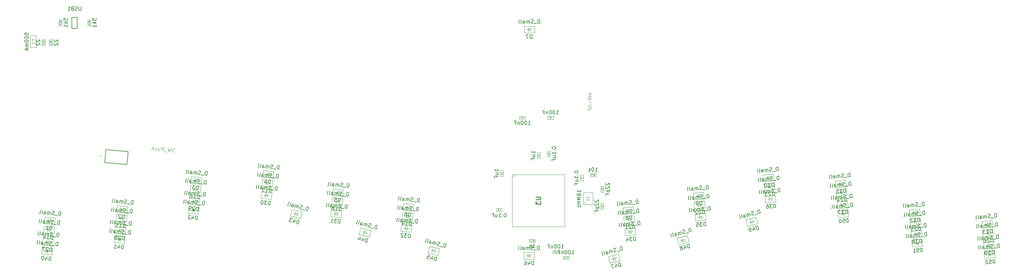
<source format=gbr>
%TF.GenerationSoftware,KiCad,Pcbnew,(5.1.8)-1*%
%TF.CreationDate,2021-02-19T01:39:29-05:00*%
%TF.ProjectId,ergo_60_case,6572676f-5f36-4305-9f63-6173652e6b69,rev?*%
%TF.SameCoordinates,Original*%
%TF.FileFunction,Other,Fab,Bot*%
%FSLAX46Y46*%
G04 Gerber Fmt 4.6, Leading zero omitted, Abs format (unit mm)*
G04 Created by KiCad (PCBNEW (5.1.8)-1) date 2021-02-19 01:39:29*
%MOMM*%
%LPD*%
G01*
G04 APERTURE LIST*
%ADD10C,0.100000*%
%ADD11C,0.127000*%
%ADD12C,0.200000*%
%ADD13C,0.150000*%
%ADD14C,0.254000*%
%ADD15C,0.060000*%
%ADD16C,0.015000*%
%ADD17C,0.105000*%
%ADD18C,0.120000*%
G04 APERTURE END LIST*
D10*
%TO.C,U3*%
X199120000Y-128630000D02*
X199120000Y-142630000D01*
X199120000Y-142630000D02*
X213120000Y-142630000D01*
X213120000Y-142630000D02*
X213120000Y-128630000D01*
X213120000Y-128630000D02*
X199120000Y-128630000D01*
X199920000Y-128630000D02*
X199120000Y-129430000D01*
%TO.C,C11*%
X212695000Y-150520000D02*
X212695000Y-151320000D01*
X212695000Y-151320000D02*
X214295000Y-151320000D01*
X214295000Y-151320000D02*
X214295000Y-150520000D01*
X214295000Y-150520000D02*
X212695000Y-150520000D01*
%TO.C,C10*%
X209930000Y-148990000D02*
X209930000Y-149790000D01*
X209930000Y-149790000D02*
X211530000Y-149790000D01*
X211530000Y-149790000D02*
X211530000Y-148990000D01*
X211530000Y-148990000D02*
X209930000Y-148990000D01*
%TO.C,C9*%
X201010000Y-113760000D02*
X202610000Y-113760000D01*
X201010000Y-112960000D02*
X201010000Y-113760000D01*
X202610000Y-112960000D02*
X201010000Y-112960000D01*
X202610000Y-113760000D02*
X202610000Y-112960000D01*
%TO.C,C8*%
X210170000Y-113020000D02*
X208570000Y-113020000D01*
X210170000Y-113820000D02*
X210170000Y-113020000D01*
X208570000Y-113820000D02*
X210170000Y-113820000D01*
X208570000Y-113020000D02*
X208570000Y-113820000D01*
%TO.C,D10*%
X267912453Y-129478211D02*
X268410550Y-129434633D01*
X267877590Y-129079733D02*
X267314736Y-129530505D01*
X267947315Y-129876689D02*
X267877590Y-129079733D01*
X267314736Y-129530505D02*
X267947315Y-129876689D01*
X267314736Y-129530505D02*
X267266800Y-128982597D01*
X267314736Y-129530505D02*
X267362672Y-130078412D01*
X266916258Y-129565367D02*
X267314736Y-129530505D01*
X266190291Y-128725443D02*
X266347172Y-130518593D01*
X268979636Y-128481407D02*
X266190291Y-128725443D01*
X269136517Y-130274557D02*
X268979636Y-128481407D01*
X266347172Y-130518593D02*
X269136517Y-130274557D01*
%TO.C,D49*%
X263444729Y-141229432D02*
X263927692Y-141100023D01*
X263341202Y-140843062D02*
X262865174Y-141384724D01*
X263548257Y-141615803D02*
X263341202Y-140843062D01*
X262865174Y-141384724D02*
X263548257Y-141615803D01*
X262865174Y-141384724D02*
X262722823Y-140853464D01*
X262865174Y-141384724D02*
X263007524Y-141915983D01*
X262478804Y-141488251D02*
X262865174Y-141384724D01*
X261618015Y-140787150D02*
X262083889Y-142525817D01*
X264322607Y-140062457D02*
X261618015Y-140787150D01*
X264788481Y-141801124D02*
X264322607Y-140062457D01*
X262083889Y-142525817D02*
X264788481Y-141801124D01*
%TO.C,D36*%
X268400526Y-135147825D02*
X268898623Y-135104247D01*
X268365663Y-134749347D02*
X267802809Y-135200119D01*
X268435388Y-135546303D02*
X268365663Y-134749347D01*
X267802809Y-135200119D02*
X268435388Y-135546303D01*
X267802809Y-135200119D02*
X267754873Y-134652211D01*
X267802809Y-135200119D02*
X267850745Y-135748026D01*
X267404331Y-135234981D02*
X267802809Y-135200119D01*
X266678364Y-134395057D02*
X266835245Y-136188207D01*
X269467709Y-134151021D02*
X266678364Y-134395057D01*
X269624590Y-135944171D02*
X269467709Y-134151021D01*
X266835245Y-136188207D02*
X269624590Y-135944171D01*
%TO.C,D23*%
X268119049Y-131888211D02*
X268617146Y-131844633D01*
X268084186Y-131489733D02*
X267521332Y-131940505D01*
X268153911Y-132286689D02*
X268084186Y-131489733D01*
X267521332Y-131940505D02*
X268153911Y-132286689D01*
X267521332Y-131940505D02*
X267473396Y-131392597D01*
X267521332Y-131940505D02*
X267569268Y-132488412D01*
X267122854Y-131975367D02*
X267521332Y-131940505D01*
X266396887Y-131135443D02*
X266553768Y-132928593D01*
X269186232Y-130891407D02*
X266396887Y-131135443D01*
X269343113Y-132684557D02*
X269186232Y-130891407D01*
X266553768Y-132928593D02*
X269343113Y-132684557D01*
D11*
%TO.C,SW1*%
X90088893Y-125441873D02*
X96066062Y-125964808D01*
X96066062Y-125964808D02*
X96371107Y-122478127D01*
X96371107Y-122478127D02*
X90393938Y-121955192D01*
X90393938Y-121955192D02*
X90088893Y-125441873D01*
D12*
X89096173Y-123589588D02*
G75*
G03*
X89096173Y-123589588I-100000J0D01*
G01*
D10*
%TO.C,Y1*%
X220660000Y-136710000D02*
X218160000Y-136710000D01*
X218160000Y-136710000D02*
X218160000Y-133510000D01*
X218160000Y-133510000D02*
X220660000Y-133510000D01*
X220660000Y-133510000D02*
X220660000Y-136710000D01*
X219160000Y-136710000D02*
X218160000Y-135710000D01*
D13*
%TO.C,U1*%
X81348626Y-89501263D02*
X82748626Y-89501263D01*
X81348626Y-86501263D02*
X81348626Y-89501263D01*
X82748626Y-86501263D02*
X81348626Y-86501263D01*
X82748626Y-89501263D02*
X82748626Y-86501263D01*
D10*
%TO.C,RC7*%
X205260000Y-146802500D02*
X205260000Y-145977500D01*
X205260000Y-145977500D02*
X203660000Y-145977500D01*
X203660000Y-145977500D02*
X203660000Y-146802500D01*
X203660000Y-146802500D02*
X205260000Y-146802500D01*
%TO.C,RC5*%
X219940000Y-128337500D02*
X219940000Y-129162500D01*
X219940000Y-129162500D02*
X221540000Y-129162500D01*
X221540000Y-129162500D02*
X221540000Y-128337500D01*
X221540000Y-128337500D02*
X219940000Y-128337500D01*
%TO.C,RC4*%
X86351126Y-88781263D02*
X86351126Y-87181263D01*
X85526126Y-88781263D02*
X86351126Y-88781263D01*
X85526126Y-87181263D02*
X85526126Y-88781263D01*
X86351126Y-87181263D02*
X85526126Y-87181263D01*
%TO.C,RC3*%
X78641126Y-88741264D02*
X78641126Y-87141264D01*
X77816126Y-88741264D02*
X78641126Y-88741264D01*
X77816126Y-87141264D02*
X77816126Y-88741264D01*
X78641126Y-87141264D02*
X77816126Y-87141264D01*
%TO.C,RC2*%
X76121786Y-94035234D02*
X76121786Y-92435234D01*
X75296786Y-94035234D02*
X76121786Y-94035234D01*
X75296786Y-92435234D02*
X75296786Y-94035234D01*
X76121786Y-92435234D02*
X75296786Y-92435234D01*
%TO.C,RC1*%
X73356786Y-92465234D02*
X73356786Y-94065234D01*
X74181786Y-92465234D02*
X73356786Y-92465234D01*
X74181786Y-94065234D02*
X74181786Y-92465234D01*
X73356786Y-94065234D02*
X74181786Y-94065234D01*
%TO.C,F1*%
X70270000Y-91380000D02*
X70270000Y-94580000D01*
X71870000Y-91380000D02*
X70270000Y-91380000D01*
X71870000Y-94580000D02*
X71870000Y-91380000D01*
X70270000Y-94580000D02*
X71870000Y-94580000D01*
%TO.C,D52*%
X327079049Y-150038211D02*
X327577146Y-149994633D01*
X327044186Y-149639733D02*
X326481332Y-150090505D01*
X327113911Y-150436689D02*
X327044186Y-149639733D01*
X326481332Y-150090505D02*
X327113911Y-150436689D01*
X326481332Y-150090505D02*
X326433396Y-149542597D01*
X326481332Y-150090505D02*
X326529268Y-150638412D01*
X326082854Y-150125367D02*
X326481332Y-150090505D01*
X325356887Y-149285443D02*
X325513768Y-151078593D01*
X328146232Y-149041407D02*
X325356887Y-149285443D01*
X328303113Y-150834557D02*
X328146232Y-149041407D01*
X325513768Y-151078593D02*
X328303113Y-150834557D01*
%TO.C,D51*%
X307679049Y-146968211D02*
X308177146Y-146924633D01*
X307644186Y-146569733D02*
X307081332Y-147020505D01*
X307713911Y-147366689D02*
X307644186Y-146569733D01*
X307081332Y-147020505D02*
X307713911Y-147366689D01*
X307081332Y-147020505D02*
X307033396Y-146472597D01*
X307081332Y-147020505D02*
X307129268Y-147568412D01*
X306682854Y-147055367D02*
X307081332Y-147020505D01*
X305956887Y-146215443D02*
X306113768Y-148008593D01*
X308746232Y-145971407D02*
X305956887Y-146215443D01*
X308903113Y-147764557D02*
X308746232Y-145971407D01*
X306113768Y-148008593D02*
X308903113Y-147764557D01*
%TO.C,D50*%
X287869049Y-139098211D02*
X288367146Y-139054633D01*
X287834186Y-138699733D02*
X287271332Y-139150505D01*
X287903911Y-139496689D02*
X287834186Y-138699733D01*
X287271332Y-139150505D02*
X287903911Y-139496689D01*
X287271332Y-139150505D02*
X287223396Y-138602597D01*
X287271332Y-139150505D02*
X287319268Y-139698412D01*
X286872854Y-139185367D02*
X287271332Y-139150505D01*
X286146887Y-138345443D02*
X286303768Y-140138593D01*
X288936232Y-138101407D02*
X286146887Y-138345443D01*
X289093113Y-139894557D02*
X288936232Y-138101407D01*
X286303768Y-140138593D02*
X289093113Y-139894557D01*
%TO.C,D48*%
X245043842Y-146159934D02*
X245526805Y-146030525D01*
X244940315Y-145773564D02*
X244464287Y-146315226D01*
X245147370Y-146546305D02*
X244940315Y-145773564D01*
X244464287Y-146315226D02*
X245147370Y-146546305D01*
X244464287Y-146315226D02*
X244321936Y-145783966D01*
X244464287Y-146315226D02*
X244606637Y-146846485D01*
X244077917Y-146418753D02*
X244464287Y-146315226D01*
X243217128Y-145717652D02*
X243683002Y-147456319D01*
X245921720Y-144992959D02*
X243217128Y-145717652D01*
X246387594Y-146731626D02*
X245921720Y-144992959D01*
X243683002Y-147456319D02*
X246387594Y-146731626D01*
%TO.C,D47*%
X226642956Y-151090436D02*
X227125919Y-150961027D01*
X226539429Y-150704066D02*
X226063401Y-151245728D01*
X226746484Y-151476807D02*
X226539429Y-150704066D01*
X226063401Y-151245728D02*
X226746484Y-151476807D01*
X226063401Y-151245728D02*
X225921050Y-150714468D01*
X226063401Y-151245728D02*
X226205751Y-151776987D01*
X225677031Y-151349255D02*
X226063401Y-151245728D01*
X224816242Y-150648154D02*
X225282116Y-152386821D01*
X227520834Y-149923461D02*
X224816242Y-150648154D01*
X227986708Y-151662128D02*
X227520834Y-149923461D01*
X225282116Y-152386821D02*
X227986708Y-151662128D01*
%TO.C,D46*%
X202220000Y-151320000D02*
X205020000Y-151320000D01*
X205020000Y-151320000D02*
X205020000Y-149520000D01*
X205020000Y-149520000D02*
X202220000Y-149520000D01*
X202220000Y-149520000D02*
X202220000Y-151320000D01*
X202870000Y-150420000D02*
X203270000Y-150420000D01*
X203270000Y-150420000D02*
X203270000Y-150970000D01*
X203270000Y-150420000D02*
X203270000Y-149870000D01*
X203270000Y-150420000D02*
X203870000Y-150820000D01*
X203870000Y-150820000D02*
X203870000Y-150020000D01*
X203870000Y-150020000D02*
X203270000Y-150420000D01*
X203870000Y-150420000D02*
X204370000Y-150420000D01*
%TO.C,D45*%
X178353592Y-149140979D02*
X178836555Y-149270388D01*
X178457120Y-148754608D02*
X177774037Y-148985687D01*
X178250065Y-149527349D02*
X178457120Y-148754608D01*
X177774037Y-148985687D02*
X178250065Y-149527349D01*
X177774037Y-148985687D02*
X177916387Y-148454428D01*
X177774037Y-148985687D02*
X177631686Y-149516947D01*
X177387667Y-148882160D02*
X177774037Y-148985687D01*
X176992752Y-147844594D02*
X176526878Y-149583261D01*
X179697344Y-148569287D02*
X176992752Y-147844594D01*
X179231470Y-150307954D02*
X179697344Y-148569287D01*
X176526878Y-149583261D02*
X179231470Y-150307954D01*
%TO.C,D44*%
X159952703Y-144210473D02*
X160435666Y-144339882D01*
X160056231Y-143824102D02*
X159373148Y-144055181D01*
X159849176Y-144596843D02*
X160056231Y-143824102D01*
X159373148Y-144055181D02*
X159849176Y-144596843D01*
X159373148Y-144055181D02*
X159515498Y-143523922D01*
X159373148Y-144055181D02*
X159230797Y-144586441D01*
X158986778Y-143951654D02*
X159373148Y-144055181D01*
X158591863Y-142914088D02*
X158125989Y-144652755D01*
X161296455Y-143638781D02*
X158591863Y-142914088D01*
X160830581Y-145377448D02*
X161296455Y-143638781D01*
X158125989Y-144652755D02*
X160830581Y-145377448D01*
%TO.C,D43*%
X141551816Y-139279970D02*
X142034779Y-139409379D01*
X141655344Y-138893599D02*
X140972261Y-139124678D01*
X141448289Y-139666340D02*
X141655344Y-138893599D01*
X140972261Y-139124678D02*
X141448289Y-139666340D01*
X140972261Y-139124678D02*
X141114611Y-138593419D01*
X140972261Y-139124678D02*
X140829910Y-139655938D01*
X140585891Y-139021151D02*
X140972261Y-139124678D01*
X140190976Y-137983585D02*
X139725102Y-139722252D01*
X142895568Y-138708278D02*
X140190976Y-137983585D01*
X142429694Y-140446945D02*
X142895568Y-138708278D01*
X139725102Y-139722252D02*
X142429694Y-140446945D01*
%TO.C,D42*%
X114109049Y-138211789D02*
X114607146Y-138255367D01*
X114143911Y-137813311D02*
X113511332Y-138159495D01*
X114074186Y-138610267D02*
X114143911Y-137813311D01*
X113511332Y-138159495D02*
X114074186Y-138610267D01*
X113511332Y-138159495D02*
X113559268Y-137611588D01*
X113511332Y-138159495D02*
X113463396Y-138707403D01*
X113112854Y-138124633D02*
X113511332Y-138159495D01*
X112543768Y-137171407D02*
X112386887Y-138964557D01*
X115333113Y-137415443D02*
X112543768Y-137171407D01*
X115176232Y-139208593D02*
X115333113Y-137415443D01*
X112386887Y-138964557D02*
X115176232Y-139208593D01*
%TO.C,D41*%
X94299049Y-146071789D02*
X94797146Y-146115367D01*
X94333911Y-145673311D02*
X93701332Y-146019495D01*
X94264186Y-146470267D02*
X94333911Y-145673311D01*
X93701332Y-146019495D02*
X94264186Y-146470267D01*
X93701332Y-146019495D02*
X93749268Y-145471588D01*
X93701332Y-146019495D02*
X93653396Y-146567403D01*
X93302854Y-145984633D02*
X93701332Y-146019495D01*
X92733768Y-145031407D02*
X92576887Y-146824557D01*
X95523113Y-145275443D02*
X92733768Y-145031407D01*
X95366232Y-147068593D02*
X95523113Y-145275443D01*
X92576887Y-146824557D02*
X95366232Y-147068593D01*
%TO.C,D40*%
X74909049Y-149191789D02*
X75407146Y-149235367D01*
X74943911Y-148793311D02*
X74311332Y-149139495D01*
X74874186Y-149590267D02*
X74943911Y-148793311D01*
X74311332Y-149139495D02*
X74874186Y-149590267D01*
X74311332Y-149139495D02*
X74359268Y-148591588D01*
X74311332Y-149139495D02*
X74263396Y-149687403D01*
X73912854Y-149104633D02*
X74311332Y-149139495D01*
X73343768Y-148151407D02*
X73186887Y-149944557D01*
X76133113Y-148395443D02*
X73343768Y-148151407D01*
X75976232Y-150188593D02*
X76133113Y-148395443D01*
X73186887Y-149944557D02*
X75976232Y-150188593D01*
%TO.C,D39*%
X326860629Y-147627178D02*
X327358726Y-147583600D01*
X326825766Y-147228700D02*
X326262912Y-147679472D01*
X326895491Y-148025656D02*
X326825766Y-147228700D01*
X326262912Y-147679472D02*
X326895491Y-148025656D01*
X326262912Y-147679472D02*
X326214976Y-147131564D01*
X326262912Y-147679472D02*
X326310848Y-148227379D01*
X325864434Y-147714334D02*
X326262912Y-147679472D01*
X325138467Y-146874410D02*
X325295348Y-148667560D01*
X327927812Y-146630374D02*
X325138467Y-146874410D01*
X328084693Y-148423524D02*
X327927812Y-146630374D01*
X325295348Y-148667560D02*
X328084693Y-148423524D01*
%TO.C,D38*%
X307467999Y-144542620D02*
X307966096Y-144499042D01*
X307433136Y-144144142D02*
X306870282Y-144594914D01*
X307502861Y-144941098D02*
X307433136Y-144144142D01*
X306870282Y-144594914D02*
X307502861Y-144941098D01*
X306870282Y-144594914D02*
X306822346Y-144047006D01*
X306870282Y-144594914D02*
X306918218Y-145142821D01*
X306471804Y-144629776D02*
X306870282Y-144594914D01*
X305745837Y-143789852D02*
X305902718Y-145583002D01*
X308535182Y-143545816D02*
X305745837Y-143789852D01*
X308692063Y-145338966D02*
X308535182Y-143545816D01*
X305902718Y-145583002D02*
X308692063Y-145338966D01*
%TO.C,D37*%
X287660330Y-136714182D02*
X288158427Y-136670604D01*
X287625467Y-136315704D02*
X287062613Y-136766476D01*
X287695192Y-137112660D02*
X287625467Y-136315704D01*
X287062613Y-136766476D02*
X287695192Y-137112660D01*
X287062613Y-136766476D02*
X287014677Y-136218568D01*
X287062613Y-136766476D02*
X287110549Y-137314383D01*
X286664135Y-136801338D02*
X287062613Y-136766476D01*
X285938168Y-135961414D02*
X286095049Y-137754564D01*
X288727513Y-135717378D02*
X285938168Y-135961414D01*
X288884394Y-137510528D02*
X288727513Y-135717378D01*
X286095049Y-137754564D02*
X288884394Y-137510528D01*
%TO.C,D35*%
X249705313Y-140034816D02*
X250203410Y-139991238D01*
X249670450Y-139636338D02*
X249107596Y-140087110D01*
X249740175Y-140433294D02*
X249670450Y-139636338D01*
X249107596Y-140087110D02*
X249740175Y-140433294D01*
X249107596Y-140087110D02*
X249059660Y-139539202D01*
X249107596Y-140087110D02*
X249155532Y-140635017D01*
X248709118Y-140121972D02*
X249107596Y-140087110D01*
X247983151Y-139282048D02*
X248140032Y-141075198D01*
X250772496Y-139038012D02*
X247983151Y-139282048D01*
X250929377Y-140831162D02*
X250772496Y-139038012D01*
X248140032Y-141075198D02*
X250929377Y-140831162D01*
%TO.C,D34*%
X230927042Y-143972433D02*
X231425139Y-143928855D01*
X230892179Y-143573955D02*
X230329325Y-144024727D01*
X230961904Y-144370911D02*
X230892179Y-143573955D01*
X230329325Y-144024727D02*
X230961904Y-144370911D01*
X230329325Y-144024727D02*
X230281389Y-143476819D01*
X230329325Y-144024727D02*
X230377261Y-144572634D01*
X229930847Y-144059589D02*
X230329325Y-144024727D01*
X229204880Y-143219665D02*
X229361761Y-145012815D01*
X231994225Y-142975629D02*
X229204880Y-143219665D01*
X232151106Y-144768779D02*
X231994225Y-142975629D01*
X229361761Y-145012815D02*
X232151106Y-144768779D01*
%TO.C,D32*%
X171051667Y-143107452D02*
X171549764Y-143151030D01*
X171086529Y-142708974D02*
X170453950Y-143055158D01*
X171016804Y-143505930D02*
X171086529Y-142708974D01*
X170453950Y-143055158D02*
X171016804Y-143505930D01*
X170453950Y-143055158D02*
X170501886Y-142507251D01*
X170453950Y-143055158D02*
X170406014Y-143603066D01*
X170055472Y-143020296D02*
X170453950Y-143055158D01*
X169486386Y-142067070D02*
X169329505Y-143860220D01*
X172275731Y-142311106D02*
X169486386Y-142067070D01*
X172118850Y-144104256D02*
X172275731Y-142311106D01*
X169329505Y-143860220D02*
X172118850Y-144104256D01*
%TO.C,D31*%
X152273396Y-139169835D02*
X152771493Y-139213413D01*
X152308258Y-138771357D02*
X151675679Y-139117541D01*
X152238533Y-139568313D02*
X152308258Y-138771357D01*
X151675679Y-139117541D02*
X152238533Y-139568313D01*
X151675679Y-139117541D02*
X151723615Y-138569634D01*
X151675679Y-139117541D02*
X151627743Y-139665449D01*
X151277201Y-139082679D02*
X151675679Y-139117541D01*
X150708115Y-138129453D02*
X150551234Y-139922603D01*
X153497460Y-138373489D02*
X150708115Y-138129453D01*
X153340579Y-140166639D02*
X153497460Y-138373489D01*
X150551234Y-139922603D02*
X153340579Y-140166639D01*
%TO.C,D30*%
X133578186Y-134282845D02*
X134076283Y-134326423D01*
X133613048Y-133884367D02*
X132980469Y-134230551D01*
X133543323Y-134681323D02*
X133613048Y-133884367D01*
X132980469Y-134230551D02*
X133543323Y-134681323D01*
X132980469Y-134230551D02*
X133028405Y-133682644D01*
X132980469Y-134230551D02*
X132932533Y-134778459D01*
X132581991Y-134195689D02*
X132980469Y-134230551D01*
X132012905Y-133242463D02*
X131856024Y-135035613D01*
X134802250Y-133486499D02*
X132012905Y-133242463D01*
X134645369Y-135279649D02*
X134802250Y-133486499D01*
X131856024Y-135035613D02*
X134645369Y-135279649D01*
%TO.C,D29*%
X114318379Y-135849202D02*
X114816476Y-135892780D01*
X114353241Y-135450724D02*
X113720662Y-135796908D01*
X114283516Y-136247680D02*
X114353241Y-135450724D01*
X113720662Y-135796908D02*
X114283516Y-136247680D01*
X113720662Y-135796908D02*
X113768598Y-135249001D01*
X113720662Y-135796908D02*
X113672726Y-136344816D01*
X113322184Y-135762046D02*
X113720662Y-135796908D01*
X112753098Y-134808820D02*
X112596217Y-136601970D01*
X115542443Y-135052856D02*
X112753098Y-134808820D01*
X115385562Y-136846006D02*
X115542443Y-135052856D01*
X112596217Y-136601970D02*
X115385562Y-136846006D01*
%TO.C,D28*%
X94510712Y-143677639D02*
X95008809Y-143721217D01*
X94545574Y-143279161D02*
X93912995Y-143625345D01*
X94475849Y-144076117D02*
X94545574Y-143279161D01*
X93912995Y-143625345D02*
X94475849Y-144076117D01*
X93912995Y-143625345D02*
X93960931Y-143077438D01*
X93912995Y-143625345D02*
X93865059Y-144173253D01*
X93514517Y-143590483D02*
X93912995Y-143625345D01*
X92945431Y-142637257D02*
X92788550Y-144430407D01*
X95734776Y-142881293D02*
X92945431Y-142637257D01*
X95577895Y-144674443D02*
X95734776Y-142881293D01*
X92788550Y-144430407D02*
X95577895Y-144674443D01*
%TO.C,D27*%
X75118080Y-146762199D02*
X75616177Y-146805777D01*
X75152942Y-146363721D02*
X74520363Y-146709905D01*
X75083217Y-147160677D02*
X75152942Y-146363721D01*
X74520363Y-146709905D02*
X75083217Y-147160677D01*
X74520363Y-146709905D02*
X74568299Y-146161998D01*
X74520363Y-146709905D02*
X74472427Y-147257813D01*
X74121885Y-146675043D02*
X74520363Y-146709905D01*
X73552799Y-145721817D02*
X73395918Y-147514967D01*
X76342144Y-145965853D02*
X73552799Y-145721817D01*
X76185263Y-147759003D02*
X76342144Y-145965853D01*
X73395918Y-147514967D02*
X76185263Y-147759003D01*
%TO.C,D26*%
X326573017Y-144339735D02*
X327071114Y-144296157D01*
X326538154Y-143941257D02*
X325975300Y-144392029D01*
X326607879Y-144738213D02*
X326538154Y-143941257D01*
X325975300Y-144392029D02*
X326607879Y-144738213D01*
X325975300Y-144392029D02*
X325927364Y-143844121D01*
X325975300Y-144392029D02*
X326023236Y-144939936D01*
X325576822Y-144426891D02*
X325975300Y-144392029D01*
X324850855Y-143586967D02*
X325007736Y-145380117D01*
X327640200Y-143342931D02*
X324850855Y-143586967D01*
X327797081Y-145136081D02*
X327640200Y-143342931D01*
X325007736Y-145380117D02*
X327797081Y-145136081D01*
%TO.C,D25*%
X307180385Y-141255178D02*
X307678482Y-141211600D01*
X307145522Y-140856700D02*
X306582668Y-141307472D01*
X307215247Y-141653656D02*
X307145522Y-140856700D01*
X306582668Y-141307472D02*
X307215247Y-141653656D01*
X306582668Y-141307472D02*
X306534732Y-140759564D01*
X306582668Y-141307472D02*
X306630604Y-141855379D01*
X306184190Y-141342334D02*
X306582668Y-141307472D01*
X305458223Y-140502410D02*
X305615104Y-142295560D01*
X308247568Y-140258374D02*
X305458223Y-140502410D01*
X308404449Y-142051524D02*
X308247568Y-140258374D01*
X305615104Y-142295560D02*
X308404449Y-142051524D01*
%TO.C,D24*%
X287372717Y-133426739D02*
X287870814Y-133383161D01*
X287337854Y-133028261D02*
X286775000Y-133479033D01*
X287407579Y-133825217D02*
X287337854Y-133028261D01*
X286775000Y-133479033D02*
X287407579Y-133825217D01*
X286775000Y-133479033D02*
X286727064Y-132931125D01*
X286775000Y-133479033D02*
X286822936Y-134026940D01*
X286376522Y-133513895D02*
X286775000Y-133479033D01*
X285650555Y-132673971D02*
X285807436Y-134467121D01*
X288439900Y-132429935D02*
X285650555Y-132673971D01*
X288596781Y-134223085D02*
X288439900Y-132429935D01*
X285807436Y-134467121D02*
X288596781Y-134223085D01*
%TO.C,D22*%
X249417699Y-136747373D02*
X249915796Y-136703795D01*
X249382836Y-136348895D02*
X248819982Y-136799667D01*
X249452561Y-137145851D02*
X249382836Y-136348895D01*
X248819982Y-136799667D02*
X249452561Y-137145851D01*
X248819982Y-136799667D02*
X248772046Y-136251759D01*
X248819982Y-136799667D02*
X248867918Y-137347574D01*
X248421504Y-136834529D02*
X248819982Y-136799667D01*
X247695537Y-135994605D02*
X247852418Y-137787755D01*
X250484882Y-135750569D02*
X247695537Y-135994605D01*
X250641763Y-137543719D02*
X250484882Y-135750569D01*
X247852418Y-137787755D02*
X250641763Y-137543719D01*
%TO.C,D21*%
X230639428Y-140684991D02*
X231137525Y-140641413D01*
X230604565Y-140286513D02*
X230041711Y-140737285D01*
X230674290Y-141083469D02*
X230604565Y-140286513D01*
X230041711Y-140737285D02*
X230674290Y-141083469D01*
X230041711Y-140737285D02*
X229993775Y-140189377D01*
X230041711Y-140737285D02*
X230089647Y-141285192D01*
X229643233Y-140772147D02*
X230041711Y-140737285D01*
X228917266Y-139932223D02*
X229074147Y-141725373D01*
X231706611Y-139688187D02*
X228917266Y-139932223D01*
X231863492Y-141481337D02*
X231706611Y-139688187D01*
X229074147Y-141725373D02*
X231863492Y-141481337D01*
%TO.C,D19*%
X169617120Y-140572779D02*
X172406465Y-140816815D01*
X172406465Y-140816815D02*
X172563346Y-139023665D01*
X172563346Y-139023665D02*
X169774001Y-138779629D01*
X169774001Y-138779629D02*
X169617120Y-140572779D01*
X170343087Y-139732855D02*
X170741565Y-139767717D01*
X170741565Y-139767717D02*
X170693629Y-140315625D01*
X170741565Y-139767717D02*
X170789501Y-139219810D01*
X170741565Y-139767717D02*
X171304419Y-140218489D01*
X171304419Y-140218489D02*
X171374144Y-139421533D01*
X171374144Y-139421533D02*
X170741565Y-139767717D01*
X171339282Y-139820011D02*
X171837379Y-139863589D01*
%TO.C,D18*%
X150838848Y-136635161D02*
X153628193Y-136879197D01*
X153628193Y-136879197D02*
X153785074Y-135086047D01*
X153785074Y-135086047D02*
X150995729Y-134842011D01*
X150995729Y-134842011D02*
X150838848Y-136635161D01*
X151564815Y-135795237D02*
X151963293Y-135830099D01*
X151963293Y-135830099D02*
X151915357Y-136378007D01*
X151963293Y-135830099D02*
X152011229Y-135282192D01*
X151963293Y-135830099D02*
X152526147Y-136280871D01*
X152526147Y-136280871D02*
X152595872Y-135483915D01*
X152595872Y-135483915D02*
X151963293Y-135830099D01*
X152561010Y-135882393D02*
X153059107Y-135925971D01*
%TO.C,D17*%
X132143638Y-131748168D02*
X134932983Y-131992204D01*
X134932983Y-131992204D02*
X135089864Y-130199054D01*
X135089864Y-130199054D02*
X132300519Y-129955018D01*
X132300519Y-129955018D02*
X132143638Y-131748168D01*
X132869605Y-130908244D02*
X133268083Y-130943106D01*
X133268083Y-130943106D02*
X133220147Y-131491014D01*
X133268083Y-130943106D02*
X133316019Y-130395199D01*
X133268083Y-130943106D02*
X133830937Y-131393878D01*
X133830937Y-131393878D02*
X133900662Y-130596922D01*
X133900662Y-130596922D02*
X133268083Y-130943106D01*
X133865800Y-130995400D02*
X134363897Y-131038978D01*
%TO.C,D16*%
X112876887Y-133364557D02*
X115666232Y-133608593D01*
X115666232Y-133608593D02*
X115823113Y-131815443D01*
X115823113Y-131815443D02*
X113033768Y-131571407D01*
X113033768Y-131571407D02*
X112876887Y-133364557D01*
X113602854Y-132524633D02*
X114001332Y-132559495D01*
X114001332Y-132559495D02*
X113953396Y-133107403D01*
X114001332Y-132559495D02*
X114049268Y-132011588D01*
X114001332Y-132559495D02*
X114564186Y-133010267D01*
X114564186Y-133010267D02*
X114633911Y-132213311D01*
X114633911Y-132213311D02*
X114001332Y-132559495D01*
X114599049Y-132611789D02*
X115097146Y-132655367D01*
%TO.C,D15*%
X93076164Y-141142965D02*
X95865509Y-141387001D01*
X95865509Y-141387001D02*
X96022390Y-139593851D01*
X96022390Y-139593851D02*
X93233045Y-139349815D01*
X93233045Y-139349815D02*
X93076164Y-141142965D01*
X93802131Y-140303041D02*
X94200609Y-140337903D01*
X94200609Y-140337903D02*
X94152673Y-140885811D01*
X94200609Y-140337903D02*
X94248545Y-139789996D01*
X94200609Y-140337903D02*
X94763463Y-140788675D01*
X94763463Y-140788675D02*
X94833188Y-139991719D01*
X94833188Y-139991719D02*
X94200609Y-140337903D01*
X94798326Y-140390197D02*
X95296423Y-140433775D01*
%TO.C,D14*%
X73683532Y-144227523D02*
X76472877Y-144471559D01*
X76472877Y-144471559D02*
X76629758Y-142678409D01*
X76629758Y-142678409D02*
X73840413Y-142434373D01*
X73840413Y-142434373D02*
X73683532Y-144227523D01*
X74409499Y-143387599D02*
X74807977Y-143422461D01*
X74807977Y-143422461D02*
X74760041Y-143970369D01*
X74807977Y-143422461D02*
X74855913Y-142874554D01*
X74807977Y-143422461D02*
X75370831Y-143873233D01*
X75370831Y-143873233D02*
X75440556Y-143076277D01*
X75440556Y-143076277D02*
X74807977Y-143422461D01*
X75405694Y-143474755D02*
X75903791Y-143518333D01*
%TO.C,D13*%
X326359049Y-141948211D02*
X326857146Y-141904633D01*
X326324186Y-141549733D02*
X325761332Y-142000505D01*
X326393911Y-142346689D02*
X326324186Y-141549733D01*
X325761332Y-142000505D02*
X326393911Y-142346689D01*
X325761332Y-142000505D02*
X325713396Y-141452597D01*
X325761332Y-142000505D02*
X325809268Y-142548412D01*
X325362854Y-142035367D02*
X325761332Y-142000505D01*
X324636887Y-141195443D02*
X324793768Y-142988593D01*
X327426232Y-140951407D02*
X324636887Y-141195443D01*
X327583113Y-142744557D02*
X327426232Y-140951407D01*
X324793768Y-142988593D02*
X327583113Y-142744557D01*
%TO.C,D12*%
X306969049Y-138868211D02*
X307467146Y-138824633D01*
X306934186Y-138469733D02*
X306371332Y-138920505D01*
X307003911Y-139266689D02*
X306934186Y-138469733D01*
X306371332Y-138920505D02*
X307003911Y-139266689D01*
X306371332Y-138920505D02*
X306323396Y-138372597D01*
X306371332Y-138920505D02*
X306419268Y-139468412D01*
X305972854Y-138955367D02*
X306371332Y-138920505D01*
X305246887Y-138115443D02*
X305403768Y-139908593D01*
X308036232Y-137871407D02*
X305246887Y-138115443D01*
X308193113Y-139664557D02*
X308036232Y-137871407D01*
X305403768Y-139908593D02*
X308193113Y-139664557D01*
%TO.C,D11*%
X287159049Y-131058211D02*
X287657146Y-131014633D01*
X287124186Y-130659733D02*
X286561332Y-131110505D01*
X287193911Y-131456689D02*
X287124186Y-130659733D01*
X286561332Y-131110505D02*
X287193911Y-131456689D01*
X286561332Y-131110505D02*
X286513396Y-130562597D01*
X286561332Y-131110505D02*
X286609268Y-131658412D01*
X286162854Y-131145367D02*
X286561332Y-131110505D01*
X285436887Y-130305443D02*
X285593768Y-132098593D01*
X288226232Y-130061407D02*
X285436887Y-130305443D01*
X288383113Y-131854557D02*
X288226232Y-130061407D01*
X285593768Y-132098593D02*
X288383113Y-131854557D01*
%TO.C,D9*%
X249209049Y-134358211D02*
X249707146Y-134314633D01*
X249174186Y-133959733D02*
X248611332Y-134410505D01*
X249243911Y-134756689D02*
X249174186Y-133959733D01*
X248611332Y-134410505D02*
X249243911Y-134756689D01*
X248611332Y-134410505D02*
X248563396Y-133862597D01*
X248611332Y-134410505D02*
X248659268Y-134958412D01*
X248212854Y-134445367D02*
X248611332Y-134410505D01*
X247486887Y-133605443D02*
X247643768Y-135398593D01*
X250276232Y-133361407D02*
X247486887Y-133605443D01*
X250433113Y-135154557D02*
X250276232Y-133361407D01*
X247643768Y-135398593D02*
X250433113Y-135154557D01*
%TO.C,D8*%
X230429049Y-138288211D02*
X230927146Y-138244633D01*
X230394186Y-137889733D02*
X229831332Y-138340505D01*
X230463911Y-138686689D02*
X230394186Y-137889733D01*
X229831332Y-138340505D02*
X230463911Y-138686689D01*
X229831332Y-138340505D02*
X229783396Y-137792597D01*
X229831332Y-138340505D02*
X229879268Y-138888412D01*
X229432854Y-138375367D02*
X229831332Y-138340505D01*
X228706887Y-137535443D02*
X228863768Y-139328593D01*
X231496232Y-137291407D02*
X228706887Y-137535443D01*
X231653113Y-139084557D02*
X231496232Y-137291407D01*
X228863768Y-139328593D02*
X231653113Y-139084557D01*
%TO.C,D7*%
X202290000Y-90630000D02*
X205090000Y-90630000D01*
X205090000Y-90630000D02*
X205090000Y-88830000D01*
X205090000Y-88830000D02*
X202290000Y-88830000D01*
X202290000Y-88830000D02*
X202290000Y-90630000D01*
X202940000Y-89730000D02*
X203340000Y-89730000D01*
X203340000Y-89730000D02*
X203340000Y-90280000D01*
X203340000Y-89730000D02*
X203340000Y-89180000D01*
X203340000Y-89730000D02*
X203940000Y-90130000D01*
X203940000Y-90130000D02*
X203940000Y-89330000D01*
X203940000Y-89330000D02*
X203340000Y-89730000D01*
X203940000Y-89730000D02*
X204440000Y-89730000D01*
%TO.C,D6*%
X169836887Y-138174557D02*
X172626232Y-138418593D01*
X172626232Y-138418593D02*
X172783113Y-136625443D01*
X172783113Y-136625443D02*
X169993768Y-136381407D01*
X169993768Y-136381407D02*
X169836887Y-138174557D01*
X170562854Y-137334633D02*
X170961332Y-137369495D01*
X170961332Y-137369495D02*
X170913396Y-137917403D01*
X170961332Y-137369495D02*
X171009268Y-136821588D01*
X170961332Y-137369495D02*
X171524186Y-137820267D01*
X171524186Y-137820267D02*
X171593911Y-137023311D01*
X171593911Y-137023311D02*
X170961332Y-137369495D01*
X171559049Y-137421789D02*
X172057146Y-137465367D01*
%TO.C,D5*%
X151046887Y-134254557D02*
X153836232Y-134498593D01*
X153836232Y-134498593D02*
X153993113Y-132705443D01*
X153993113Y-132705443D02*
X151203768Y-132461407D01*
X151203768Y-132461407D02*
X151046887Y-134254557D01*
X151772854Y-133414633D02*
X152171332Y-133449495D01*
X152171332Y-133449495D02*
X152123396Y-133997403D01*
X152171332Y-133449495D02*
X152219268Y-132901588D01*
X152171332Y-133449495D02*
X152734186Y-133900267D01*
X152734186Y-133900267D02*
X152803911Y-133103311D01*
X152803911Y-133103311D02*
X152171332Y-133449495D01*
X152769049Y-133501789D02*
X153267146Y-133545367D01*
%TO.C,D4*%
X132356887Y-129354557D02*
X135146232Y-129598593D01*
X135146232Y-129598593D02*
X135303113Y-127805443D01*
X135303113Y-127805443D02*
X132513768Y-127561407D01*
X132513768Y-127561407D02*
X132356887Y-129354557D01*
X133082854Y-128514633D02*
X133481332Y-128549495D01*
X133481332Y-128549495D02*
X133433396Y-129097403D01*
X133481332Y-128549495D02*
X133529268Y-128001588D01*
X133481332Y-128549495D02*
X134044186Y-129000267D01*
X134044186Y-129000267D02*
X134113911Y-128203311D01*
X134113911Y-128203311D02*
X133481332Y-128549495D01*
X134079049Y-128601789D02*
X134577146Y-128645367D01*
%TO.C,D3*%
X113084287Y-130994557D02*
X115873632Y-131238593D01*
X115873632Y-131238593D02*
X116030513Y-129445443D01*
X116030513Y-129445443D02*
X113241168Y-129201407D01*
X113241168Y-129201407D02*
X113084287Y-130994557D01*
X113810254Y-130154633D02*
X114208732Y-130189495D01*
X114208732Y-130189495D02*
X114160796Y-130737403D01*
X114208732Y-130189495D02*
X114256668Y-129641588D01*
X114208732Y-130189495D02*
X114771586Y-130640267D01*
X114771586Y-130640267D02*
X114841311Y-129843311D01*
X114841311Y-129843311D02*
X114208732Y-130189495D01*
X114806449Y-130241789D02*
X115304546Y-130285367D01*
%TO.C,D2*%
X93276622Y-138764557D02*
X96065967Y-139008593D01*
X96065967Y-139008593D02*
X96222848Y-137215443D01*
X96222848Y-137215443D02*
X93433503Y-136971407D01*
X93433503Y-136971407D02*
X93276622Y-138764557D01*
X94002589Y-137924633D02*
X94401067Y-137959495D01*
X94401067Y-137959495D02*
X94353131Y-138507403D01*
X94401067Y-137959495D02*
X94449003Y-137411588D01*
X94401067Y-137959495D02*
X94963921Y-138410267D01*
X94963921Y-138410267D02*
X95033646Y-137613311D01*
X95033646Y-137613311D02*
X94401067Y-137959495D01*
X94998784Y-138011789D02*
X95496881Y-138055367D01*
%TO.C,D1*%
X73906887Y-141784557D02*
X76696232Y-142028593D01*
X76696232Y-142028593D02*
X76853113Y-140235443D01*
X76853113Y-140235443D02*
X74063768Y-139991407D01*
X74063768Y-139991407D02*
X73906887Y-141784557D01*
X74632854Y-140944633D02*
X75031332Y-140979495D01*
X75031332Y-140979495D02*
X74983396Y-141527403D01*
X75031332Y-140979495D02*
X75079268Y-140431588D01*
X75031332Y-140979495D02*
X75594186Y-141430267D01*
X75594186Y-141430267D02*
X75663911Y-140633311D01*
X75663911Y-140633311D02*
X75031332Y-140979495D01*
X75629049Y-141031789D02*
X76127146Y-141075367D01*
%TO.C,C7*%
X217310000Y-130350000D02*
X218110000Y-130350000D01*
X218110000Y-130350000D02*
X218110000Y-128750000D01*
X218110000Y-128750000D02*
X217310000Y-128750000D01*
X217310000Y-128750000D02*
X217310000Y-130350000D01*
%TO.C,C6*%
X209280000Y-122270000D02*
X208480000Y-122270000D01*
X208480000Y-122270000D02*
X208480000Y-123870000D01*
X208480000Y-123870000D02*
X209280000Y-123870000D01*
X209280000Y-123870000D02*
X209280000Y-122270000D01*
%TO.C,C5*%
X196420000Y-138550000D02*
X196420000Y-137750000D01*
X196420000Y-137750000D02*
X194820000Y-137750000D01*
X194820000Y-137750000D02*
X194820000Y-138550000D01*
X194820000Y-138550000D02*
X196420000Y-138550000D01*
%TO.C,C4*%
X195940000Y-129160000D02*
X196740000Y-129160000D01*
X196740000Y-129160000D02*
X196740000Y-127560000D01*
X196740000Y-127560000D02*
X195940000Y-127560000D01*
X195940000Y-127560000D02*
X195940000Y-129160000D01*
%TO.C,C3*%
X205790000Y-124350000D02*
X206590000Y-124350000D01*
X206590000Y-124350000D02*
X206590000Y-122750000D01*
X206590000Y-122750000D02*
X205790000Y-122750000D01*
X205790000Y-122750000D02*
X205790000Y-124350000D01*
%TO.C,C2*%
X223600000Y-131770000D02*
X222800000Y-131770000D01*
X222800000Y-131770000D02*
X222800000Y-133370000D01*
X222800000Y-133370000D02*
X223600000Y-133370000D01*
X223600000Y-133370000D02*
X223600000Y-131770000D01*
%TO.C,C1*%
X222790000Y-137870000D02*
X223590000Y-137870000D01*
X223590000Y-137870000D02*
X223590000Y-136270000D01*
X223590000Y-136270000D02*
X222790000Y-136270000D01*
X222790000Y-136270000D02*
X222790000Y-137870000D01*
%TD*%
%TO.C,U3*%
D14*
X205424523Y-134662380D02*
X206452619Y-134662380D01*
X206573571Y-134722857D01*
X206634047Y-134783333D01*
X206694523Y-134904285D01*
X206694523Y-135146190D01*
X206634047Y-135267142D01*
X206573571Y-135327619D01*
X206452619Y-135388095D01*
X205424523Y-135388095D01*
X205424523Y-135871904D02*
X205424523Y-136658095D01*
X205908333Y-136234761D01*
X205908333Y-136416190D01*
X205968809Y-136537142D01*
X206029285Y-136597619D01*
X206150238Y-136658095D01*
X206452619Y-136658095D01*
X206573571Y-136597619D01*
X206634047Y-136537142D01*
X206694523Y-136416190D01*
X206694523Y-136053333D01*
X206634047Y-135932380D01*
X206573571Y-135871904D01*
%TO.C,USB1*%
D13*
X83798095Y-83632380D02*
X83798095Y-84441904D01*
X83750476Y-84537142D01*
X83702857Y-84584761D01*
X83607619Y-84632380D01*
X83417142Y-84632380D01*
X83321904Y-84584761D01*
X83274285Y-84537142D01*
X83226666Y-84441904D01*
X83226666Y-83632380D01*
X82798095Y-84584761D02*
X82655238Y-84632380D01*
X82417142Y-84632380D01*
X82321904Y-84584761D01*
X82274285Y-84537142D01*
X82226666Y-84441904D01*
X82226666Y-84346666D01*
X82274285Y-84251428D01*
X82321904Y-84203809D01*
X82417142Y-84156190D01*
X82607619Y-84108571D01*
X82702857Y-84060952D01*
X82750476Y-84013333D01*
X82798095Y-83918095D01*
X82798095Y-83822857D01*
X82750476Y-83727619D01*
X82702857Y-83680000D01*
X82607619Y-83632380D01*
X82369523Y-83632380D01*
X82226666Y-83680000D01*
X81464761Y-84108571D02*
X81321904Y-84156190D01*
X81274285Y-84203809D01*
X81226666Y-84299047D01*
X81226666Y-84441904D01*
X81274285Y-84537142D01*
X81321904Y-84584761D01*
X81417142Y-84632380D01*
X81798095Y-84632380D01*
X81798095Y-83632380D01*
X81464761Y-83632380D01*
X81369523Y-83680000D01*
X81321904Y-83727619D01*
X81274285Y-83822857D01*
X81274285Y-83918095D01*
X81321904Y-84013333D01*
X81369523Y-84060952D01*
X81464761Y-84108571D01*
X81798095Y-84108571D01*
X80274285Y-84632380D02*
X80845714Y-84632380D01*
X80560000Y-84632380D02*
X80560000Y-83632380D01*
X80655238Y-83775238D01*
X80750476Y-83870476D01*
X80845714Y-83918095D01*
%TO.C,C11*%
X215042619Y-149942380D02*
X215614047Y-149942380D01*
X215328333Y-149942380D02*
X215328333Y-148942380D01*
X215423571Y-149085238D01*
X215518809Y-149180476D01*
X215614047Y-149228095D01*
X214423571Y-148942380D02*
X214328333Y-148942380D01*
X214233095Y-148990000D01*
X214185476Y-149037619D01*
X214137857Y-149132857D01*
X214090238Y-149323333D01*
X214090238Y-149561428D01*
X214137857Y-149751904D01*
X214185476Y-149847142D01*
X214233095Y-149894761D01*
X214328333Y-149942380D01*
X214423571Y-149942380D01*
X214518809Y-149894761D01*
X214566428Y-149847142D01*
X214614047Y-149751904D01*
X214661666Y-149561428D01*
X214661666Y-149323333D01*
X214614047Y-149132857D01*
X214566428Y-149037619D01*
X214518809Y-148990000D01*
X214423571Y-148942380D01*
X213471190Y-148942380D02*
X213375952Y-148942380D01*
X213280714Y-148990000D01*
X213233095Y-149037619D01*
X213185476Y-149132857D01*
X213137857Y-149323333D01*
X213137857Y-149561428D01*
X213185476Y-149751904D01*
X213233095Y-149847142D01*
X213280714Y-149894761D01*
X213375952Y-149942380D01*
X213471190Y-149942380D01*
X213566428Y-149894761D01*
X213614047Y-149847142D01*
X213661666Y-149751904D01*
X213709285Y-149561428D01*
X213709285Y-149323333D01*
X213661666Y-149132857D01*
X213614047Y-149037619D01*
X213566428Y-148990000D01*
X213471190Y-148942380D01*
X212709285Y-149275714D02*
X212709285Y-149942380D01*
X212709285Y-149370952D02*
X212661666Y-149323333D01*
X212566428Y-149275714D01*
X212423571Y-149275714D01*
X212328333Y-149323333D01*
X212280714Y-149418571D01*
X212280714Y-149942380D01*
X211471190Y-149418571D02*
X211804523Y-149418571D01*
X211804523Y-149942380D02*
X211804523Y-148942380D01*
X211328333Y-148942380D01*
D15*
X213752142Y-151062857D02*
X213771190Y-151081904D01*
X213828333Y-151100952D01*
X213866428Y-151100952D01*
X213923571Y-151081904D01*
X213961666Y-151043809D01*
X213980714Y-151005714D01*
X213999761Y-150929523D01*
X213999761Y-150872380D01*
X213980714Y-150796190D01*
X213961666Y-150758095D01*
X213923571Y-150720000D01*
X213866428Y-150700952D01*
X213828333Y-150700952D01*
X213771190Y-150720000D01*
X213752142Y-150739047D01*
X213371190Y-151100952D02*
X213599761Y-151100952D01*
X213485476Y-151100952D02*
X213485476Y-150700952D01*
X213523571Y-150758095D01*
X213561666Y-150796190D01*
X213599761Y-150815238D01*
X212990238Y-151100952D02*
X213218809Y-151100952D01*
X213104523Y-151100952D02*
X213104523Y-150700952D01*
X213142619Y-150758095D01*
X213180714Y-150796190D01*
X213218809Y-150815238D01*
%TO.C,C10*%
D13*
X212277619Y-148412380D02*
X212849047Y-148412380D01*
X212563333Y-148412380D02*
X212563333Y-147412380D01*
X212658571Y-147555238D01*
X212753809Y-147650476D01*
X212849047Y-147698095D01*
X211658571Y-147412380D02*
X211563333Y-147412380D01*
X211468095Y-147460000D01*
X211420476Y-147507619D01*
X211372857Y-147602857D01*
X211325238Y-147793333D01*
X211325238Y-148031428D01*
X211372857Y-148221904D01*
X211420476Y-148317142D01*
X211468095Y-148364761D01*
X211563333Y-148412380D01*
X211658571Y-148412380D01*
X211753809Y-148364761D01*
X211801428Y-148317142D01*
X211849047Y-148221904D01*
X211896666Y-148031428D01*
X211896666Y-147793333D01*
X211849047Y-147602857D01*
X211801428Y-147507619D01*
X211753809Y-147460000D01*
X211658571Y-147412380D01*
X210706190Y-147412380D02*
X210610952Y-147412380D01*
X210515714Y-147460000D01*
X210468095Y-147507619D01*
X210420476Y-147602857D01*
X210372857Y-147793333D01*
X210372857Y-148031428D01*
X210420476Y-148221904D01*
X210468095Y-148317142D01*
X210515714Y-148364761D01*
X210610952Y-148412380D01*
X210706190Y-148412380D01*
X210801428Y-148364761D01*
X210849047Y-148317142D01*
X210896666Y-148221904D01*
X210944285Y-148031428D01*
X210944285Y-147793333D01*
X210896666Y-147602857D01*
X210849047Y-147507619D01*
X210801428Y-147460000D01*
X210706190Y-147412380D01*
X209944285Y-147745714D02*
X209944285Y-148412380D01*
X209944285Y-147840952D02*
X209896666Y-147793333D01*
X209801428Y-147745714D01*
X209658571Y-147745714D01*
X209563333Y-147793333D01*
X209515714Y-147888571D01*
X209515714Y-148412380D01*
X208706190Y-147888571D02*
X209039523Y-147888571D01*
X209039523Y-148412380D02*
X209039523Y-147412380D01*
X208563333Y-147412380D01*
D15*
X210987142Y-149532857D02*
X211006190Y-149551904D01*
X211063333Y-149570952D01*
X211101428Y-149570952D01*
X211158571Y-149551904D01*
X211196666Y-149513809D01*
X211215714Y-149475714D01*
X211234761Y-149399523D01*
X211234761Y-149342380D01*
X211215714Y-149266190D01*
X211196666Y-149228095D01*
X211158571Y-149190000D01*
X211101428Y-149170952D01*
X211063333Y-149170952D01*
X211006190Y-149190000D01*
X210987142Y-149209047D01*
X210606190Y-149570952D02*
X210834761Y-149570952D01*
X210720476Y-149570952D02*
X210720476Y-149170952D01*
X210758571Y-149228095D01*
X210796666Y-149266190D01*
X210834761Y-149285238D01*
X210358571Y-149170952D02*
X210320476Y-149170952D01*
X210282380Y-149190000D01*
X210263333Y-149209047D01*
X210244285Y-149247142D01*
X210225238Y-149323333D01*
X210225238Y-149418571D01*
X210244285Y-149494761D01*
X210263333Y-149532857D01*
X210282380Y-149551904D01*
X210320476Y-149570952D01*
X210358571Y-149570952D01*
X210396666Y-149551904D01*
X210415714Y-149532857D01*
X210434761Y-149494761D01*
X210453809Y-149418571D01*
X210453809Y-149323333D01*
X210434761Y-149247142D01*
X210415714Y-149209047D01*
X210396666Y-149190000D01*
X210358571Y-149170952D01*
%TO.C,C9*%
D13*
X203357619Y-115242380D02*
X203929047Y-115242380D01*
X203643333Y-115242380D02*
X203643333Y-114242380D01*
X203738571Y-114385238D01*
X203833809Y-114480476D01*
X203929047Y-114528095D01*
X202738571Y-114242380D02*
X202643333Y-114242380D01*
X202548095Y-114290000D01*
X202500476Y-114337619D01*
X202452857Y-114432857D01*
X202405238Y-114623333D01*
X202405238Y-114861428D01*
X202452857Y-115051904D01*
X202500476Y-115147142D01*
X202548095Y-115194761D01*
X202643333Y-115242380D01*
X202738571Y-115242380D01*
X202833809Y-115194761D01*
X202881428Y-115147142D01*
X202929047Y-115051904D01*
X202976666Y-114861428D01*
X202976666Y-114623333D01*
X202929047Y-114432857D01*
X202881428Y-114337619D01*
X202833809Y-114290000D01*
X202738571Y-114242380D01*
X201786190Y-114242380D02*
X201690952Y-114242380D01*
X201595714Y-114290000D01*
X201548095Y-114337619D01*
X201500476Y-114432857D01*
X201452857Y-114623333D01*
X201452857Y-114861428D01*
X201500476Y-115051904D01*
X201548095Y-115147142D01*
X201595714Y-115194761D01*
X201690952Y-115242380D01*
X201786190Y-115242380D01*
X201881428Y-115194761D01*
X201929047Y-115147142D01*
X201976666Y-115051904D01*
X202024285Y-114861428D01*
X202024285Y-114623333D01*
X201976666Y-114432857D01*
X201929047Y-114337619D01*
X201881428Y-114290000D01*
X201786190Y-114242380D01*
X201024285Y-114575714D02*
X201024285Y-115242380D01*
X201024285Y-114670952D02*
X200976666Y-114623333D01*
X200881428Y-114575714D01*
X200738571Y-114575714D01*
X200643333Y-114623333D01*
X200595714Y-114718571D01*
X200595714Y-115242380D01*
X199786190Y-114718571D02*
X200119523Y-114718571D01*
X200119523Y-115242380D02*
X200119523Y-114242380D01*
X199643333Y-114242380D01*
D15*
X201876666Y-113502857D02*
X201895714Y-113521904D01*
X201952857Y-113540952D01*
X201990952Y-113540952D01*
X202048095Y-113521904D01*
X202086190Y-113483809D01*
X202105238Y-113445714D01*
X202124285Y-113369523D01*
X202124285Y-113312380D01*
X202105238Y-113236190D01*
X202086190Y-113198095D01*
X202048095Y-113160000D01*
X201990952Y-113140952D01*
X201952857Y-113140952D01*
X201895714Y-113160000D01*
X201876666Y-113179047D01*
X201686190Y-113540952D02*
X201610000Y-113540952D01*
X201571904Y-113521904D01*
X201552857Y-113502857D01*
X201514761Y-113445714D01*
X201495714Y-113369523D01*
X201495714Y-113217142D01*
X201514761Y-113179047D01*
X201533809Y-113160000D01*
X201571904Y-113140952D01*
X201648095Y-113140952D01*
X201686190Y-113160000D01*
X201705238Y-113179047D01*
X201724285Y-113217142D01*
X201724285Y-113312380D01*
X201705238Y-113350476D01*
X201686190Y-113369523D01*
X201648095Y-113388571D01*
X201571904Y-113388571D01*
X201533809Y-113369523D01*
X201514761Y-113350476D01*
X201495714Y-113312380D01*
%TO.C,C8*%
D13*
X210917619Y-112442380D02*
X211489047Y-112442380D01*
X211203333Y-112442380D02*
X211203333Y-111442380D01*
X211298571Y-111585238D01*
X211393809Y-111680476D01*
X211489047Y-111728095D01*
X210298571Y-111442380D02*
X210203333Y-111442380D01*
X210108095Y-111490000D01*
X210060476Y-111537619D01*
X210012857Y-111632857D01*
X209965238Y-111823333D01*
X209965238Y-112061428D01*
X210012857Y-112251904D01*
X210060476Y-112347142D01*
X210108095Y-112394761D01*
X210203333Y-112442380D01*
X210298571Y-112442380D01*
X210393809Y-112394761D01*
X210441428Y-112347142D01*
X210489047Y-112251904D01*
X210536666Y-112061428D01*
X210536666Y-111823333D01*
X210489047Y-111632857D01*
X210441428Y-111537619D01*
X210393809Y-111490000D01*
X210298571Y-111442380D01*
X209346190Y-111442380D02*
X209250952Y-111442380D01*
X209155714Y-111490000D01*
X209108095Y-111537619D01*
X209060476Y-111632857D01*
X209012857Y-111823333D01*
X209012857Y-112061428D01*
X209060476Y-112251904D01*
X209108095Y-112347142D01*
X209155714Y-112394761D01*
X209250952Y-112442380D01*
X209346190Y-112442380D01*
X209441428Y-112394761D01*
X209489047Y-112347142D01*
X209536666Y-112251904D01*
X209584285Y-112061428D01*
X209584285Y-111823333D01*
X209536666Y-111632857D01*
X209489047Y-111537619D01*
X209441428Y-111490000D01*
X209346190Y-111442380D01*
X208584285Y-111775714D02*
X208584285Y-112442380D01*
X208584285Y-111870952D02*
X208536666Y-111823333D01*
X208441428Y-111775714D01*
X208298571Y-111775714D01*
X208203333Y-111823333D01*
X208155714Y-111918571D01*
X208155714Y-112442380D01*
X207346190Y-111918571D02*
X207679523Y-111918571D01*
X207679523Y-112442380D02*
X207679523Y-111442380D01*
X207203333Y-111442380D01*
D15*
X209436666Y-113562857D02*
X209455714Y-113581904D01*
X209512857Y-113600952D01*
X209550952Y-113600952D01*
X209608095Y-113581904D01*
X209646190Y-113543809D01*
X209665238Y-113505714D01*
X209684285Y-113429523D01*
X209684285Y-113372380D01*
X209665238Y-113296190D01*
X209646190Y-113258095D01*
X209608095Y-113220000D01*
X209550952Y-113200952D01*
X209512857Y-113200952D01*
X209455714Y-113220000D01*
X209436666Y-113239047D01*
X209208095Y-113372380D02*
X209246190Y-113353333D01*
X209265238Y-113334285D01*
X209284285Y-113296190D01*
X209284285Y-113277142D01*
X209265238Y-113239047D01*
X209246190Y-113220000D01*
X209208095Y-113200952D01*
X209131904Y-113200952D01*
X209093809Y-113220000D01*
X209074761Y-113239047D01*
X209055714Y-113277142D01*
X209055714Y-113296190D01*
X209074761Y-113334285D01*
X209093809Y-113353333D01*
X209131904Y-113372380D01*
X209208095Y-113372380D01*
X209246190Y-113391428D01*
X209265238Y-113410476D01*
X209284285Y-113448571D01*
X209284285Y-113524761D01*
X209265238Y-113562857D01*
X209246190Y-113581904D01*
X209208095Y-113600952D01*
X209131904Y-113600952D01*
X209093809Y-113581904D01*
X209074761Y-113562857D01*
X209055714Y-113524761D01*
X209055714Y-113448571D01*
X209074761Y-113410476D01*
X209093809Y-113391428D01*
X209131904Y-113372380D01*
%TO.C,D10*%
D13*
X270271199Y-127617934D02*
X270184043Y-126621739D01*
X269946854Y-126642491D01*
X269808691Y-126702379D01*
X269722116Y-126805556D01*
X269682978Y-126904582D01*
X269652142Y-127098483D01*
X269664592Y-127240797D01*
X269728631Y-127426398D01*
X269784370Y-127517123D01*
X269887546Y-127603698D01*
X270034010Y-127638686D01*
X270271199Y-127617934D01*
X269520494Y-127779214D02*
X268761489Y-127845619D01*
X268559286Y-127719906D02*
X268421123Y-127779795D01*
X268183934Y-127800546D01*
X268084908Y-127761409D01*
X268033320Y-127718121D01*
X267977581Y-127627396D01*
X267969281Y-127532520D01*
X268008418Y-127433494D01*
X268051706Y-127381906D01*
X268142431Y-127326168D01*
X268328032Y-127262129D01*
X268418758Y-127206390D01*
X268462045Y-127154802D01*
X268501183Y-127055776D01*
X268492882Y-126960901D01*
X268437144Y-126870175D01*
X268385555Y-126826888D01*
X268286530Y-126787750D01*
X268049340Y-126808502D01*
X267911177Y-126868390D01*
X267567242Y-127854500D02*
X267509138Y-127190370D01*
X267517439Y-127285246D02*
X267465851Y-127241958D01*
X267366825Y-127202821D01*
X267224511Y-127215272D01*
X267133786Y-127271010D01*
X267094648Y-127370036D01*
X267140301Y-127891852D01*
X267094648Y-127370036D02*
X267038910Y-127279311D01*
X266939884Y-127240173D01*
X266797570Y-127252624D01*
X266706845Y-127308362D01*
X266667708Y-127407388D01*
X266713361Y-127929205D01*
X265812042Y-128008060D02*
X265766389Y-127486244D01*
X265805526Y-127387218D01*
X265896251Y-127331479D01*
X266086003Y-127314878D01*
X266185029Y-127354015D01*
X265807891Y-127960622D02*
X265906917Y-127999759D01*
X266144107Y-127979008D01*
X266234832Y-127923270D01*
X266273969Y-127824244D01*
X266265669Y-127729368D01*
X266209930Y-127638642D01*
X266110904Y-127599505D01*
X265873715Y-127620257D01*
X265774689Y-127581119D01*
X265195350Y-128062013D02*
X265286075Y-128006275D01*
X265325213Y-127907249D01*
X265250508Y-127053368D01*
X264673534Y-128107666D02*
X264764259Y-128051928D01*
X264803396Y-127952902D01*
X264728691Y-127099021D01*
X269086807Y-131837216D02*
X268999651Y-130841021D01*
X268762462Y-130861773D01*
X268624299Y-130921661D01*
X268537724Y-131024838D01*
X268498586Y-131123864D01*
X268467750Y-131317765D01*
X268480201Y-131460079D01*
X268544239Y-131645680D01*
X268599978Y-131736405D01*
X268703154Y-131822980D01*
X268849618Y-131857967D01*
X269086807Y-131837216D01*
X267568796Y-131970025D02*
X268138050Y-131920222D01*
X267853423Y-131945123D02*
X267766267Y-130948928D01*
X267873594Y-131082941D01*
X267976770Y-131169517D01*
X268075796Y-131208654D01*
X266864948Y-131027784D02*
X266770073Y-131036084D01*
X266679347Y-131091823D01*
X266636060Y-131143411D01*
X266596922Y-131242437D01*
X266566086Y-131436338D01*
X266586837Y-131673528D01*
X266650876Y-131859129D01*
X266706614Y-131949854D01*
X266758203Y-131993142D01*
X266857228Y-132032279D01*
X266952104Y-132023978D01*
X267042830Y-131968240D01*
X267086117Y-131916652D01*
X267125254Y-131817626D01*
X267156091Y-131623724D01*
X267135340Y-131386535D01*
X267071301Y-131200934D01*
X267015562Y-131110209D01*
X266963974Y-131066921D01*
X266864948Y-131027784D01*
%TO.C,D49*%
X265444607Y-138987825D02*
X265185788Y-138021900D01*
X264955806Y-138083523D01*
X264830141Y-138166494D01*
X264762798Y-138283136D01*
X264741451Y-138387454D01*
X264744753Y-138583764D01*
X264781727Y-138721754D01*
X264877023Y-138893415D01*
X264947669Y-138973083D01*
X265064311Y-139040427D01*
X265214625Y-139049449D01*
X265444607Y-138987825D01*
X264733313Y-139277014D02*
X263997370Y-139474209D01*
X263776410Y-139385519D02*
X263650745Y-139468489D01*
X263420763Y-139530113D01*
X263316445Y-139508766D01*
X263258124Y-139475094D01*
X263187478Y-139395426D01*
X263162829Y-139303433D01*
X263184176Y-139199115D01*
X263217847Y-139140794D01*
X263297516Y-139070148D01*
X263469177Y-138974853D01*
X263548845Y-138904207D01*
X263582517Y-138845886D01*
X263603864Y-138741568D01*
X263579214Y-138649575D01*
X263508569Y-138569907D01*
X263450247Y-138536235D01*
X263345930Y-138514888D01*
X263115947Y-138576512D01*
X262990283Y-138659482D01*
X262822809Y-139690334D02*
X262650263Y-139046384D01*
X262674912Y-139138377D02*
X262616591Y-139104705D01*
X262512273Y-139083358D01*
X262374284Y-139120332D01*
X262294616Y-139190978D01*
X262273269Y-139295296D01*
X262408841Y-139801257D01*
X262273269Y-139295296D02*
X262202623Y-139215627D01*
X262098305Y-139194280D01*
X261960316Y-139231254D01*
X261880648Y-139301900D01*
X261859300Y-139406218D01*
X261994872Y-139912179D01*
X261120939Y-140146349D02*
X260985368Y-139640388D01*
X261006715Y-139536070D01*
X261086383Y-139465424D01*
X261270369Y-139416125D01*
X261374686Y-139437472D01*
X261108615Y-140100352D02*
X261212932Y-140121699D01*
X261442915Y-140060076D01*
X261522583Y-139989430D01*
X261543930Y-139885112D01*
X261519281Y-139793119D01*
X261448635Y-139713451D01*
X261344317Y-139692104D01*
X261114335Y-139753728D01*
X261010017Y-139732381D01*
X260522985Y-140306570D02*
X260602654Y-140235924D01*
X260624001Y-140131606D01*
X260402156Y-139303670D01*
X260017024Y-140442142D02*
X260096692Y-140371496D01*
X260118039Y-140267178D01*
X259896195Y-139439242D01*
X265010880Y-143348675D02*
X264752061Y-142382749D01*
X264522079Y-142444372D01*
X264396414Y-142527343D01*
X264329071Y-142643985D01*
X264307724Y-142748303D01*
X264311026Y-142944614D01*
X264348000Y-143082603D01*
X264443296Y-143254264D01*
X264513941Y-143333932D01*
X264630584Y-143401276D01*
X264780898Y-143410298D01*
X265010880Y-143348675D01*
X263458440Y-143074466D02*
X263630986Y-143718416D01*
X263589825Y-142644870D02*
X264004678Y-143273194D01*
X263406724Y-143433415D01*
X263079029Y-143866313D02*
X262895043Y-143915612D01*
X262790725Y-143894265D01*
X262732404Y-143860593D01*
X262603437Y-143747253D01*
X262508141Y-143575592D01*
X262409544Y-143207620D01*
X262430891Y-143103302D01*
X262464563Y-143044981D01*
X262544231Y-142974335D01*
X262728217Y-142925036D01*
X262832534Y-142946383D01*
X262890855Y-142980055D01*
X262961501Y-143059723D01*
X263023125Y-143289706D01*
X263001778Y-143394023D01*
X262968106Y-143452345D01*
X262888438Y-143522990D01*
X262704452Y-143572289D01*
X262600134Y-143550942D01*
X262541813Y-143517271D01*
X262471167Y-143437602D01*
%TO.C,D36*%
X270759272Y-133287548D02*
X270672116Y-132291353D01*
X270434927Y-132312105D01*
X270296764Y-132371993D01*
X270210189Y-132475170D01*
X270171051Y-132574196D01*
X270140215Y-132768097D01*
X270152665Y-132910411D01*
X270216704Y-133096012D01*
X270272443Y-133186737D01*
X270375619Y-133273312D01*
X270522083Y-133308300D01*
X270759272Y-133287548D01*
X270008567Y-133448828D02*
X269249562Y-133515233D01*
X269047359Y-133389520D02*
X268909196Y-133449409D01*
X268672007Y-133470160D01*
X268572981Y-133431023D01*
X268521393Y-133387735D01*
X268465654Y-133297010D01*
X268457354Y-133202134D01*
X268496491Y-133103108D01*
X268539779Y-133051520D01*
X268630504Y-132995782D01*
X268816105Y-132931743D01*
X268906831Y-132876004D01*
X268950118Y-132824416D01*
X268989256Y-132725390D01*
X268980955Y-132630515D01*
X268925217Y-132539789D01*
X268873628Y-132496502D01*
X268774603Y-132457364D01*
X268537413Y-132478116D01*
X268399250Y-132538004D01*
X268055315Y-133524114D02*
X267997211Y-132859984D01*
X268005512Y-132954860D02*
X267953924Y-132911572D01*
X267854898Y-132872435D01*
X267712584Y-132884886D01*
X267621859Y-132940624D01*
X267582721Y-133039650D01*
X267628374Y-133561466D01*
X267582721Y-133039650D02*
X267526983Y-132948925D01*
X267427957Y-132909787D01*
X267285643Y-132922238D01*
X267194918Y-132977976D01*
X267155781Y-133077002D01*
X267201434Y-133598819D01*
X266300115Y-133677674D02*
X266254462Y-133155858D01*
X266293599Y-133056832D01*
X266384324Y-133001093D01*
X266574076Y-132984492D01*
X266673102Y-133023629D01*
X266295964Y-133630236D02*
X266394990Y-133669373D01*
X266632180Y-133648622D01*
X266722905Y-133592884D01*
X266762042Y-133493858D01*
X266753742Y-133398982D01*
X266698003Y-133308256D01*
X266598977Y-133269119D01*
X266361788Y-133289871D01*
X266262762Y-133250733D01*
X265683423Y-133731627D02*
X265774148Y-133675889D01*
X265813286Y-133576863D01*
X265738581Y-132722982D01*
X265161607Y-133777280D02*
X265252332Y-133721542D01*
X265291469Y-133622516D01*
X265216764Y-132768635D01*
X269574880Y-137506830D02*
X269487724Y-136510635D01*
X269250535Y-136531387D01*
X269112372Y-136591275D01*
X269025797Y-136694452D01*
X268986659Y-136793478D01*
X268955823Y-136987379D01*
X268968274Y-137129693D01*
X269032312Y-137315294D01*
X269088051Y-137406019D01*
X269191227Y-137492594D01*
X269337691Y-137527581D01*
X269574880Y-137506830D01*
X268586405Y-136589491D02*
X267969713Y-136643444D01*
X268334980Y-136993895D01*
X268192667Y-137006346D01*
X268101942Y-137062084D01*
X268058654Y-137113672D01*
X268019517Y-137212698D01*
X268040268Y-137449887D01*
X268096006Y-137540613D01*
X268147595Y-137583900D01*
X268246620Y-137623038D01*
X268531248Y-137598136D01*
X268621973Y-137542398D01*
X268665261Y-137490810D01*
X267115832Y-136718149D02*
X267305584Y-136701548D01*
X267404610Y-136740685D01*
X267456198Y-136783973D01*
X267563524Y-136917986D01*
X267627563Y-137103587D01*
X267660765Y-137483090D01*
X267621628Y-137582116D01*
X267578340Y-137633704D01*
X267487615Y-137689442D01*
X267297864Y-137706043D01*
X267198838Y-137666906D01*
X267147250Y-137623618D01*
X267091511Y-137532893D01*
X267070760Y-137295704D01*
X267109897Y-137196678D01*
X267153185Y-137145090D01*
X267243910Y-137089351D01*
X267433661Y-137072750D01*
X267532687Y-137111887D01*
X267584276Y-137155175D01*
X267640014Y-137245900D01*
%TO.C,D23*%
X270477795Y-130027934D02*
X270390639Y-129031739D01*
X270153450Y-129052491D01*
X270015287Y-129112379D01*
X269928712Y-129215556D01*
X269889574Y-129314582D01*
X269858738Y-129508483D01*
X269871188Y-129650797D01*
X269935227Y-129836398D01*
X269990966Y-129927123D01*
X270094142Y-130013698D01*
X270240606Y-130048686D01*
X270477795Y-130027934D01*
X269727090Y-130189214D02*
X268968085Y-130255619D01*
X268765882Y-130129906D02*
X268627719Y-130189795D01*
X268390530Y-130210546D01*
X268291504Y-130171409D01*
X268239916Y-130128121D01*
X268184177Y-130037396D01*
X268175877Y-129942520D01*
X268215014Y-129843494D01*
X268258302Y-129791906D01*
X268349027Y-129736168D01*
X268534628Y-129672129D01*
X268625354Y-129616390D01*
X268668641Y-129564802D01*
X268707779Y-129465776D01*
X268699478Y-129370901D01*
X268643740Y-129280175D01*
X268592151Y-129236888D01*
X268493126Y-129197750D01*
X268255936Y-129218502D01*
X268117773Y-129278390D01*
X267773838Y-130264500D02*
X267715734Y-129600370D01*
X267724035Y-129695246D02*
X267672447Y-129651958D01*
X267573421Y-129612821D01*
X267431107Y-129625272D01*
X267340382Y-129681010D01*
X267301244Y-129780036D01*
X267346897Y-130301852D01*
X267301244Y-129780036D02*
X267245506Y-129689311D01*
X267146480Y-129650173D01*
X267004166Y-129662624D01*
X266913441Y-129718362D01*
X266874304Y-129817388D01*
X266919957Y-130339205D01*
X266018638Y-130418060D02*
X265972985Y-129896244D01*
X266012122Y-129797218D01*
X266102847Y-129741479D01*
X266292599Y-129724878D01*
X266391625Y-129764015D01*
X266014487Y-130370622D02*
X266113513Y-130409759D01*
X266350703Y-130389008D01*
X266441428Y-130333270D01*
X266480565Y-130234244D01*
X266472265Y-130139368D01*
X266416526Y-130048642D01*
X266317500Y-130009505D01*
X266080311Y-130030257D01*
X265981285Y-129991119D01*
X265401946Y-130472013D02*
X265492671Y-130416275D01*
X265531809Y-130317249D01*
X265457104Y-129463368D01*
X264880130Y-130517666D02*
X264970855Y-130461928D01*
X265009992Y-130362902D01*
X264935287Y-129509021D01*
X269293403Y-134247216D02*
X269206247Y-133251021D01*
X268969058Y-133271773D01*
X268830895Y-133331661D01*
X268744320Y-133434838D01*
X268705182Y-133533864D01*
X268674346Y-133727765D01*
X268686797Y-133870079D01*
X268750835Y-134055680D01*
X268806574Y-134146405D01*
X268909750Y-134232980D01*
X269056214Y-134267967D01*
X269293403Y-134247216D01*
X268265791Y-133428902D02*
X268214203Y-133385615D01*
X268115177Y-133346478D01*
X267877988Y-133367229D01*
X267787262Y-133422967D01*
X267743975Y-133474555D01*
X267704837Y-133573581D01*
X267713138Y-133668457D01*
X267773027Y-133806620D01*
X268392084Y-134326071D01*
X267775392Y-134380025D01*
X267356171Y-133412882D02*
X266739480Y-133466836D01*
X267104747Y-133817286D01*
X266962433Y-133829737D01*
X266871708Y-133885476D01*
X266828420Y-133937064D01*
X266789283Y-134036090D01*
X266810034Y-134273279D01*
X266865773Y-134364004D01*
X266917361Y-134407292D01*
X267016387Y-134446429D01*
X267301014Y-134421528D01*
X267391739Y-134365789D01*
X267435027Y-134314201D01*
%TO.C,SW1*%
D16*
X108697400Y-122572555D02*
X108550936Y-122607542D01*
X108313747Y-122586790D01*
X108223022Y-122531052D01*
X108179734Y-122479464D01*
X108140597Y-122380438D01*
X108148897Y-122285562D01*
X108204636Y-122194837D01*
X108256224Y-122151549D01*
X108355250Y-122112412D01*
X108549151Y-122081575D01*
X108648177Y-122042438D01*
X108699766Y-121999150D01*
X108755504Y-121908425D01*
X108763804Y-121813549D01*
X108724667Y-121714523D01*
X108681380Y-121662935D01*
X108590654Y-121607197D01*
X108353465Y-121586445D01*
X108207001Y-121621432D01*
X107879087Y-121544943D02*
X107554742Y-122520386D01*
X107427244Y-121792217D01*
X107175239Y-122487184D01*
X107025205Y-121470238D01*
X106787436Y-122548857D02*
X106028430Y-122482453D01*
X105799541Y-122366826D02*
X105886697Y-121370631D01*
X105507194Y-121337429D01*
X105408168Y-121376566D01*
X105356580Y-121419854D01*
X105300842Y-121510579D01*
X105288391Y-121652893D01*
X105327528Y-121751919D01*
X105370816Y-121803507D01*
X105461541Y-121859245D01*
X105841044Y-121892447D01*
X104434510Y-121578188D02*
X104376406Y-122242318D01*
X104861451Y-121615540D02*
X104815798Y-122137357D01*
X104760059Y-122228082D01*
X104661033Y-122267219D01*
X104518720Y-122254768D01*
X104427994Y-122199030D01*
X104384707Y-122147442D01*
X103953616Y-122157527D02*
X103854590Y-122196665D01*
X103664839Y-122180064D01*
X103574113Y-122124325D01*
X103534976Y-122025299D01*
X103539126Y-121977861D01*
X103594864Y-121887136D01*
X103693890Y-121847999D01*
X103836204Y-121860449D01*
X103935230Y-121821312D01*
X103990968Y-121730587D01*
X103995119Y-121683149D01*
X103955981Y-121584123D01*
X103865256Y-121528385D01*
X103722942Y-121515934D01*
X103623916Y-121555071D01*
X103095584Y-122130260D02*
X103182740Y-121134066D01*
X102668644Y-122092908D02*
X102714297Y-121571092D01*
X102770035Y-121480366D01*
X102869061Y-121441229D01*
X103011375Y-121453680D01*
X103102100Y-121509418D01*
X103145388Y-121561006D01*
%TO.C,U4*%
X220001233Y-106797794D02*
X220001233Y-107172747D01*
X220226205Y-106722803D02*
X219438803Y-106985270D01*
X220226205Y-107247738D01*
X219438803Y-107397719D02*
X220226205Y-107660186D01*
X219438803Y-107922654D01*
X220226205Y-108635065D02*
X219851252Y-108372598D01*
X220226205Y-108185121D02*
X219438803Y-108185121D01*
X219438803Y-108485084D01*
X219476299Y-108560074D01*
X219513794Y-108597570D01*
X219588785Y-108635065D01*
X219701271Y-108635065D01*
X219776261Y-108597570D01*
X219813757Y-108560074D01*
X219851252Y-108485084D01*
X219851252Y-108185121D01*
X219926243Y-108972523D02*
X219926243Y-109572448D01*
X220226205Y-109947402D02*
X219438803Y-109947402D01*
X220188710Y-110284860D02*
X220226205Y-110397346D01*
X220226205Y-110584822D01*
X220188710Y-110659813D01*
X220151215Y-110697308D01*
X220076224Y-110734804D01*
X220001233Y-110734804D01*
X219926243Y-110697308D01*
X219888747Y-110659813D01*
X219851252Y-110584822D01*
X219813757Y-110434841D01*
X219776261Y-110359850D01*
X219738766Y-110322355D01*
X219663775Y-110284860D01*
X219588785Y-110284860D01*
X219513794Y-110322355D01*
X219476299Y-110359850D01*
X219438803Y-110434841D01*
X219438803Y-110622318D01*
X219476299Y-110734804D01*
X220226205Y-111072262D02*
X219438803Y-111072262D01*
X219438803Y-111372224D01*
X219476299Y-111447215D01*
X219513794Y-111484710D01*
X219588785Y-111522206D01*
X219701271Y-111522206D01*
X219776261Y-111484710D01*
X219813757Y-111447215D01*
X219851252Y-111372224D01*
X219851252Y-111072262D01*
%TO.C,Y1*%
D13*
X217412380Y-133419523D02*
X217412380Y-132848095D01*
X217412380Y-133133809D02*
X216412380Y-133133809D01*
X216555238Y-133038571D01*
X216650476Y-132943333D01*
X216698095Y-132848095D01*
X216412380Y-134276666D02*
X216412380Y-134086190D01*
X216460000Y-133990952D01*
X216507619Y-133943333D01*
X216650476Y-133848095D01*
X216840952Y-133800476D01*
X217221904Y-133800476D01*
X217317142Y-133848095D01*
X217364761Y-133895714D01*
X217412380Y-133990952D01*
X217412380Y-134181428D01*
X217364761Y-134276666D01*
X217317142Y-134324285D01*
X217221904Y-134371904D01*
X216983809Y-134371904D01*
X216888571Y-134324285D01*
X216840952Y-134276666D01*
X216793333Y-134181428D01*
X216793333Y-133990952D01*
X216840952Y-133895714D01*
X216888571Y-133848095D01*
X216983809Y-133800476D01*
X217412380Y-134800476D02*
X216412380Y-134800476D01*
X217126666Y-135133809D01*
X216412380Y-135467142D01*
X217412380Y-135467142D01*
X217412380Y-135943333D02*
X216412380Y-135943333D01*
X216888571Y-135943333D02*
X216888571Y-136514761D01*
X217412380Y-136514761D02*
X216412380Y-136514761D01*
X216745714Y-136895714D02*
X216745714Y-137419523D01*
X217412380Y-136895714D01*
X217412380Y-137419523D01*
D17*
X219393333Y-134776666D02*
X219726666Y-134776666D01*
X219026666Y-134543333D02*
X219393333Y-134776666D01*
X219026666Y-135010000D01*
X219726666Y-135610000D02*
X219726666Y-135210000D01*
X219726666Y-135410000D02*
X219026666Y-135410000D01*
X219126666Y-135343333D01*
X219193333Y-135276666D01*
X219226666Y-135210000D01*
%TO.C,RC7*%
D13*
X204579047Y-148272380D02*
X205150476Y-148272380D01*
X204864761Y-148272380D02*
X204864761Y-147272380D01*
X204960000Y-147415238D01*
X205055238Y-147510476D01*
X205150476Y-147558095D01*
X204150476Y-148272380D02*
X204150476Y-147272380D01*
X204055238Y-147891428D02*
X203769523Y-148272380D01*
X203769523Y-147605714D02*
X204150476Y-147986666D01*
D15*
X204726666Y-146570952D02*
X204860000Y-146380476D01*
X204955238Y-146570952D02*
X204955238Y-146170952D01*
X204802857Y-146170952D01*
X204764761Y-146190000D01*
X204745714Y-146209047D01*
X204726666Y-146247142D01*
X204726666Y-146304285D01*
X204745714Y-146342380D01*
X204764761Y-146361428D01*
X204802857Y-146380476D01*
X204955238Y-146380476D01*
X204326666Y-146532857D02*
X204345714Y-146551904D01*
X204402857Y-146570952D01*
X204440952Y-146570952D01*
X204498095Y-146551904D01*
X204536190Y-146513809D01*
X204555238Y-146475714D01*
X204574285Y-146399523D01*
X204574285Y-146342380D01*
X204555238Y-146266190D01*
X204536190Y-146228095D01*
X204498095Y-146190000D01*
X204440952Y-146170952D01*
X204402857Y-146170952D01*
X204345714Y-146190000D01*
X204326666Y-146209047D01*
X204193333Y-146170952D02*
X203926666Y-146170952D01*
X204098095Y-146570952D01*
%TO.C,RC5*%
D13*
X221335238Y-127772380D02*
X221906666Y-127772380D01*
X221620952Y-127772380D02*
X221620952Y-126772380D01*
X221716190Y-126915238D01*
X221811428Y-127010476D01*
X221906666Y-127058095D01*
X220716190Y-126772380D02*
X220620952Y-126772380D01*
X220525714Y-126820000D01*
X220478095Y-126867619D01*
X220430476Y-126962857D01*
X220382857Y-127153333D01*
X220382857Y-127391428D01*
X220430476Y-127581904D01*
X220478095Y-127677142D01*
X220525714Y-127724761D01*
X220620952Y-127772380D01*
X220716190Y-127772380D01*
X220811428Y-127724761D01*
X220859047Y-127677142D01*
X220906666Y-127581904D01*
X220954285Y-127391428D01*
X220954285Y-127153333D01*
X220906666Y-126962857D01*
X220859047Y-126867619D01*
X220811428Y-126820000D01*
X220716190Y-126772380D01*
X219954285Y-127772380D02*
X219954285Y-126772380D01*
X219859047Y-127391428D02*
X219573333Y-127772380D01*
X219573333Y-127105714D02*
X219954285Y-127486666D01*
D15*
X221006666Y-128930952D02*
X221140000Y-128740476D01*
X221235238Y-128930952D02*
X221235238Y-128530952D01*
X221082857Y-128530952D01*
X221044761Y-128550000D01*
X221025714Y-128569047D01*
X221006666Y-128607142D01*
X221006666Y-128664285D01*
X221025714Y-128702380D01*
X221044761Y-128721428D01*
X221082857Y-128740476D01*
X221235238Y-128740476D01*
X220606666Y-128892857D02*
X220625714Y-128911904D01*
X220682857Y-128930952D01*
X220720952Y-128930952D01*
X220778095Y-128911904D01*
X220816190Y-128873809D01*
X220835238Y-128835714D01*
X220854285Y-128759523D01*
X220854285Y-128702380D01*
X220835238Y-128626190D01*
X220816190Y-128588095D01*
X220778095Y-128550000D01*
X220720952Y-128530952D01*
X220682857Y-128530952D01*
X220625714Y-128550000D01*
X220606666Y-128569047D01*
X220244761Y-128530952D02*
X220435238Y-128530952D01*
X220454285Y-128721428D01*
X220435238Y-128702380D01*
X220397142Y-128683333D01*
X220301904Y-128683333D01*
X220263809Y-128702380D01*
X220244761Y-128721428D01*
X220225714Y-128759523D01*
X220225714Y-128854761D01*
X220244761Y-128892857D01*
X220263809Y-128911904D01*
X220301904Y-128930952D01*
X220397142Y-128930952D01*
X220435238Y-128911904D01*
X220454285Y-128892857D01*
%TO.C,RC4*%
D13*
X86821006Y-87338405D02*
X86821006Y-86862215D01*
X87297197Y-86814596D01*
X87249578Y-86862215D01*
X87201959Y-86957453D01*
X87201959Y-87195548D01*
X87249578Y-87290786D01*
X87297197Y-87338405D01*
X87392435Y-87386024D01*
X87630530Y-87386024D01*
X87725768Y-87338405D01*
X87773387Y-87290786D01*
X87821006Y-87195548D01*
X87821006Y-86957453D01*
X87773387Y-86862215D01*
X87725768Y-86814596D01*
X87821006Y-87814596D02*
X86821006Y-87814596D01*
X87440054Y-87909834D02*
X87821006Y-88195548D01*
X87154340Y-88195548D02*
X87535292Y-87814596D01*
X87821006Y-89147929D02*
X87821006Y-88576501D01*
X87821006Y-88862215D02*
X86821006Y-88862215D01*
X86963864Y-88766977D01*
X87059102Y-88671739D01*
X87106721Y-88576501D01*
D15*
X86119578Y-87714596D02*
X85929102Y-87581263D01*
X86119578Y-87486024D02*
X85719578Y-87486024D01*
X85719578Y-87638405D01*
X85738626Y-87676501D01*
X85757673Y-87695548D01*
X85795768Y-87714596D01*
X85852911Y-87714596D01*
X85891006Y-87695548D01*
X85910054Y-87676501D01*
X85929102Y-87638405D01*
X85929102Y-87486024D01*
X86081483Y-88114596D02*
X86100530Y-88095548D01*
X86119578Y-88038405D01*
X86119578Y-88000310D01*
X86100530Y-87943167D01*
X86062435Y-87905072D01*
X86024340Y-87886024D01*
X85948149Y-87866977D01*
X85891006Y-87866977D01*
X85814816Y-87886024D01*
X85776721Y-87905072D01*
X85738626Y-87943167D01*
X85719578Y-88000310D01*
X85719578Y-88038405D01*
X85738626Y-88095548D01*
X85757673Y-88114596D01*
X85852911Y-88457453D02*
X86119578Y-88457453D01*
X85700530Y-88362215D02*
X85986245Y-88266977D01*
X85986245Y-88514596D01*
%TO.C,RC3*%
D13*
X79111006Y-87298406D02*
X79111006Y-86822216D01*
X79587197Y-86774597D01*
X79539578Y-86822216D01*
X79491959Y-86917454D01*
X79491959Y-87155549D01*
X79539578Y-87250787D01*
X79587197Y-87298406D01*
X79682435Y-87346025D01*
X79920530Y-87346025D01*
X80015768Y-87298406D01*
X80063387Y-87250787D01*
X80111006Y-87155549D01*
X80111006Y-86917454D01*
X80063387Y-86822216D01*
X80015768Y-86774597D01*
X80111006Y-87774597D02*
X79111006Y-87774597D01*
X79730054Y-87869835D02*
X80111006Y-88155549D01*
X79444340Y-88155549D02*
X79825292Y-87774597D01*
X80111006Y-89107930D02*
X80111006Y-88536502D01*
X80111006Y-88822216D02*
X79111006Y-88822216D01*
X79253864Y-88726978D01*
X79349102Y-88631740D01*
X79396721Y-88536502D01*
D15*
X78409578Y-87674597D02*
X78219102Y-87541264D01*
X78409578Y-87446025D02*
X78009578Y-87446025D01*
X78009578Y-87598406D01*
X78028626Y-87636502D01*
X78047673Y-87655549D01*
X78085768Y-87674597D01*
X78142911Y-87674597D01*
X78181006Y-87655549D01*
X78200054Y-87636502D01*
X78219102Y-87598406D01*
X78219102Y-87446025D01*
X78371483Y-88074597D02*
X78390530Y-88055549D01*
X78409578Y-87998406D01*
X78409578Y-87960311D01*
X78390530Y-87903168D01*
X78352435Y-87865073D01*
X78314340Y-87846025D01*
X78238149Y-87826978D01*
X78181006Y-87826978D01*
X78104816Y-87846025D01*
X78066721Y-87865073D01*
X78028626Y-87903168D01*
X78009578Y-87960311D01*
X78009578Y-87998406D01*
X78028626Y-88055549D01*
X78047673Y-88074597D01*
X78009578Y-88207930D02*
X78009578Y-88455549D01*
X78161959Y-88322216D01*
X78161959Y-88379359D01*
X78181006Y-88417454D01*
X78200054Y-88436502D01*
X78238149Y-88455549D01*
X78333387Y-88455549D01*
X78371483Y-88436502D01*
X78390530Y-88417454D01*
X78409578Y-88379359D01*
X78409578Y-88265073D01*
X78390530Y-88226978D01*
X78371483Y-88207930D01*
%TO.C,RC2*%
D13*
X76686905Y-92473329D02*
X76639286Y-92520948D01*
X76591666Y-92616186D01*
X76591666Y-92854281D01*
X76639286Y-92949519D01*
X76686905Y-92997138D01*
X76782143Y-93044757D01*
X76877381Y-93044757D01*
X77020238Y-92997138D01*
X77591666Y-92425710D01*
X77591666Y-93044757D01*
X76686905Y-93425710D02*
X76639286Y-93473329D01*
X76591666Y-93568567D01*
X76591666Y-93806662D01*
X76639286Y-93901900D01*
X76686905Y-93949519D01*
X76782143Y-93997138D01*
X76877381Y-93997138D01*
X77020238Y-93949519D01*
X77591666Y-93378091D01*
X77591666Y-93997138D01*
D15*
X75890238Y-92968567D02*
X75699762Y-92835234D01*
X75890238Y-92739995D02*
X75490238Y-92739995D01*
X75490238Y-92892376D01*
X75509286Y-92930472D01*
X75528333Y-92949519D01*
X75566428Y-92968567D01*
X75623571Y-92968567D01*
X75661666Y-92949519D01*
X75680714Y-92930472D01*
X75699762Y-92892376D01*
X75699762Y-92739995D01*
X75852143Y-93368567D02*
X75871190Y-93349519D01*
X75890238Y-93292376D01*
X75890238Y-93254281D01*
X75871190Y-93197138D01*
X75833095Y-93159043D01*
X75795000Y-93139995D01*
X75718809Y-93120948D01*
X75661666Y-93120948D01*
X75585476Y-93139995D01*
X75547381Y-93159043D01*
X75509286Y-93197138D01*
X75490238Y-93254281D01*
X75490238Y-93292376D01*
X75509286Y-93349519D01*
X75528333Y-93368567D01*
X75528333Y-93520948D02*
X75509286Y-93539995D01*
X75490238Y-93578091D01*
X75490238Y-93673329D01*
X75509286Y-93711424D01*
X75528333Y-93730472D01*
X75566428Y-93749519D01*
X75604524Y-93749519D01*
X75661666Y-93730472D01*
X75890238Y-93501900D01*
X75890238Y-93749519D01*
%TO.C,RC1*%
D13*
X71886905Y-92503329D02*
X71839286Y-92550948D01*
X71791666Y-92646186D01*
X71791666Y-92884281D01*
X71839286Y-92979519D01*
X71886905Y-93027138D01*
X71982143Y-93074757D01*
X72077381Y-93074757D01*
X72220238Y-93027138D01*
X72791666Y-92455710D01*
X72791666Y-93074757D01*
X71886905Y-93455710D02*
X71839286Y-93503329D01*
X71791666Y-93598567D01*
X71791666Y-93836662D01*
X71839286Y-93931900D01*
X71886905Y-93979519D01*
X71982143Y-94027138D01*
X72077381Y-94027138D01*
X72220238Y-93979519D01*
X72791666Y-93408091D01*
X72791666Y-94027138D01*
D15*
X73950238Y-92998567D02*
X73759762Y-92865234D01*
X73950238Y-92769995D02*
X73550238Y-92769995D01*
X73550238Y-92922376D01*
X73569286Y-92960472D01*
X73588333Y-92979519D01*
X73626428Y-92998567D01*
X73683571Y-92998567D01*
X73721666Y-92979519D01*
X73740714Y-92960472D01*
X73759762Y-92922376D01*
X73759762Y-92769995D01*
X73912143Y-93398567D02*
X73931190Y-93379519D01*
X73950238Y-93322376D01*
X73950238Y-93284281D01*
X73931190Y-93227138D01*
X73893095Y-93189043D01*
X73855000Y-93169995D01*
X73778809Y-93150948D01*
X73721666Y-93150948D01*
X73645476Y-93169995D01*
X73607381Y-93189043D01*
X73569286Y-93227138D01*
X73550238Y-93284281D01*
X73550238Y-93322376D01*
X73569286Y-93379519D01*
X73588333Y-93398567D01*
X73950238Y-93779519D02*
X73950238Y-93550948D01*
X73950238Y-93665234D02*
X73550238Y-93665234D01*
X73607381Y-93627138D01*
X73645476Y-93589043D01*
X73664524Y-93550948D01*
%TO.C,F1*%
D13*
X68702380Y-91170476D02*
X68702380Y-90694285D01*
X69178571Y-90646666D01*
X69130952Y-90694285D01*
X69083333Y-90789523D01*
X69083333Y-91027619D01*
X69130952Y-91122857D01*
X69178571Y-91170476D01*
X69273809Y-91218095D01*
X69511904Y-91218095D01*
X69607142Y-91170476D01*
X69654761Y-91122857D01*
X69702380Y-91027619D01*
X69702380Y-90789523D01*
X69654761Y-90694285D01*
X69607142Y-90646666D01*
X68702380Y-91837142D02*
X68702380Y-91932380D01*
X68750000Y-92027619D01*
X68797619Y-92075238D01*
X68892857Y-92122857D01*
X69083333Y-92170476D01*
X69321428Y-92170476D01*
X69511904Y-92122857D01*
X69607142Y-92075238D01*
X69654761Y-92027619D01*
X69702380Y-91932380D01*
X69702380Y-91837142D01*
X69654761Y-91741904D01*
X69607142Y-91694285D01*
X69511904Y-91646666D01*
X69321428Y-91599047D01*
X69083333Y-91599047D01*
X68892857Y-91646666D01*
X68797619Y-91694285D01*
X68750000Y-91741904D01*
X68702380Y-91837142D01*
X68702380Y-92789523D02*
X68702380Y-92884761D01*
X68750000Y-92980000D01*
X68797619Y-93027619D01*
X68892857Y-93075238D01*
X69083333Y-93122857D01*
X69321428Y-93122857D01*
X69511904Y-93075238D01*
X69607142Y-93027619D01*
X69654761Y-92980000D01*
X69702380Y-92884761D01*
X69702380Y-92789523D01*
X69654761Y-92694285D01*
X69607142Y-92646666D01*
X69511904Y-92599047D01*
X69321428Y-92551428D01*
X69083333Y-92551428D01*
X68892857Y-92599047D01*
X68797619Y-92646666D01*
X68750000Y-92694285D01*
X68702380Y-92789523D01*
X69702380Y-93551428D02*
X69035714Y-93551428D01*
X69130952Y-93551428D02*
X69083333Y-93599047D01*
X69035714Y-93694285D01*
X69035714Y-93837142D01*
X69083333Y-93932380D01*
X69178571Y-93980000D01*
X69702380Y-93980000D01*
X69178571Y-93980000D02*
X69083333Y-94027619D01*
X69035714Y-94122857D01*
X69035714Y-94265714D01*
X69083333Y-94360952D01*
X69178571Y-94408571D01*
X69702380Y-94408571D01*
X69416666Y-94837142D02*
X69416666Y-95313333D01*
X69702380Y-94741904D02*
X68702380Y-95075238D01*
X69702380Y-95408571D01*
D18*
X71012857Y-92713333D02*
X71012857Y-92446666D01*
X71431904Y-92446666D02*
X70631904Y-92446666D01*
X70631904Y-92827619D01*
X71431904Y-93551428D02*
X71431904Y-93094285D01*
X71431904Y-93322857D02*
X70631904Y-93322857D01*
X70746190Y-93246666D01*
X70822380Y-93170476D01*
X70860476Y-93094285D01*
%TO.C,D52*%
D13*
X329437795Y-148177934D02*
X329350639Y-147181739D01*
X329113450Y-147202491D01*
X328975287Y-147262379D01*
X328888712Y-147365556D01*
X328849574Y-147464582D01*
X328818738Y-147658483D01*
X328831188Y-147800797D01*
X328895227Y-147986398D01*
X328950966Y-148077123D01*
X329054142Y-148163698D01*
X329200606Y-148198686D01*
X329437795Y-148177934D01*
X328687090Y-148339214D02*
X327928085Y-148405619D01*
X327725882Y-148279906D02*
X327587719Y-148339795D01*
X327350530Y-148360546D01*
X327251504Y-148321409D01*
X327199916Y-148278121D01*
X327144177Y-148187396D01*
X327135877Y-148092520D01*
X327175014Y-147993494D01*
X327218302Y-147941906D01*
X327309027Y-147886168D01*
X327494628Y-147822129D01*
X327585354Y-147766390D01*
X327628641Y-147714802D01*
X327667779Y-147615776D01*
X327659478Y-147520901D01*
X327603740Y-147430175D01*
X327552151Y-147386888D01*
X327453126Y-147347750D01*
X327215936Y-147368502D01*
X327077773Y-147428390D01*
X326733838Y-148414500D02*
X326675734Y-147750370D01*
X326684035Y-147845246D02*
X326632447Y-147801958D01*
X326533421Y-147762821D01*
X326391107Y-147775272D01*
X326300382Y-147831010D01*
X326261244Y-147930036D01*
X326306897Y-148451852D01*
X326261244Y-147930036D02*
X326205506Y-147839311D01*
X326106480Y-147800173D01*
X325964166Y-147812624D01*
X325873441Y-147868362D01*
X325834304Y-147967388D01*
X325879957Y-148489205D01*
X324978638Y-148568060D02*
X324932985Y-148046244D01*
X324972122Y-147947218D01*
X325062847Y-147891479D01*
X325252599Y-147874878D01*
X325351625Y-147914015D01*
X324974487Y-148520622D02*
X325073513Y-148559759D01*
X325310703Y-148539008D01*
X325401428Y-148483270D01*
X325440565Y-148384244D01*
X325432265Y-148289368D01*
X325376526Y-148198642D01*
X325277500Y-148159505D01*
X325040311Y-148180257D01*
X324941285Y-148141119D01*
X324361946Y-148622013D02*
X324452671Y-148566275D01*
X324491809Y-148467249D01*
X324417104Y-147613368D01*
X323840130Y-148667666D02*
X323930855Y-148611928D01*
X323969992Y-148512902D01*
X323895287Y-147659021D01*
X328253403Y-152397216D02*
X328166247Y-151401021D01*
X327929058Y-151421773D01*
X327790895Y-151481661D01*
X327704320Y-151584838D01*
X327665182Y-151683864D01*
X327634346Y-151877765D01*
X327646797Y-152020079D01*
X327710835Y-152205680D01*
X327766574Y-152296405D01*
X327869750Y-152382980D01*
X328016214Y-152417967D01*
X328253403Y-152397216D01*
X326695674Y-151529680D02*
X327170053Y-151488177D01*
X327258993Y-151958405D01*
X327207405Y-151915118D01*
X327108379Y-151875980D01*
X326871190Y-151896732D01*
X326780465Y-151952470D01*
X326737177Y-152004058D01*
X326698040Y-152103084D01*
X326718791Y-152340273D01*
X326774529Y-152430999D01*
X326826118Y-152474286D01*
X326925143Y-152513424D01*
X327162333Y-152492672D01*
X327253058Y-152436934D01*
X327296346Y-152385346D01*
X326277034Y-151661908D02*
X326225446Y-151618620D01*
X326126420Y-151579483D01*
X325889231Y-151600234D01*
X325798505Y-151655973D01*
X325755218Y-151707561D01*
X325716081Y-151806587D01*
X325724381Y-151901463D01*
X325784270Y-152039626D01*
X326403327Y-152559077D01*
X325786635Y-152613030D01*
%TO.C,D51*%
X310037795Y-145107934D02*
X309950639Y-144111739D01*
X309713450Y-144132491D01*
X309575287Y-144192379D01*
X309488712Y-144295556D01*
X309449574Y-144394582D01*
X309418738Y-144588483D01*
X309431188Y-144730797D01*
X309495227Y-144916398D01*
X309550966Y-145007123D01*
X309654142Y-145093698D01*
X309800606Y-145128686D01*
X310037795Y-145107934D01*
X309287090Y-145269214D02*
X308528085Y-145335619D01*
X308325882Y-145209906D02*
X308187719Y-145269795D01*
X307950530Y-145290546D01*
X307851504Y-145251409D01*
X307799916Y-145208121D01*
X307744177Y-145117396D01*
X307735877Y-145022520D01*
X307775014Y-144923494D01*
X307818302Y-144871906D01*
X307909027Y-144816168D01*
X308094628Y-144752129D01*
X308185354Y-144696390D01*
X308228641Y-144644802D01*
X308267779Y-144545776D01*
X308259478Y-144450901D01*
X308203740Y-144360175D01*
X308152151Y-144316888D01*
X308053126Y-144277750D01*
X307815936Y-144298502D01*
X307677773Y-144358390D01*
X307333838Y-145344500D02*
X307275734Y-144680370D01*
X307284035Y-144775246D02*
X307232447Y-144731958D01*
X307133421Y-144692821D01*
X306991107Y-144705272D01*
X306900382Y-144761010D01*
X306861244Y-144860036D01*
X306906897Y-145381852D01*
X306861244Y-144860036D02*
X306805506Y-144769311D01*
X306706480Y-144730173D01*
X306564166Y-144742624D01*
X306473441Y-144798362D01*
X306434304Y-144897388D01*
X306479957Y-145419205D01*
X305578638Y-145498060D02*
X305532985Y-144976244D01*
X305572122Y-144877218D01*
X305662847Y-144821479D01*
X305852599Y-144804878D01*
X305951625Y-144844015D01*
X305574487Y-145450622D02*
X305673513Y-145489759D01*
X305910703Y-145469008D01*
X306001428Y-145413270D01*
X306040565Y-145314244D01*
X306032265Y-145219368D01*
X305976526Y-145128642D01*
X305877500Y-145089505D01*
X305640311Y-145110257D01*
X305541285Y-145071119D01*
X304961946Y-145552013D02*
X305052671Y-145496275D01*
X305091809Y-145397249D01*
X305017104Y-144543368D01*
X304440130Y-145597666D02*
X304530855Y-145541928D01*
X304569992Y-145442902D01*
X304495287Y-144589021D01*
X308853403Y-149327216D02*
X308766247Y-148331021D01*
X308529058Y-148351773D01*
X308390895Y-148411661D01*
X308304320Y-148514838D01*
X308265182Y-148613864D01*
X308234346Y-148807765D01*
X308246797Y-148950079D01*
X308310835Y-149135680D01*
X308366574Y-149226405D01*
X308469750Y-149312980D01*
X308616214Y-149347967D01*
X308853403Y-149327216D01*
X307295674Y-148459680D02*
X307770053Y-148418177D01*
X307858993Y-148888405D01*
X307807405Y-148845118D01*
X307708379Y-148805980D01*
X307471190Y-148826732D01*
X307380465Y-148882470D01*
X307337177Y-148934058D01*
X307298040Y-149033084D01*
X307318791Y-149270273D01*
X307374529Y-149360999D01*
X307426118Y-149404286D01*
X307525143Y-149443424D01*
X307762333Y-149422672D01*
X307853058Y-149366934D01*
X307896346Y-149315346D01*
X306386635Y-149543030D02*
X306955889Y-149493227D01*
X306671262Y-149518129D02*
X306584107Y-148521934D01*
X306691433Y-148655947D01*
X306794609Y-148742522D01*
X306893635Y-148781659D01*
%TO.C,D50*%
X290227795Y-137237934D02*
X290140639Y-136241739D01*
X289903450Y-136262491D01*
X289765287Y-136322379D01*
X289678712Y-136425556D01*
X289639574Y-136524582D01*
X289608738Y-136718483D01*
X289621188Y-136860797D01*
X289685227Y-137046398D01*
X289740966Y-137137123D01*
X289844142Y-137223698D01*
X289990606Y-137258686D01*
X290227795Y-137237934D01*
X289477090Y-137399214D02*
X288718085Y-137465619D01*
X288515882Y-137339906D02*
X288377719Y-137399795D01*
X288140530Y-137420546D01*
X288041504Y-137381409D01*
X287989916Y-137338121D01*
X287934177Y-137247396D01*
X287925877Y-137152520D01*
X287965014Y-137053494D01*
X288008302Y-137001906D01*
X288099027Y-136946168D01*
X288284628Y-136882129D01*
X288375354Y-136826390D01*
X288418641Y-136774802D01*
X288457779Y-136675776D01*
X288449478Y-136580901D01*
X288393740Y-136490175D01*
X288342151Y-136446888D01*
X288243126Y-136407750D01*
X288005936Y-136428502D01*
X287867773Y-136488390D01*
X287523838Y-137474500D02*
X287465734Y-136810370D01*
X287474035Y-136905246D02*
X287422447Y-136861958D01*
X287323421Y-136822821D01*
X287181107Y-136835272D01*
X287090382Y-136891010D01*
X287051244Y-136990036D01*
X287096897Y-137511852D01*
X287051244Y-136990036D02*
X286995506Y-136899311D01*
X286896480Y-136860173D01*
X286754166Y-136872624D01*
X286663441Y-136928362D01*
X286624304Y-137027388D01*
X286669957Y-137549205D01*
X285768638Y-137628060D02*
X285722985Y-137106244D01*
X285762122Y-137007218D01*
X285852847Y-136951479D01*
X286042599Y-136934878D01*
X286141625Y-136974015D01*
X285764487Y-137580622D02*
X285863513Y-137619759D01*
X286100703Y-137599008D01*
X286191428Y-137543270D01*
X286230565Y-137444244D01*
X286222265Y-137349368D01*
X286166526Y-137258642D01*
X286067500Y-137219505D01*
X285830311Y-137240257D01*
X285731285Y-137201119D01*
X285151946Y-137682013D02*
X285242671Y-137626275D01*
X285281809Y-137527249D01*
X285207104Y-136673368D01*
X284630130Y-137727666D02*
X284720855Y-137671928D01*
X284759992Y-137572902D01*
X284685287Y-136719021D01*
X289043403Y-141457216D02*
X288956247Y-140461021D01*
X288719058Y-140481773D01*
X288580895Y-140541661D01*
X288494320Y-140644838D01*
X288455182Y-140743864D01*
X288424346Y-140937765D01*
X288436797Y-141080079D01*
X288500835Y-141265680D01*
X288556574Y-141356405D01*
X288659750Y-141442980D01*
X288806214Y-141477967D01*
X289043403Y-141457216D01*
X287485674Y-140589680D02*
X287960053Y-140548177D01*
X288048993Y-141018405D01*
X287997405Y-140975118D01*
X287898379Y-140935980D01*
X287661190Y-140956732D01*
X287570465Y-141012470D01*
X287527177Y-141064058D01*
X287488040Y-141163084D01*
X287508791Y-141400273D01*
X287564529Y-141490999D01*
X287616118Y-141534286D01*
X287715143Y-141573424D01*
X287952333Y-141552672D01*
X288043058Y-141496934D01*
X288086346Y-141445346D01*
X286821544Y-140647784D02*
X286726669Y-140656084D01*
X286635943Y-140711823D01*
X286592656Y-140763411D01*
X286553518Y-140862437D01*
X286522682Y-141056338D01*
X286543433Y-141293528D01*
X286607472Y-141479129D01*
X286663210Y-141569854D01*
X286714799Y-141613142D01*
X286813824Y-141652279D01*
X286908700Y-141643978D01*
X286999426Y-141588240D01*
X287042713Y-141536652D01*
X287081850Y-141437626D01*
X287112687Y-141243724D01*
X287091936Y-141006535D01*
X287027897Y-140820934D01*
X286972158Y-140730209D01*
X286920570Y-140686921D01*
X286821544Y-140647784D01*
%TO.C,D48*%
X247043720Y-143918327D02*
X246784901Y-142952402D01*
X246554919Y-143014025D01*
X246429254Y-143096996D01*
X246361911Y-143213638D01*
X246340564Y-143317956D01*
X246343866Y-143514266D01*
X246380840Y-143652256D01*
X246476136Y-143823917D01*
X246546782Y-143903585D01*
X246663424Y-143970929D01*
X246813738Y-143979951D01*
X247043720Y-143918327D01*
X246332426Y-144207516D02*
X245596483Y-144404711D01*
X245375523Y-144316021D02*
X245249858Y-144398991D01*
X245019876Y-144460615D01*
X244915558Y-144439268D01*
X244857237Y-144405596D01*
X244786591Y-144325928D01*
X244761942Y-144233935D01*
X244783289Y-144129617D01*
X244816960Y-144071296D01*
X244896629Y-144000650D01*
X245068290Y-143905355D01*
X245147958Y-143834709D01*
X245181630Y-143776388D01*
X245202977Y-143672070D01*
X245178327Y-143580077D01*
X245107682Y-143500409D01*
X245049360Y-143466737D01*
X244945043Y-143445390D01*
X244715060Y-143507014D01*
X244589396Y-143589984D01*
X244421922Y-144620836D02*
X244249376Y-143976886D01*
X244274025Y-144068879D02*
X244215704Y-144035207D01*
X244111386Y-144013860D01*
X243973397Y-144050834D01*
X243893729Y-144121480D01*
X243872382Y-144225798D01*
X244007954Y-144731759D01*
X243872382Y-144225798D02*
X243801736Y-144146129D01*
X243697418Y-144124782D01*
X243559429Y-144161756D01*
X243479761Y-144232402D01*
X243458413Y-144336720D01*
X243593985Y-144842681D01*
X242720052Y-145076851D02*
X242584481Y-144570890D01*
X242605828Y-144466572D01*
X242685496Y-144395926D01*
X242869482Y-144346627D01*
X242973799Y-144367974D01*
X242707728Y-145030854D02*
X242812045Y-145052201D01*
X243042028Y-144990578D01*
X243121696Y-144919932D01*
X243143043Y-144815614D01*
X243118394Y-144723621D01*
X243047748Y-144643953D01*
X242943430Y-144622606D01*
X242713448Y-144684230D01*
X242609130Y-144662883D01*
X242122098Y-145237072D02*
X242201767Y-145166426D01*
X242223114Y-145062108D01*
X242001269Y-144234172D01*
X241616137Y-145372644D02*
X241695805Y-145301998D01*
X241717152Y-145197680D01*
X241495308Y-144369744D01*
X246609993Y-148279177D02*
X246351174Y-147313251D01*
X246121192Y-147374874D01*
X245995527Y-147457845D01*
X245928184Y-147574487D01*
X245906837Y-147678805D01*
X245910139Y-147875116D01*
X245947113Y-148013105D01*
X246042409Y-148184766D01*
X246113054Y-148264434D01*
X246229697Y-148331778D01*
X246380011Y-148340800D01*
X246609993Y-148279177D01*
X245057553Y-148004968D02*
X245230099Y-148648918D01*
X245188938Y-147575372D02*
X245603791Y-148203696D01*
X245005837Y-148363917D01*
X244438252Y-148269507D02*
X244517920Y-148198861D01*
X244551592Y-148140539D01*
X244572939Y-148036222D01*
X244560614Y-147990225D01*
X244489968Y-147910557D01*
X244431647Y-147876885D01*
X244327330Y-147855538D01*
X244143344Y-147904837D01*
X244063676Y-147975483D01*
X244030004Y-148033804D01*
X244008657Y-148138122D01*
X244020981Y-148184118D01*
X244091627Y-148263787D01*
X244149949Y-148297458D01*
X244254266Y-148318805D01*
X244438252Y-148269507D01*
X244542570Y-148290854D01*
X244600891Y-148324525D01*
X244671537Y-148404194D01*
X244720836Y-148588179D01*
X244699489Y-148692497D01*
X244665817Y-148750818D01*
X244586149Y-148821464D01*
X244402163Y-148870763D01*
X244297845Y-148849416D01*
X244239524Y-148815744D01*
X244168878Y-148736076D01*
X244119579Y-148552090D01*
X244140926Y-148447773D01*
X244174598Y-148389451D01*
X244254266Y-148318805D01*
%TO.C,D47*%
X228642834Y-148848829D02*
X228384015Y-147882904D01*
X228154033Y-147944527D01*
X228028368Y-148027498D01*
X227961025Y-148144140D01*
X227939678Y-148248458D01*
X227942980Y-148444768D01*
X227979954Y-148582758D01*
X228075250Y-148754419D01*
X228145896Y-148834087D01*
X228262538Y-148901431D01*
X228412852Y-148910453D01*
X228642834Y-148848829D01*
X227931540Y-149138018D02*
X227195597Y-149335213D01*
X226974637Y-149246523D02*
X226848972Y-149329493D01*
X226618990Y-149391117D01*
X226514672Y-149369770D01*
X226456351Y-149336098D01*
X226385705Y-149256430D01*
X226361056Y-149164437D01*
X226382403Y-149060119D01*
X226416074Y-149001798D01*
X226495743Y-148931152D01*
X226667404Y-148835857D01*
X226747072Y-148765211D01*
X226780744Y-148706890D01*
X226802091Y-148602572D01*
X226777441Y-148510579D01*
X226706796Y-148430911D01*
X226648474Y-148397239D01*
X226544157Y-148375892D01*
X226314174Y-148437516D01*
X226188510Y-148520486D01*
X226021036Y-149551338D02*
X225848490Y-148907388D01*
X225873139Y-148999381D02*
X225814818Y-148965709D01*
X225710500Y-148944362D01*
X225572511Y-148981336D01*
X225492843Y-149051982D01*
X225471496Y-149156300D01*
X225607068Y-149662261D01*
X225471496Y-149156300D02*
X225400850Y-149076631D01*
X225296532Y-149055284D01*
X225158543Y-149092258D01*
X225078875Y-149162904D01*
X225057527Y-149267222D01*
X225193099Y-149773183D01*
X224319166Y-150007353D02*
X224183595Y-149501392D01*
X224204942Y-149397074D01*
X224284610Y-149326428D01*
X224468596Y-149277129D01*
X224572913Y-149298476D01*
X224306842Y-149961356D02*
X224411159Y-149982703D01*
X224641142Y-149921080D01*
X224720810Y-149850434D01*
X224742157Y-149746116D01*
X224717508Y-149654123D01*
X224646862Y-149574455D01*
X224542544Y-149553108D01*
X224312562Y-149614732D01*
X224208244Y-149593385D01*
X223721212Y-150167574D02*
X223800881Y-150096928D01*
X223822228Y-149992610D01*
X223600383Y-149164674D01*
X223215251Y-150303146D02*
X223294919Y-150232500D01*
X223316266Y-150128182D01*
X223094422Y-149300246D01*
X228209107Y-153209679D02*
X227950288Y-152243753D01*
X227720306Y-152305376D01*
X227594641Y-152388347D01*
X227527298Y-152504989D01*
X227505951Y-152609307D01*
X227509253Y-152805618D01*
X227546227Y-152943607D01*
X227641523Y-153115268D01*
X227712168Y-153194936D01*
X227828811Y-153262280D01*
X227979125Y-153271302D01*
X228209107Y-153209679D01*
X226656667Y-152935470D02*
X226829213Y-153579420D01*
X226788052Y-152505874D02*
X227202905Y-153134198D01*
X226604951Y-153294419D01*
X226156426Y-152724417D02*
X225512475Y-152896963D01*
X226185263Y-153751966D01*
%TO.C,D46*%
X206381904Y-148772380D02*
X206381904Y-147772380D01*
X206143809Y-147772380D01*
X206000952Y-147820000D01*
X205905714Y-147915238D01*
X205858095Y-148010476D01*
X205810476Y-148200952D01*
X205810476Y-148343809D01*
X205858095Y-148534285D01*
X205905714Y-148629523D01*
X206000952Y-148724761D01*
X206143809Y-148772380D01*
X206381904Y-148772380D01*
X205620000Y-148867619D02*
X204858095Y-148867619D01*
X204667619Y-148724761D02*
X204524761Y-148772380D01*
X204286666Y-148772380D01*
X204191428Y-148724761D01*
X204143809Y-148677142D01*
X204096190Y-148581904D01*
X204096190Y-148486666D01*
X204143809Y-148391428D01*
X204191428Y-148343809D01*
X204286666Y-148296190D01*
X204477142Y-148248571D01*
X204572380Y-148200952D01*
X204620000Y-148153333D01*
X204667619Y-148058095D01*
X204667619Y-147962857D01*
X204620000Y-147867619D01*
X204572380Y-147820000D01*
X204477142Y-147772380D01*
X204239047Y-147772380D01*
X204096190Y-147820000D01*
X203667619Y-148772380D02*
X203667619Y-148105714D01*
X203667619Y-148200952D02*
X203620000Y-148153333D01*
X203524761Y-148105714D01*
X203381904Y-148105714D01*
X203286666Y-148153333D01*
X203239047Y-148248571D01*
X203239047Y-148772380D01*
X203239047Y-148248571D02*
X203191428Y-148153333D01*
X203096190Y-148105714D01*
X202953333Y-148105714D01*
X202858095Y-148153333D01*
X202810476Y-148248571D01*
X202810476Y-148772380D01*
X201905714Y-148772380D02*
X201905714Y-148248571D01*
X201953333Y-148153333D01*
X202048571Y-148105714D01*
X202239047Y-148105714D01*
X202334285Y-148153333D01*
X201905714Y-148724761D02*
X202000952Y-148772380D01*
X202239047Y-148772380D01*
X202334285Y-148724761D01*
X202381904Y-148629523D01*
X202381904Y-148534285D01*
X202334285Y-148439047D01*
X202239047Y-148391428D01*
X202000952Y-148391428D01*
X201905714Y-148343809D01*
X201286666Y-148772380D02*
X201381904Y-148724761D01*
X201429523Y-148629523D01*
X201429523Y-147772380D01*
X200762857Y-148772380D02*
X200858095Y-148724761D01*
X200905714Y-148629523D01*
X200905714Y-147772380D01*
X204834285Y-152872380D02*
X204834285Y-151872380D01*
X204596190Y-151872380D01*
X204453333Y-151920000D01*
X204358095Y-152015238D01*
X204310476Y-152110476D01*
X204262857Y-152300952D01*
X204262857Y-152443809D01*
X204310476Y-152634285D01*
X204358095Y-152729523D01*
X204453333Y-152824761D01*
X204596190Y-152872380D01*
X204834285Y-152872380D01*
X203405714Y-152205714D02*
X203405714Y-152872380D01*
X203643809Y-151824761D02*
X203881904Y-152539047D01*
X203262857Y-152539047D01*
X202453333Y-151872380D02*
X202643809Y-151872380D01*
X202739047Y-151920000D01*
X202786666Y-151967619D01*
X202881904Y-152110476D01*
X202929523Y-152300952D01*
X202929523Y-152681904D01*
X202881904Y-152777142D01*
X202834285Y-152824761D01*
X202739047Y-152872380D01*
X202548571Y-152872380D01*
X202453333Y-152824761D01*
X202405714Y-152777142D01*
X202358095Y-152681904D01*
X202358095Y-152443809D01*
X202405714Y-152348571D01*
X202453333Y-152300952D01*
X202548571Y-152253333D01*
X202739047Y-152253333D01*
X202834285Y-152300952D01*
X202881904Y-152348571D01*
X202929523Y-152443809D01*
%TO.C,D45*%
X181206341Y-148199629D02*
X181465160Y-147233704D01*
X181235178Y-147172080D01*
X181084863Y-147181102D01*
X180968221Y-147248446D01*
X180897575Y-147328114D01*
X180802280Y-147499775D01*
X180765306Y-147637765D01*
X180762003Y-147834075D01*
X180783350Y-147938393D01*
X180850694Y-148055035D01*
X180976358Y-148138006D01*
X181206341Y-148199629D01*
X180445748Y-148094427D02*
X179709804Y-147897232D01*
X179562793Y-147709943D02*
X179412479Y-147718966D01*
X179182496Y-147657342D01*
X179102828Y-147586696D01*
X179069156Y-147528375D01*
X179047809Y-147424057D01*
X179072459Y-147332064D01*
X179143105Y-147252396D01*
X179201426Y-147218724D01*
X179305743Y-147197377D01*
X179502054Y-147200680D01*
X179606372Y-147179333D01*
X179664693Y-147145661D01*
X179735339Y-147065993D01*
X179759988Y-146974000D01*
X179738641Y-146869682D01*
X179704969Y-146811361D01*
X179625301Y-146740715D01*
X179395319Y-146679091D01*
X179245005Y-146688114D01*
X178584542Y-147497121D02*
X178757088Y-146853170D01*
X178732439Y-146945163D02*
X178698767Y-146886842D01*
X178619099Y-146816196D01*
X178481109Y-146779222D01*
X178376792Y-146800569D01*
X178306146Y-146880237D01*
X178170574Y-147386198D01*
X178306146Y-146880237D02*
X178284799Y-146775919D01*
X178205131Y-146705274D01*
X178067141Y-146668299D01*
X177962824Y-146689646D01*
X177892178Y-146769315D01*
X177756606Y-147275276D01*
X176882673Y-147041106D02*
X177018245Y-146535145D01*
X177088891Y-146455477D01*
X177193208Y-146434130D01*
X177377194Y-146483429D01*
X177456862Y-146554075D01*
X176894998Y-146995110D02*
X176974666Y-147065756D01*
X177204648Y-147127379D01*
X177308966Y-147106032D01*
X177379612Y-147026364D01*
X177404261Y-146934371D01*
X177382914Y-146830053D01*
X177303246Y-146759407D01*
X177073264Y-146697784D01*
X176993595Y-146627138D01*
X176284719Y-146880885D02*
X176389036Y-146859538D01*
X176459682Y-146779870D01*
X176681527Y-145951933D01*
X175778758Y-146745313D02*
X175883075Y-146723966D01*
X175953721Y-146644298D01*
X176175566Y-145816361D01*
X178650298Y-151759372D02*
X178909117Y-150793446D01*
X178679134Y-150731823D01*
X178528820Y-150740845D01*
X178412178Y-150808189D01*
X178341532Y-150887857D01*
X178246237Y-151059518D01*
X178209262Y-151197507D01*
X178205960Y-151393818D01*
X178227307Y-151498136D01*
X178294651Y-151614778D01*
X178420315Y-151697749D01*
X178650298Y-151759372D01*
X177442950Y-150745680D02*
X177270404Y-151389631D01*
X177771530Y-150439332D02*
X177816641Y-151190903D01*
X177218687Y-151030681D01*
X176563297Y-150164886D02*
X177023261Y-150288133D01*
X176946011Y-150760422D01*
X176912339Y-150702101D01*
X176832671Y-150631455D01*
X176602688Y-150569832D01*
X176498371Y-150591179D01*
X176440050Y-150624851D01*
X176369404Y-150704519D01*
X176307780Y-150934501D01*
X176329127Y-151038819D01*
X176362799Y-151097140D01*
X176442467Y-151167786D01*
X176672450Y-151229409D01*
X176776767Y-151208062D01*
X176835088Y-151174391D01*
%TO.C,D44*%
X162805452Y-143269123D02*
X163064271Y-142303198D01*
X162834289Y-142241574D01*
X162683974Y-142250596D01*
X162567332Y-142317940D01*
X162496686Y-142397608D01*
X162401391Y-142569269D01*
X162364417Y-142707259D01*
X162361114Y-142903569D01*
X162382461Y-143007887D01*
X162449805Y-143124529D01*
X162575469Y-143207500D01*
X162805452Y-143269123D01*
X162044859Y-143163921D02*
X161308915Y-142966726D01*
X161161904Y-142779437D02*
X161011590Y-142788460D01*
X160781607Y-142726836D01*
X160701939Y-142656190D01*
X160668267Y-142597869D01*
X160646920Y-142493551D01*
X160671570Y-142401558D01*
X160742216Y-142321890D01*
X160800537Y-142288218D01*
X160904854Y-142266871D01*
X161101165Y-142270174D01*
X161205483Y-142248827D01*
X161263804Y-142215155D01*
X161334450Y-142135487D01*
X161359099Y-142043494D01*
X161337752Y-141939176D01*
X161304080Y-141880855D01*
X161224412Y-141810209D01*
X160994430Y-141748585D01*
X160844116Y-141757608D01*
X160183653Y-142566615D02*
X160356199Y-141922664D01*
X160331550Y-142014657D02*
X160297878Y-141956336D01*
X160218210Y-141885690D01*
X160080220Y-141848716D01*
X159975903Y-141870063D01*
X159905257Y-141949731D01*
X159769685Y-142455692D01*
X159905257Y-141949731D02*
X159883910Y-141845413D01*
X159804242Y-141774768D01*
X159666252Y-141737793D01*
X159561935Y-141759140D01*
X159491289Y-141838809D01*
X159355717Y-142344770D01*
X158481784Y-142110600D02*
X158617356Y-141604639D01*
X158688002Y-141524971D01*
X158792319Y-141503624D01*
X158976305Y-141552923D01*
X159055973Y-141623569D01*
X158494109Y-142064604D02*
X158573777Y-142135250D01*
X158803759Y-142196873D01*
X158908077Y-142175526D01*
X158978723Y-142095858D01*
X159003372Y-142003865D01*
X158982025Y-141899547D01*
X158902357Y-141828901D01*
X158672375Y-141767278D01*
X158592706Y-141696632D01*
X157883830Y-141950379D02*
X157988147Y-141929032D01*
X158058793Y-141849364D01*
X158280638Y-141021427D01*
X157377869Y-141814807D02*
X157482186Y-141793460D01*
X157552832Y-141713792D01*
X157774677Y-140885855D01*
X160249409Y-146828866D02*
X160508228Y-145862940D01*
X160278245Y-145801317D01*
X160127931Y-145810339D01*
X160011289Y-145877683D01*
X159940643Y-145957351D01*
X159845348Y-146129012D01*
X159808373Y-146267001D01*
X159805071Y-146463312D01*
X159826418Y-146567630D01*
X159893762Y-146684272D01*
X160019426Y-146767243D01*
X160249409Y-146828866D01*
X159042061Y-145815174D02*
X158869515Y-146459125D01*
X159370641Y-145508826D02*
X159415752Y-146260397D01*
X158817798Y-146100175D01*
X158122131Y-145568680D02*
X157949585Y-146212630D01*
X158450711Y-145262332D02*
X158495823Y-146013902D01*
X157897869Y-145853681D01*
%TO.C,D43*%
X144404565Y-138338620D02*
X144663384Y-137372695D01*
X144433402Y-137311071D01*
X144283087Y-137320093D01*
X144166445Y-137387437D01*
X144095799Y-137467105D01*
X144000504Y-137638766D01*
X143963530Y-137776756D01*
X143960227Y-137973066D01*
X143981574Y-138077384D01*
X144048918Y-138194026D01*
X144174582Y-138276997D01*
X144404565Y-138338620D01*
X143643972Y-138233418D02*
X142908028Y-138036223D01*
X142761017Y-137848934D02*
X142610703Y-137857957D01*
X142380720Y-137796333D01*
X142301052Y-137725687D01*
X142267380Y-137667366D01*
X142246033Y-137563048D01*
X142270683Y-137471055D01*
X142341329Y-137391387D01*
X142399650Y-137357715D01*
X142503967Y-137336368D01*
X142700278Y-137339671D01*
X142804596Y-137318324D01*
X142862917Y-137284652D01*
X142933563Y-137204984D01*
X142958212Y-137112991D01*
X142936865Y-137008673D01*
X142903193Y-136950352D01*
X142823525Y-136879706D01*
X142593543Y-136818082D01*
X142443229Y-136827105D01*
X141782766Y-137636112D02*
X141955312Y-136992161D01*
X141930663Y-137084154D02*
X141896991Y-137025833D01*
X141817323Y-136955187D01*
X141679333Y-136918213D01*
X141575016Y-136939560D01*
X141504370Y-137019228D01*
X141368798Y-137525189D01*
X141504370Y-137019228D02*
X141483023Y-136914910D01*
X141403355Y-136844265D01*
X141265365Y-136807290D01*
X141161048Y-136828637D01*
X141090402Y-136908306D01*
X140954830Y-137414267D01*
X140080897Y-137180097D02*
X140216469Y-136674136D01*
X140287115Y-136594468D01*
X140391432Y-136573121D01*
X140575418Y-136622420D01*
X140655086Y-136693066D01*
X140093222Y-137134101D02*
X140172890Y-137204747D01*
X140402872Y-137266370D01*
X140507190Y-137245023D01*
X140577836Y-137165355D01*
X140602485Y-137073362D01*
X140581138Y-136969044D01*
X140501470Y-136898398D01*
X140271488Y-136836775D01*
X140191819Y-136766129D01*
X139482943Y-137019876D02*
X139587260Y-136998529D01*
X139657906Y-136918861D01*
X139879751Y-136090924D01*
X138976982Y-136884304D02*
X139081299Y-136862957D01*
X139151945Y-136783289D01*
X139373790Y-135955352D01*
X141848522Y-141898363D02*
X142107341Y-140932437D01*
X141877358Y-140870814D01*
X141727044Y-140879836D01*
X141610402Y-140947180D01*
X141539756Y-141026848D01*
X141444461Y-141198509D01*
X141407486Y-141336498D01*
X141404184Y-141532809D01*
X141425531Y-141637127D01*
X141492875Y-141753769D01*
X141618539Y-141836740D01*
X141848522Y-141898363D01*
X140641174Y-140884671D02*
X140468628Y-141528622D01*
X140969754Y-140578323D02*
X141014865Y-141329894D01*
X140416911Y-141169672D01*
X140313478Y-140451773D02*
X139715524Y-140291552D01*
X139938902Y-140745797D01*
X139800912Y-140708823D01*
X139696595Y-140730170D01*
X139638274Y-140763842D01*
X139567628Y-140843510D01*
X139506004Y-141073492D01*
X139527351Y-141177810D01*
X139561023Y-141236131D01*
X139640691Y-141306777D01*
X139916670Y-141380725D01*
X140020988Y-141359378D01*
X140079309Y-141325706D01*
%TO.C,D42*%
X116754994Y-136789366D02*
X116842150Y-135793171D01*
X116604960Y-135772420D01*
X116458497Y-135807407D01*
X116355320Y-135893982D01*
X116299582Y-135984707D01*
X116235543Y-136170308D01*
X116223092Y-136312622D01*
X116253929Y-136506524D01*
X116293066Y-136605550D01*
X116379641Y-136708726D01*
X116517805Y-136768614D01*
X116754994Y-136789366D01*
X115987688Y-136817837D02*
X115228682Y-136751433D01*
X115051382Y-136592518D02*
X114904918Y-136627505D01*
X114667729Y-136606754D01*
X114577003Y-136551015D01*
X114533716Y-136499427D01*
X114494578Y-136400401D01*
X114502879Y-136305526D01*
X114558617Y-136214800D01*
X114610205Y-136171513D01*
X114709231Y-136132375D01*
X114903133Y-136101539D01*
X115002159Y-136062401D01*
X115053747Y-136019114D01*
X115109486Y-135928388D01*
X115117786Y-135833513D01*
X115078649Y-135734487D01*
X115035361Y-135682899D01*
X114944636Y-135627160D01*
X114707447Y-135606409D01*
X114560983Y-135641396D01*
X114051037Y-136552800D02*
X114109141Y-135888670D01*
X114100840Y-135983546D02*
X114057552Y-135931958D01*
X113966827Y-135876220D01*
X113824514Y-135863769D01*
X113725488Y-135902906D01*
X113669749Y-135993632D01*
X113624096Y-136515448D01*
X113669749Y-135993632D02*
X113630612Y-135894606D01*
X113539886Y-135838867D01*
X113397573Y-135826416D01*
X113298547Y-135865554D01*
X113242809Y-135956279D01*
X113197156Y-136478095D01*
X112295837Y-136399240D02*
X112341490Y-135877424D01*
X112397228Y-135786698D01*
X112496254Y-135747561D01*
X112686005Y-135764162D01*
X112776731Y-135819901D01*
X112299987Y-136351802D02*
X112390712Y-136407541D01*
X112627901Y-136428292D01*
X112726927Y-136389155D01*
X112782666Y-136298429D01*
X112790966Y-136203554D01*
X112751829Y-136104528D01*
X112661104Y-136048789D01*
X112423914Y-136028038D01*
X112333189Y-135972300D01*
X111679145Y-136345287D02*
X111778171Y-136306149D01*
X111833909Y-136215424D01*
X111908614Y-135361543D01*
X111157328Y-136299634D02*
X111256354Y-136260496D01*
X111312093Y-136169771D01*
X111386798Y-135315890D01*
X114855926Y-140738880D02*
X114943082Y-139742685D01*
X114705892Y-139721934D01*
X114559429Y-139756921D01*
X114456252Y-139843496D01*
X114400514Y-139934221D01*
X114336475Y-140119823D01*
X114324024Y-140262136D01*
X114354861Y-140456038D01*
X114393998Y-140555064D01*
X114480573Y-140658240D01*
X114618737Y-140718129D01*
X114855926Y-140738880D01*
X113490894Y-139950242D02*
X113432791Y-140614372D01*
X113761286Y-139591491D02*
X113936221Y-140323810D01*
X113319529Y-140269856D01*
X113037267Y-139671550D02*
X112993980Y-139619962D01*
X112903254Y-139564224D01*
X112666065Y-139543472D01*
X112567039Y-139582609D01*
X112515451Y-139625897D01*
X112459713Y-139716622D01*
X112451412Y-139811498D01*
X112486399Y-139957962D01*
X113005850Y-140577019D01*
X112389158Y-140523066D01*
%TO.C,D41*%
X96944994Y-144649366D02*
X97032150Y-143653171D01*
X96794960Y-143632420D01*
X96648497Y-143667407D01*
X96545320Y-143753982D01*
X96489582Y-143844707D01*
X96425543Y-144030308D01*
X96413092Y-144172622D01*
X96443929Y-144366524D01*
X96483066Y-144465550D01*
X96569641Y-144568726D01*
X96707805Y-144628614D01*
X96944994Y-144649366D01*
X96177688Y-144677837D02*
X95418682Y-144611433D01*
X95241382Y-144452518D02*
X95094918Y-144487505D01*
X94857729Y-144466754D01*
X94767003Y-144411015D01*
X94723716Y-144359427D01*
X94684578Y-144260401D01*
X94692879Y-144165526D01*
X94748617Y-144074800D01*
X94800205Y-144031513D01*
X94899231Y-143992375D01*
X95093133Y-143961539D01*
X95192159Y-143922401D01*
X95243747Y-143879114D01*
X95299486Y-143788388D01*
X95307786Y-143693513D01*
X95268649Y-143594487D01*
X95225361Y-143542899D01*
X95134636Y-143487160D01*
X94897447Y-143466409D01*
X94750983Y-143501396D01*
X94241037Y-144412800D02*
X94299141Y-143748670D01*
X94290840Y-143843546D02*
X94247552Y-143791958D01*
X94156827Y-143736220D01*
X94014514Y-143723769D01*
X93915488Y-143762906D01*
X93859749Y-143853632D01*
X93814096Y-144375448D01*
X93859749Y-143853632D02*
X93820612Y-143754606D01*
X93729886Y-143698867D01*
X93587573Y-143686416D01*
X93488547Y-143725554D01*
X93432809Y-143816279D01*
X93387156Y-144338095D01*
X92485837Y-144259240D02*
X92531490Y-143737424D01*
X92587228Y-143646698D01*
X92686254Y-143607561D01*
X92876005Y-143624162D01*
X92966731Y-143679901D01*
X92489987Y-144211802D02*
X92580712Y-144267541D01*
X92817901Y-144288292D01*
X92916927Y-144249155D01*
X92972666Y-144158429D01*
X92980966Y-144063554D01*
X92941829Y-143964528D01*
X92851104Y-143908789D01*
X92613914Y-143888038D01*
X92523189Y-143832300D01*
X91869145Y-144205287D02*
X91968171Y-144166149D01*
X92023909Y-144075424D01*
X92098614Y-143221543D01*
X91347328Y-144159634D02*
X91446354Y-144120496D01*
X91502093Y-144029771D01*
X91576798Y-143175890D01*
X95045926Y-148598880D02*
X95133082Y-147602685D01*
X94895892Y-147581934D01*
X94749429Y-147616921D01*
X94646252Y-147703496D01*
X94590514Y-147794221D01*
X94526475Y-147979823D01*
X94514024Y-148122136D01*
X94544861Y-148316038D01*
X94583998Y-148415064D01*
X94670573Y-148518240D01*
X94808737Y-148578129D01*
X95045926Y-148598880D01*
X93680894Y-147810242D02*
X93622791Y-148474372D01*
X93951286Y-147451491D02*
X94126221Y-148183810D01*
X93509529Y-148129856D01*
X92579158Y-148383066D02*
X93148412Y-148432869D01*
X92863785Y-148407967D02*
X92950941Y-147411773D01*
X93033366Y-147562387D01*
X93119941Y-147665563D01*
X93210666Y-147721301D01*
%TO.C,D40*%
X77554994Y-147769366D02*
X77642150Y-146773171D01*
X77404960Y-146752420D01*
X77258497Y-146787407D01*
X77155320Y-146873982D01*
X77099582Y-146964707D01*
X77035543Y-147150308D01*
X77023092Y-147292622D01*
X77053929Y-147486524D01*
X77093066Y-147585550D01*
X77179641Y-147688726D01*
X77317805Y-147748614D01*
X77554994Y-147769366D01*
X76787688Y-147797837D02*
X76028682Y-147731433D01*
X75851382Y-147572518D02*
X75704918Y-147607505D01*
X75467729Y-147586754D01*
X75377003Y-147531015D01*
X75333716Y-147479427D01*
X75294578Y-147380401D01*
X75302879Y-147285526D01*
X75358617Y-147194800D01*
X75410205Y-147151513D01*
X75509231Y-147112375D01*
X75703133Y-147081539D01*
X75802159Y-147042401D01*
X75853747Y-146999114D01*
X75909486Y-146908388D01*
X75917786Y-146813513D01*
X75878649Y-146714487D01*
X75835361Y-146662899D01*
X75744636Y-146607160D01*
X75507447Y-146586409D01*
X75360983Y-146621396D01*
X74851037Y-147532800D02*
X74909141Y-146868670D01*
X74900840Y-146963546D02*
X74857552Y-146911958D01*
X74766827Y-146856220D01*
X74624514Y-146843769D01*
X74525488Y-146882906D01*
X74469749Y-146973632D01*
X74424096Y-147495448D01*
X74469749Y-146973632D02*
X74430612Y-146874606D01*
X74339886Y-146818867D01*
X74197573Y-146806416D01*
X74098547Y-146845554D01*
X74042809Y-146936279D01*
X73997156Y-147458095D01*
X73095837Y-147379240D02*
X73141490Y-146857424D01*
X73197228Y-146766698D01*
X73296254Y-146727561D01*
X73486005Y-146744162D01*
X73576731Y-146799901D01*
X73099987Y-147331802D02*
X73190712Y-147387541D01*
X73427901Y-147408292D01*
X73526927Y-147369155D01*
X73582666Y-147278429D01*
X73590966Y-147183554D01*
X73551829Y-147084528D01*
X73461104Y-147028789D01*
X73223914Y-147008038D01*
X73133189Y-146952300D01*
X72479145Y-147325287D02*
X72578171Y-147286149D01*
X72633909Y-147195424D01*
X72708614Y-146341543D01*
X71957328Y-147279634D02*
X72056354Y-147240496D01*
X72112093Y-147149771D01*
X72186798Y-146295890D01*
X75655926Y-151718880D02*
X75743082Y-150722685D01*
X75505892Y-150701934D01*
X75359429Y-150736921D01*
X75256252Y-150823496D01*
X75200514Y-150914221D01*
X75136475Y-151099823D01*
X75124024Y-151242136D01*
X75154861Y-151436038D01*
X75193998Y-151535064D01*
X75280573Y-151638240D01*
X75418737Y-151698129D01*
X75655926Y-151718880D01*
X74290894Y-150930242D02*
X74232791Y-151594372D01*
X74561286Y-150571491D02*
X74736221Y-151303810D01*
X74119529Y-151249856D01*
X73608379Y-150535923D02*
X73513503Y-150527622D01*
X73414477Y-150566760D01*
X73362889Y-150610047D01*
X73307151Y-150700773D01*
X73243112Y-150886374D01*
X73222360Y-151123563D01*
X73253197Y-151317465D01*
X73292334Y-151416491D01*
X73335622Y-151468079D01*
X73426347Y-151523817D01*
X73521223Y-151532118D01*
X73620249Y-151492980D01*
X73671837Y-151449693D01*
X73727575Y-151358967D01*
X73791614Y-151173366D01*
X73812366Y-150936177D01*
X73781529Y-150742275D01*
X73742392Y-150643249D01*
X73699104Y-150591661D01*
X73608379Y-150535923D01*
%TO.C,D39*%
X329219375Y-145766901D02*
X329132219Y-144770706D01*
X328895030Y-144791458D01*
X328756867Y-144851346D01*
X328670292Y-144954523D01*
X328631154Y-145053549D01*
X328600318Y-145247450D01*
X328612768Y-145389764D01*
X328676807Y-145575365D01*
X328732546Y-145666090D01*
X328835722Y-145752665D01*
X328982186Y-145787653D01*
X329219375Y-145766901D01*
X328468670Y-145928181D02*
X327709665Y-145994586D01*
X327507462Y-145868873D02*
X327369299Y-145928762D01*
X327132110Y-145949513D01*
X327033084Y-145910376D01*
X326981496Y-145867088D01*
X326925757Y-145776363D01*
X326917457Y-145681487D01*
X326956594Y-145582461D01*
X326999882Y-145530873D01*
X327090607Y-145475135D01*
X327276208Y-145411096D01*
X327366934Y-145355357D01*
X327410221Y-145303769D01*
X327449359Y-145204743D01*
X327441058Y-145109868D01*
X327385320Y-145019142D01*
X327333731Y-144975855D01*
X327234706Y-144936717D01*
X326997516Y-144957469D01*
X326859353Y-145017357D01*
X326515418Y-146003467D02*
X326457314Y-145339337D01*
X326465615Y-145434213D02*
X326414027Y-145390925D01*
X326315001Y-145351788D01*
X326172687Y-145364239D01*
X326081962Y-145419977D01*
X326042824Y-145519003D01*
X326088477Y-146040819D01*
X326042824Y-145519003D02*
X325987086Y-145428278D01*
X325888060Y-145389140D01*
X325745746Y-145401591D01*
X325655021Y-145457329D01*
X325615884Y-145556355D01*
X325661537Y-146078172D01*
X324760218Y-146157027D02*
X324714565Y-145635211D01*
X324753702Y-145536185D01*
X324844427Y-145480446D01*
X325034179Y-145463845D01*
X325133205Y-145502982D01*
X324756067Y-146109589D02*
X324855093Y-146148726D01*
X325092283Y-146127975D01*
X325183008Y-146072237D01*
X325222145Y-145973211D01*
X325213845Y-145878335D01*
X325158106Y-145787609D01*
X325059080Y-145748472D01*
X324821891Y-145769224D01*
X324722865Y-145730086D01*
X324143526Y-146210980D02*
X324234251Y-146155242D01*
X324273389Y-146056216D01*
X324198684Y-145202335D01*
X323621710Y-146256633D02*
X323712435Y-146200895D01*
X323751572Y-146101869D01*
X323676867Y-145247988D01*
X328034983Y-149986183D02*
X327947827Y-148989988D01*
X327710638Y-149010740D01*
X327572475Y-149070628D01*
X327485900Y-149173805D01*
X327446762Y-149272831D01*
X327415926Y-149466732D01*
X327428377Y-149609046D01*
X327492415Y-149794647D01*
X327548154Y-149885372D01*
X327651330Y-149971947D01*
X327797794Y-150006934D01*
X328034983Y-149986183D01*
X327046508Y-149068844D02*
X326429816Y-149122797D01*
X326795083Y-149473248D01*
X326652770Y-149485699D01*
X326562045Y-149541437D01*
X326518757Y-149593025D01*
X326479620Y-149692051D01*
X326500371Y-149929240D01*
X326556109Y-150019966D01*
X326607698Y-150063253D01*
X326706723Y-150102391D01*
X326991351Y-150077489D01*
X327082076Y-150021751D01*
X327125364Y-149970163D01*
X326042594Y-150160495D02*
X325852842Y-150177096D01*
X325753816Y-150137958D01*
X325702228Y-150094671D01*
X325594902Y-149960658D01*
X325530863Y-149775057D01*
X325497661Y-149395554D01*
X325536798Y-149296528D01*
X325580085Y-149244940D01*
X325670811Y-149189201D01*
X325860562Y-149172600D01*
X325959588Y-149211738D01*
X326011176Y-149255025D01*
X326066915Y-149345751D01*
X326087666Y-149582940D01*
X326048529Y-149681966D01*
X326005241Y-149733554D01*
X325914516Y-149789292D01*
X325724764Y-149805893D01*
X325625738Y-149766756D01*
X325574150Y-149723469D01*
X325518412Y-149632743D01*
%TO.C,D38*%
X309826745Y-142682343D02*
X309739589Y-141686148D01*
X309502400Y-141706900D01*
X309364237Y-141766788D01*
X309277662Y-141869965D01*
X309238524Y-141968991D01*
X309207688Y-142162892D01*
X309220138Y-142305206D01*
X309284177Y-142490807D01*
X309339916Y-142581532D01*
X309443092Y-142668107D01*
X309589556Y-142703095D01*
X309826745Y-142682343D01*
X309076040Y-142843623D02*
X308317035Y-142910028D01*
X308114832Y-142784315D02*
X307976669Y-142844204D01*
X307739480Y-142864955D01*
X307640454Y-142825818D01*
X307588866Y-142782530D01*
X307533127Y-142691805D01*
X307524827Y-142596929D01*
X307563964Y-142497903D01*
X307607252Y-142446315D01*
X307697977Y-142390577D01*
X307883578Y-142326538D01*
X307974304Y-142270799D01*
X308017591Y-142219211D01*
X308056729Y-142120185D01*
X308048428Y-142025310D01*
X307992690Y-141934584D01*
X307941101Y-141891297D01*
X307842076Y-141852159D01*
X307604886Y-141872911D01*
X307466723Y-141932799D01*
X307122788Y-142918909D02*
X307064684Y-142254779D01*
X307072985Y-142349655D02*
X307021397Y-142306367D01*
X306922371Y-142267230D01*
X306780057Y-142279681D01*
X306689332Y-142335419D01*
X306650194Y-142434445D01*
X306695847Y-142956261D01*
X306650194Y-142434445D02*
X306594456Y-142343720D01*
X306495430Y-142304582D01*
X306353116Y-142317033D01*
X306262391Y-142372771D01*
X306223254Y-142471797D01*
X306268907Y-142993614D01*
X305367588Y-143072469D02*
X305321935Y-142550653D01*
X305361072Y-142451627D01*
X305451797Y-142395888D01*
X305641549Y-142379287D01*
X305740575Y-142418424D01*
X305363437Y-143025031D02*
X305462463Y-143064168D01*
X305699653Y-143043417D01*
X305790378Y-142987679D01*
X305829515Y-142888653D01*
X305821215Y-142793777D01*
X305765476Y-142703051D01*
X305666450Y-142663914D01*
X305429261Y-142684666D01*
X305330235Y-142645528D01*
X304750896Y-143126422D02*
X304841621Y-143070684D01*
X304880759Y-142971658D01*
X304806054Y-142117777D01*
X304229080Y-143172075D02*
X304319805Y-143116337D01*
X304358942Y-143017311D01*
X304284237Y-142163430D01*
X308642353Y-146901625D02*
X308555197Y-145905430D01*
X308318008Y-145926182D01*
X308179845Y-145986070D01*
X308093270Y-146089247D01*
X308054132Y-146188273D01*
X308023296Y-146382174D01*
X308035747Y-146524488D01*
X308099785Y-146710089D01*
X308155524Y-146800814D01*
X308258700Y-146887389D01*
X308405164Y-146922376D01*
X308642353Y-146901625D01*
X307653878Y-145984286D02*
X307037186Y-146038239D01*
X307402453Y-146388690D01*
X307260140Y-146401141D01*
X307169415Y-146456879D01*
X307126127Y-146508467D01*
X307086990Y-146607493D01*
X307107741Y-146844682D01*
X307163479Y-146935408D01*
X307215068Y-146978695D01*
X307314093Y-147017833D01*
X307598721Y-146992931D01*
X307689446Y-146937193D01*
X307732734Y-146885605D01*
X306505285Y-146514983D02*
X306596010Y-146459245D01*
X306639298Y-146407656D01*
X306678435Y-146308630D01*
X306674285Y-146261193D01*
X306618546Y-146170467D01*
X306566958Y-146127180D01*
X306467932Y-146088042D01*
X306278181Y-146104643D01*
X306187455Y-146160382D01*
X306144168Y-146211970D01*
X306105031Y-146310996D01*
X306109181Y-146358434D01*
X306164919Y-146449159D01*
X306216507Y-146492447D01*
X306315533Y-146531584D01*
X306505285Y-146514983D01*
X306604311Y-146554120D01*
X306655899Y-146597408D01*
X306711637Y-146688133D01*
X306728238Y-146877885D01*
X306689101Y-146976911D01*
X306645813Y-147028499D01*
X306555088Y-147084237D01*
X306365337Y-147100838D01*
X306266311Y-147061701D01*
X306214723Y-147018413D01*
X306158984Y-146927688D01*
X306142383Y-146737937D01*
X306181520Y-146638911D01*
X306224808Y-146587322D01*
X306315533Y-146531584D01*
%TO.C,D37*%
X290019076Y-134853905D02*
X289931920Y-133857710D01*
X289694731Y-133878462D01*
X289556568Y-133938350D01*
X289469993Y-134041527D01*
X289430855Y-134140553D01*
X289400019Y-134334454D01*
X289412469Y-134476768D01*
X289476508Y-134662369D01*
X289532247Y-134753094D01*
X289635423Y-134839669D01*
X289781887Y-134874657D01*
X290019076Y-134853905D01*
X289268371Y-135015185D02*
X288509366Y-135081590D01*
X288307163Y-134955877D02*
X288169000Y-135015766D01*
X287931811Y-135036517D01*
X287832785Y-134997380D01*
X287781197Y-134954092D01*
X287725458Y-134863367D01*
X287717158Y-134768491D01*
X287756295Y-134669465D01*
X287799583Y-134617877D01*
X287890308Y-134562139D01*
X288075909Y-134498100D01*
X288166635Y-134442361D01*
X288209922Y-134390773D01*
X288249060Y-134291747D01*
X288240759Y-134196872D01*
X288185021Y-134106146D01*
X288133432Y-134062859D01*
X288034407Y-134023721D01*
X287797217Y-134044473D01*
X287659054Y-134104361D01*
X287315119Y-135090471D02*
X287257015Y-134426341D01*
X287265316Y-134521217D02*
X287213728Y-134477929D01*
X287114702Y-134438792D01*
X286972388Y-134451243D01*
X286881663Y-134506981D01*
X286842525Y-134606007D01*
X286888178Y-135127823D01*
X286842525Y-134606007D02*
X286786787Y-134515282D01*
X286687761Y-134476144D01*
X286545447Y-134488595D01*
X286454722Y-134544333D01*
X286415585Y-134643359D01*
X286461238Y-135165176D01*
X285559919Y-135244031D02*
X285514266Y-134722215D01*
X285553403Y-134623189D01*
X285644128Y-134567450D01*
X285833880Y-134550849D01*
X285932906Y-134589986D01*
X285555768Y-135196593D02*
X285654794Y-135235730D01*
X285891984Y-135214979D01*
X285982709Y-135159241D01*
X286021846Y-135060215D01*
X286013546Y-134965339D01*
X285957807Y-134874613D01*
X285858781Y-134835476D01*
X285621592Y-134856228D01*
X285522566Y-134817090D01*
X284943227Y-135297984D02*
X285033952Y-135242246D01*
X285073090Y-135143220D01*
X284998385Y-134289339D01*
X284421411Y-135343637D02*
X284512136Y-135287899D01*
X284551273Y-135188873D01*
X284476568Y-134334992D01*
X288834684Y-139073187D02*
X288747528Y-138076992D01*
X288510339Y-138097744D01*
X288372176Y-138157632D01*
X288285601Y-138260809D01*
X288246463Y-138359835D01*
X288215627Y-138553736D01*
X288228078Y-138696050D01*
X288292116Y-138881651D01*
X288347855Y-138972376D01*
X288451031Y-139058951D01*
X288597495Y-139093938D01*
X288834684Y-139073187D01*
X287846209Y-138155848D02*
X287229517Y-138209801D01*
X287594784Y-138560252D01*
X287452471Y-138572703D01*
X287361746Y-138628441D01*
X287318458Y-138680029D01*
X287279321Y-138779055D01*
X287300072Y-139016244D01*
X287355810Y-139106970D01*
X287407399Y-139150257D01*
X287506424Y-139189395D01*
X287791052Y-139164493D01*
X287881777Y-139108755D01*
X287925065Y-139057167D01*
X286897452Y-138238853D02*
X286233323Y-138296957D01*
X286747419Y-139255799D01*
%TO.C,D35*%
X252064059Y-138174539D02*
X251976903Y-137178344D01*
X251739714Y-137199096D01*
X251601551Y-137258984D01*
X251514976Y-137362161D01*
X251475838Y-137461187D01*
X251445002Y-137655088D01*
X251457452Y-137797402D01*
X251521491Y-137983003D01*
X251577230Y-138073728D01*
X251680406Y-138160303D01*
X251826870Y-138195291D01*
X252064059Y-138174539D01*
X251313354Y-138335819D02*
X250554349Y-138402224D01*
X250352146Y-138276511D02*
X250213983Y-138336400D01*
X249976794Y-138357151D01*
X249877768Y-138318014D01*
X249826180Y-138274726D01*
X249770441Y-138184001D01*
X249762141Y-138089125D01*
X249801278Y-137990099D01*
X249844566Y-137938511D01*
X249935291Y-137882773D01*
X250120892Y-137818734D01*
X250211618Y-137762995D01*
X250254905Y-137711407D01*
X250294043Y-137612381D01*
X250285742Y-137517506D01*
X250230004Y-137426780D01*
X250178415Y-137383493D01*
X250079390Y-137344355D01*
X249842200Y-137365107D01*
X249704037Y-137424995D01*
X249360102Y-138411105D02*
X249301998Y-137746975D01*
X249310299Y-137841851D02*
X249258711Y-137798563D01*
X249159685Y-137759426D01*
X249017371Y-137771877D01*
X248926646Y-137827615D01*
X248887508Y-137926641D01*
X248933161Y-138448457D01*
X248887508Y-137926641D02*
X248831770Y-137835916D01*
X248732744Y-137796778D01*
X248590430Y-137809229D01*
X248499705Y-137864967D01*
X248460568Y-137963993D01*
X248506221Y-138485810D01*
X247604902Y-138564665D02*
X247559249Y-138042849D01*
X247598386Y-137943823D01*
X247689111Y-137888084D01*
X247878863Y-137871483D01*
X247977889Y-137910620D01*
X247600751Y-138517227D02*
X247699777Y-138556364D01*
X247936967Y-138535613D01*
X248027692Y-138479875D01*
X248066829Y-138380849D01*
X248058529Y-138285973D01*
X248002790Y-138195247D01*
X247903764Y-138156110D01*
X247666575Y-138176862D01*
X247567549Y-138137724D01*
X246988210Y-138618618D02*
X247078935Y-138562880D01*
X247118073Y-138463854D01*
X247043368Y-137609973D01*
X246466394Y-138664271D02*
X246557119Y-138608533D01*
X246596256Y-138509507D01*
X246521551Y-137655626D01*
X250879667Y-142393821D02*
X250792511Y-141397626D01*
X250555322Y-141418378D01*
X250417159Y-141478266D01*
X250330584Y-141581443D01*
X250291446Y-141680469D01*
X250260610Y-141874370D01*
X250273061Y-142016684D01*
X250337099Y-142202285D01*
X250392838Y-142293010D01*
X250496014Y-142379585D01*
X250642478Y-142414572D01*
X250879667Y-142393821D01*
X249891192Y-141476482D02*
X249274500Y-141530435D01*
X249639767Y-141880886D01*
X249497454Y-141893337D01*
X249406729Y-141949075D01*
X249363441Y-142000663D01*
X249324304Y-142099689D01*
X249345055Y-142336878D01*
X249400793Y-142427604D01*
X249452382Y-142470891D01*
X249551407Y-142510029D01*
X249836035Y-142485127D01*
X249926760Y-142429389D01*
X249970048Y-142377801D01*
X248373181Y-141609290D02*
X248847560Y-141567788D01*
X248936500Y-142038016D01*
X248884912Y-141994728D01*
X248785886Y-141955591D01*
X248548697Y-141976342D01*
X248457972Y-142032081D01*
X248414684Y-142083669D01*
X248375547Y-142182695D01*
X248396298Y-142419884D01*
X248452037Y-142510609D01*
X248503625Y-142553897D01*
X248602651Y-142593034D01*
X248839840Y-142572283D01*
X248930565Y-142516544D01*
X248973853Y-142464956D01*
%TO.C,D34*%
X233285788Y-142112156D02*
X233198632Y-141115961D01*
X232961443Y-141136713D01*
X232823280Y-141196601D01*
X232736705Y-141299778D01*
X232697567Y-141398804D01*
X232666731Y-141592705D01*
X232679181Y-141735019D01*
X232743220Y-141920620D01*
X232798959Y-142011345D01*
X232902135Y-142097920D01*
X233048599Y-142132908D01*
X233285788Y-142112156D01*
X232535083Y-142273436D02*
X231776078Y-142339841D01*
X231573875Y-142214128D02*
X231435712Y-142274017D01*
X231198523Y-142294768D01*
X231099497Y-142255631D01*
X231047909Y-142212343D01*
X230992170Y-142121618D01*
X230983870Y-142026742D01*
X231023007Y-141927716D01*
X231066295Y-141876128D01*
X231157020Y-141820390D01*
X231342621Y-141756351D01*
X231433347Y-141700612D01*
X231476634Y-141649024D01*
X231515772Y-141549998D01*
X231507471Y-141455123D01*
X231451733Y-141364397D01*
X231400144Y-141321110D01*
X231301119Y-141281972D01*
X231063929Y-141302724D01*
X230925766Y-141362612D01*
X230581831Y-142348722D02*
X230523727Y-141684592D01*
X230532028Y-141779468D02*
X230480440Y-141736180D01*
X230381414Y-141697043D01*
X230239100Y-141709494D01*
X230148375Y-141765232D01*
X230109237Y-141864258D01*
X230154890Y-142386074D01*
X230109237Y-141864258D02*
X230053499Y-141773533D01*
X229954473Y-141734395D01*
X229812159Y-141746846D01*
X229721434Y-141802584D01*
X229682297Y-141901610D01*
X229727950Y-142423427D01*
X228826631Y-142502282D02*
X228780978Y-141980466D01*
X228820115Y-141881440D01*
X228910840Y-141825701D01*
X229100592Y-141809100D01*
X229199618Y-141848237D01*
X228822480Y-142454844D02*
X228921506Y-142493981D01*
X229158696Y-142473230D01*
X229249421Y-142417492D01*
X229288558Y-142318466D01*
X229280258Y-142223590D01*
X229224519Y-142132864D01*
X229125493Y-142093727D01*
X228888304Y-142114479D01*
X228789278Y-142075341D01*
X228209939Y-142556235D02*
X228300664Y-142500497D01*
X228339802Y-142401471D01*
X228265097Y-141547590D01*
X227688123Y-142601888D02*
X227778848Y-142546150D01*
X227817985Y-142447124D01*
X227743280Y-141593243D01*
X232101396Y-146331438D02*
X232014240Y-145335243D01*
X231777051Y-145355995D01*
X231638888Y-145415883D01*
X231552313Y-145519060D01*
X231513175Y-145618086D01*
X231482339Y-145811987D01*
X231494790Y-145954301D01*
X231558828Y-146139902D01*
X231614567Y-146230627D01*
X231717743Y-146317202D01*
X231864207Y-146352189D01*
X232101396Y-146331438D01*
X231112921Y-145414099D02*
X230496229Y-145468052D01*
X230861496Y-145818503D01*
X230719183Y-145830954D01*
X230628458Y-145886692D01*
X230585170Y-145938280D01*
X230546033Y-146037306D01*
X230566784Y-146274495D01*
X230622522Y-146365221D01*
X230674111Y-146408508D01*
X230773136Y-146447646D01*
X231057764Y-146422744D01*
X231148489Y-146367006D01*
X231191777Y-146315418D01*
X229671400Y-145874822D02*
X229729504Y-146538952D01*
X229875387Y-145474568D02*
X230174830Y-146165384D01*
X229558139Y-146219338D01*
%TO.C,D32*%
X173697612Y-141685029D02*
X173784768Y-140688834D01*
X173547578Y-140668083D01*
X173401115Y-140703070D01*
X173297938Y-140789645D01*
X173242200Y-140880370D01*
X173178161Y-141065971D01*
X173165710Y-141208285D01*
X173196547Y-141402187D01*
X173235684Y-141501213D01*
X173322259Y-141604389D01*
X173460423Y-141664277D01*
X173697612Y-141685029D01*
X172930306Y-141713500D02*
X172171300Y-141647096D01*
X171994000Y-141488181D02*
X171847536Y-141523168D01*
X171610347Y-141502417D01*
X171519621Y-141446678D01*
X171476334Y-141395090D01*
X171437196Y-141296064D01*
X171445497Y-141201189D01*
X171501235Y-141110463D01*
X171552823Y-141067176D01*
X171651849Y-141028038D01*
X171845751Y-140997202D01*
X171944777Y-140958064D01*
X171996365Y-140914777D01*
X172052104Y-140824051D01*
X172060404Y-140729176D01*
X172021267Y-140630150D01*
X171977979Y-140578562D01*
X171887254Y-140522823D01*
X171650065Y-140502072D01*
X171503601Y-140537059D01*
X170993655Y-141448463D02*
X171051759Y-140784333D01*
X171043458Y-140879209D02*
X171000170Y-140827621D01*
X170909445Y-140771883D01*
X170767132Y-140759432D01*
X170668106Y-140798569D01*
X170612367Y-140889295D01*
X170566714Y-141411111D01*
X170612367Y-140889295D02*
X170573230Y-140790269D01*
X170482504Y-140734530D01*
X170340191Y-140722079D01*
X170241165Y-140761217D01*
X170185427Y-140851942D01*
X170139774Y-141373758D01*
X169238455Y-141294903D02*
X169284108Y-140773087D01*
X169339846Y-140682361D01*
X169438872Y-140643224D01*
X169628623Y-140659825D01*
X169719349Y-140715564D01*
X169242605Y-141247465D02*
X169333330Y-141303204D01*
X169570519Y-141323955D01*
X169669545Y-141284818D01*
X169725284Y-141194092D01*
X169733584Y-141099217D01*
X169694447Y-141000191D01*
X169603722Y-140944452D01*
X169366532Y-140923701D01*
X169275807Y-140867963D01*
X168621763Y-141240950D02*
X168720789Y-141201812D01*
X168776527Y-141111087D01*
X168851232Y-140257206D01*
X168099946Y-141195297D02*
X168198972Y-141156159D01*
X168254711Y-141065434D01*
X168329416Y-140211553D01*
X171798544Y-145634543D02*
X171885700Y-144638348D01*
X171648510Y-144617597D01*
X171502047Y-144652584D01*
X171398870Y-144739159D01*
X171343132Y-144829884D01*
X171279093Y-145015486D01*
X171266642Y-145157799D01*
X171297479Y-145351701D01*
X171336616Y-145450727D01*
X171423191Y-145553903D01*
X171561355Y-145613792D01*
X171798544Y-145634543D01*
X170984381Y-144559493D02*
X170367689Y-144505540D01*
X170666551Y-144914094D01*
X170524238Y-144901643D01*
X170425212Y-144940781D01*
X170373624Y-144984068D01*
X170317885Y-145074794D01*
X170297134Y-145311983D01*
X170336271Y-145411009D01*
X170379559Y-145462597D01*
X170470284Y-145518335D01*
X170754911Y-145543237D01*
X170853937Y-145504100D01*
X170905525Y-145460812D01*
X169979885Y-144567213D02*
X169936598Y-144515625D01*
X169845872Y-144459887D01*
X169608683Y-144439135D01*
X169509657Y-144478272D01*
X169458069Y-144521560D01*
X169402331Y-144612285D01*
X169394030Y-144707161D01*
X169429017Y-144853625D01*
X169948468Y-145472682D01*
X169331776Y-145418729D01*
%TO.C,D31*%
X154919341Y-137747412D02*
X155006497Y-136751217D01*
X154769307Y-136730466D01*
X154622844Y-136765453D01*
X154519667Y-136852028D01*
X154463929Y-136942753D01*
X154399890Y-137128354D01*
X154387439Y-137270668D01*
X154418276Y-137464570D01*
X154457413Y-137563596D01*
X154543988Y-137666772D01*
X154682152Y-137726660D01*
X154919341Y-137747412D01*
X154152035Y-137775883D02*
X153393029Y-137709479D01*
X153215729Y-137550564D02*
X153069265Y-137585551D01*
X152832076Y-137564800D01*
X152741350Y-137509061D01*
X152698063Y-137457473D01*
X152658925Y-137358447D01*
X152667226Y-137263572D01*
X152722964Y-137172846D01*
X152774552Y-137129559D01*
X152873578Y-137090421D01*
X153067480Y-137059585D01*
X153166506Y-137020447D01*
X153218094Y-136977160D01*
X153273833Y-136886434D01*
X153282133Y-136791559D01*
X153242996Y-136692533D01*
X153199708Y-136640945D01*
X153108983Y-136585206D01*
X152871794Y-136564455D01*
X152725330Y-136599442D01*
X152215384Y-137510846D02*
X152273488Y-136846716D01*
X152265187Y-136941592D02*
X152221899Y-136890004D01*
X152131174Y-136834266D01*
X151988861Y-136821815D01*
X151889835Y-136860952D01*
X151834096Y-136951678D01*
X151788443Y-137473494D01*
X151834096Y-136951678D02*
X151794959Y-136852652D01*
X151704233Y-136796913D01*
X151561920Y-136784462D01*
X151462894Y-136823600D01*
X151407156Y-136914325D01*
X151361503Y-137436141D01*
X150460184Y-137357286D02*
X150505837Y-136835470D01*
X150561575Y-136744744D01*
X150660601Y-136705607D01*
X150850352Y-136722208D01*
X150941078Y-136777947D01*
X150464334Y-137309848D02*
X150555059Y-137365587D01*
X150792248Y-137386338D01*
X150891274Y-137347201D01*
X150947013Y-137256475D01*
X150955313Y-137161600D01*
X150916176Y-137062574D01*
X150825451Y-137006835D01*
X150588261Y-136986084D01*
X150497536Y-136930346D01*
X149843492Y-137303333D02*
X149942518Y-137264195D01*
X149998256Y-137173470D01*
X150072961Y-136319589D01*
X149321675Y-137257680D02*
X149420701Y-137218542D01*
X149476440Y-137127817D01*
X149551145Y-136273936D01*
X153020273Y-141696926D02*
X153107429Y-140700731D01*
X152870239Y-140679980D01*
X152723776Y-140714967D01*
X152620599Y-140801542D01*
X152564861Y-140892267D01*
X152500822Y-141077869D01*
X152488371Y-141220182D01*
X152519208Y-141414084D01*
X152558345Y-141513110D01*
X152644920Y-141616286D01*
X152783084Y-141676175D01*
X153020273Y-141696926D01*
X152206110Y-140621876D02*
X151589418Y-140567923D01*
X151888280Y-140976477D01*
X151745967Y-140964026D01*
X151646941Y-141003164D01*
X151595353Y-141046451D01*
X151539614Y-141137177D01*
X151518863Y-141374366D01*
X151558000Y-141473392D01*
X151601288Y-141524980D01*
X151692013Y-141580718D01*
X151976640Y-141605620D01*
X152075666Y-141566483D01*
X152127254Y-141523195D01*
X150553505Y-141481112D02*
X151122759Y-141530915D01*
X150838132Y-141506013D02*
X150925288Y-140509819D01*
X151007713Y-140660433D01*
X151094288Y-140763609D01*
X151185013Y-140819347D01*
%TO.C,D30*%
X136224131Y-132860422D02*
X136311287Y-131864227D01*
X136074097Y-131843476D01*
X135927634Y-131878463D01*
X135824457Y-131965038D01*
X135768719Y-132055763D01*
X135704680Y-132241364D01*
X135692229Y-132383678D01*
X135723066Y-132577580D01*
X135762203Y-132676606D01*
X135848778Y-132779782D01*
X135986942Y-132839670D01*
X136224131Y-132860422D01*
X135456825Y-132888893D02*
X134697819Y-132822489D01*
X134520519Y-132663574D02*
X134374055Y-132698561D01*
X134136866Y-132677810D01*
X134046140Y-132622071D01*
X134002853Y-132570483D01*
X133963715Y-132471457D01*
X133972016Y-132376582D01*
X134027754Y-132285856D01*
X134079342Y-132242569D01*
X134178368Y-132203431D01*
X134372270Y-132172595D01*
X134471296Y-132133457D01*
X134522884Y-132090170D01*
X134578623Y-131999444D01*
X134586923Y-131904569D01*
X134547786Y-131805543D01*
X134504498Y-131753955D01*
X134413773Y-131698216D01*
X134176584Y-131677465D01*
X134030120Y-131712452D01*
X133520174Y-132623856D02*
X133578278Y-131959726D01*
X133569977Y-132054602D02*
X133526689Y-132003014D01*
X133435964Y-131947276D01*
X133293651Y-131934825D01*
X133194625Y-131973962D01*
X133138886Y-132064688D01*
X133093233Y-132586504D01*
X133138886Y-132064688D02*
X133099749Y-131965662D01*
X133009023Y-131909923D01*
X132866710Y-131897472D01*
X132767684Y-131936610D01*
X132711946Y-132027335D01*
X132666293Y-132549151D01*
X131764974Y-132470296D02*
X131810627Y-131948480D01*
X131866365Y-131857754D01*
X131965391Y-131818617D01*
X132155142Y-131835218D01*
X132245868Y-131890957D01*
X131769124Y-132422858D02*
X131859849Y-132478597D01*
X132097038Y-132499348D01*
X132196064Y-132460211D01*
X132251803Y-132369485D01*
X132260103Y-132274610D01*
X132220966Y-132175584D01*
X132130241Y-132119845D01*
X131893051Y-132099094D01*
X131802326Y-132043356D01*
X131148282Y-132416343D02*
X131247308Y-132377205D01*
X131303046Y-132286480D01*
X131377751Y-131432599D01*
X130626465Y-132370690D02*
X130725491Y-132331552D01*
X130781230Y-132240827D01*
X130855935Y-131386946D01*
X134325063Y-136809936D02*
X134412219Y-135813741D01*
X134175029Y-135792990D01*
X134028566Y-135827977D01*
X133925389Y-135914552D01*
X133869651Y-136005277D01*
X133805612Y-136190879D01*
X133793161Y-136333192D01*
X133823998Y-136527094D01*
X133863135Y-136626120D01*
X133949710Y-136729296D01*
X134087874Y-136789185D01*
X134325063Y-136809936D01*
X133510900Y-135734886D02*
X132894208Y-135680933D01*
X133193070Y-136089487D01*
X133050757Y-136077036D01*
X132951731Y-136116174D01*
X132900143Y-136159461D01*
X132844404Y-136250187D01*
X132823653Y-136487376D01*
X132862790Y-136586402D01*
X132906078Y-136637990D01*
X132996803Y-136693728D01*
X133281430Y-136718630D01*
X133380456Y-136679493D01*
X133432044Y-136636205D01*
X132277516Y-135626979D02*
X132182640Y-135618678D01*
X132083614Y-135657816D01*
X132032026Y-135701103D01*
X131976288Y-135791829D01*
X131912249Y-135977430D01*
X131891497Y-136214619D01*
X131922334Y-136408521D01*
X131961471Y-136507547D01*
X132004759Y-136559135D01*
X132095484Y-136614873D01*
X132190360Y-136623174D01*
X132289386Y-136584036D01*
X132340974Y-136540749D01*
X132396712Y-136450023D01*
X132460751Y-136264422D01*
X132481503Y-136027233D01*
X132450666Y-135833331D01*
X132411529Y-135734305D01*
X132368241Y-135682717D01*
X132277516Y-135626979D01*
%TO.C,D29*%
X116964324Y-134426779D02*
X117051480Y-133430584D01*
X116814290Y-133409833D01*
X116667827Y-133444820D01*
X116564650Y-133531395D01*
X116508912Y-133622120D01*
X116444873Y-133807721D01*
X116432422Y-133950035D01*
X116463259Y-134143937D01*
X116502396Y-134242963D01*
X116588971Y-134346139D01*
X116727135Y-134406027D01*
X116964324Y-134426779D01*
X116197018Y-134455250D02*
X115438012Y-134388846D01*
X115260712Y-134229931D02*
X115114248Y-134264918D01*
X114877059Y-134244167D01*
X114786333Y-134188428D01*
X114743046Y-134136840D01*
X114703908Y-134037814D01*
X114712209Y-133942939D01*
X114767947Y-133852213D01*
X114819535Y-133808926D01*
X114918561Y-133769788D01*
X115112463Y-133738952D01*
X115211489Y-133699814D01*
X115263077Y-133656527D01*
X115318816Y-133565801D01*
X115327116Y-133470926D01*
X115287979Y-133371900D01*
X115244691Y-133320312D01*
X115153966Y-133264573D01*
X114916777Y-133243822D01*
X114770313Y-133278809D01*
X114260367Y-134190213D02*
X114318471Y-133526083D01*
X114310170Y-133620959D02*
X114266882Y-133569371D01*
X114176157Y-133513633D01*
X114033844Y-133501182D01*
X113934818Y-133540319D01*
X113879079Y-133631045D01*
X113833426Y-134152861D01*
X113879079Y-133631045D02*
X113839942Y-133532019D01*
X113749216Y-133476280D01*
X113606903Y-133463829D01*
X113507877Y-133502967D01*
X113452139Y-133593692D01*
X113406486Y-134115508D01*
X112505167Y-134036653D02*
X112550820Y-133514837D01*
X112606558Y-133424111D01*
X112705584Y-133384974D01*
X112895335Y-133401575D01*
X112986061Y-133457314D01*
X112509317Y-133989215D02*
X112600042Y-134044954D01*
X112837231Y-134065705D01*
X112936257Y-134026568D01*
X112991996Y-133935842D01*
X113000296Y-133840967D01*
X112961159Y-133741941D01*
X112870434Y-133686202D01*
X112633244Y-133665451D01*
X112542519Y-133609713D01*
X111888475Y-133982700D02*
X111987501Y-133943562D01*
X112043239Y-133852837D01*
X112117944Y-132998956D01*
X111366658Y-133937047D02*
X111465684Y-133897909D01*
X111521423Y-133807184D01*
X111596128Y-132953303D01*
X115065256Y-138376293D02*
X115152412Y-137380098D01*
X114915222Y-137359347D01*
X114768759Y-137394334D01*
X114665582Y-137480909D01*
X114609844Y-137571634D01*
X114545805Y-137757236D01*
X114533354Y-137899549D01*
X114564191Y-138093451D01*
X114603328Y-138192477D01*
X114689903Y-138295653D01*
X114828067Y-138355542D01*
X115065256Y-138376293D01*
X114195354Y-137391968D02*
X114152067Y-137340380D01*
X114061341Y-137284642D01*
X113824152Y-137263891D01*
X113725126Y-137303028D01*
X113673538Y-137346315D01*
X113617800Y-137437041D01*
X113609499Y-137531917D01*
X113644486Y-137678380D01*
X114163937Y-138297438D01*
X113547245Y-138243484D01*
X113072866Y-138201981D02*
X112883115Y-138185380D01*
X112792390Y-138129642D01*
X112749102Y-138078054D01*
X112666677Y-137927440D01*
X112635841Y-137733538D01*
X112669043Y-137354035D01*
X112724781Y-137263310D01*
X112776369Y-137220022D01*
X112875395Y-137180885D01*
X113065147Y-137197486D01*
X113155872Y-137253225D01*
X113199160Y-137304813D01*
X113238297Y-137403839D01*
X113217545Y-137641028D01*
X113161807Y-137731753D01*
X113110219Y-137775041D01*
X113011193Y-137814178D01*
X112821442Y-137797577D01*
X112730716Y-137741839D01*
X112687429Y-137690251D01*
X112648291Y-137591225D01*
%TO.C,D28*%
X97156657Y-142255216D02*
X97243813Y-141259021D01*
X97006623Y-141238270D01*
X96860160Y-141273257D01*
X96756983Y-141359832D01*
X96701245Y-141450557D01*
X96637206Y-141636158D01*
X96624755Y-141778472D01*
X96655592Y-141972374D01*
X96694729Y-142071400D01*
X96781304Y-142174576D01*
X96919468Y-142234464D01*
X97156657Y-142255216D01*
X96389351Y-142283687D02*
X95630345Y-142217283D01*
X95453045Y-142058368D02*
X95306581Y-142093355D01*
X95069392Y-142072604D01*
X94978666Y-142016865D01*
X94935379Y-141965277D01*
X94896241Y-141866251D01*
X94904542Y-141771376D01*
X94960280Y-141680650D01*
X95011868Y-141637363D01*
X95110894Y-141598225D01*
X95304796Y-141567389D01*
X95403822Y-141528251D01*
X95455410Y-141484964D01*
X95511149Y-141394238D01*
X95519449Y-141299363D01*
X95480312Y-141200337D01*
X95437024Y-141148749D01*
X95346299Y-141093010D01*
X95109110Y-141072259D01*
X94962646Y-141107246D01*
X94452700Y-142018650D02*
X94510804Y-141354520D01*
X94502503Y-141449396D02*
X94459215Y-141397808D01*
X94368490Y-141342070D01*
X94226177Y-141329619D01*
X94127151Y-141368756D01*
X94071412Y-141459482D01*
X94025759Y-141981298D01*
X94071412Y-141459482D02*
X94032275Y-141360456D01*
X93941549Y-141304717D01*
X93799236Y-141292266D01*
X93700210Y-141331404D01*
X93644472Y-141422129D01*
X93598819Y-141943945D01*
X92697500Y-141865090D02*
X92743153Y-141343274D01*
X92798891Y-141252548D01*
X92897917Y-141213411D01*
X93087668Y-141230012D01*
X93178394Y-141285751D01*
X92701650Y-141817652D02*
X92792375Y-141873391D01*
X93029564Y-141894142D01*
X93128590Y-141855005D01*
X93184329Y-141764279D01*
X93192629Y-141669404D01*
X93153492Y-141570378D01*
X93062767Y-141514639D01*
X92825577Y-141493888D01*
X92734852Y-141438150D01*
X92080808Y-141811137D02*
X92179834Y-141771999D01*
X92235572Y-141681274D01*
X92310277Y-140827393D01*
X91558991Y-141765484D02*
X91658017Y-141726346D01*
X91713756Y-141635621D01*
X91788461Y-140781740D01*
X95257589Y-146204730D02*
X95344745Y-145208535D01*
X95107555Y-145187784D01*
X94961092Y-145222771D01*
X94857915Y-145309346D01*
X94802177Y-145400071D01*
X94738138Y-145585673D01*
X94725687Y-145727986D01*
X94756524Y-145921888D01*
X94795661Y-146020914D01*
X94882236Y-146124090D01*
X95020400Y-146183979D01*
X95257589Y-146204730D01*
X94387687Y-145220405D02*
X94344400Y-145168817D01*
X94253674Y-145113079D01*
X94016485Y-145092328D01*
X93917459Y-145131465D01*
X93865871Y-145174752D01*
X93810133Y-145265478D01*
X93801832Y-145360354D01*
X93836819Y-145506817D01*
X94356270Y-146125875D01*
X93739578Y-146071921D01*
X93220127Y-145452864D02*
X93319153Y-145413727D01*
X93370741Y-145370439D01*
X93426480Y-145279714D01*
X93430630Y-145232276D01*
X93391493Y-145133250D01*
X93348205Y-145081662D01*
X93257480Y-145025923D01*
X93067728Y-145009322D01*
X92968702Y-145048459D01*
X92917114Y-145091747D01*
X92861376Y-145182472D01*
X92857225Y-145229910D01*
X92896363Y-145328936D01*
X92939650Y-145380524D01*
X93030376Y-145436263D01*
X93220127Y-145452864D01*
X93310853Y-145508602D01*
X93354140Y-145560190D01*
X93393277Y-145659216D01*
X93376676Y-145848968D01*
X93320938Y-145939693D01*
X93269350Y-145982981D01*
X93170324Y-146022118D01*
X92980572Y-146005517D01*
X92889847Y-145949778D01*
X92846559Y-145898190D01*
X92807422Y-145799164D01*
X92824023Y-145609413D01*
X92879762Y-145518688D01*
X92931350Y-145475400D01*
X93030376Y-145436263D01*
%TO.C,D27*%
X77764025Y-145339776D02*
X77851181Y-144343581D01*
X77613991Y-144322830D01*
X77467528Y-144357817D01*
X77364351Y-144444392D01*
X77308613Y-144535117D01*
X77244574Y-144720718D01*
X77232123Y-144863032D01*
X77262960Y-145056934D01*
X77302097Y-145155960D01*
X77388672Y-145259136D01*
X77526836Y-145319024D01*
X77764025Y-145339776D01*
X76996719Y-145368247D02*
X76237713Y-145301843D01*
X76060413Y-145142928D02*
X75913949Y-145177915D01*
X75676760Y-145157164D01*
X75586034Y-145101425D01*
X75542747Y-145049837D01*
X75503609Y-144950811D01*
X75511910Y-144855936D01*
X75567648Y-144765210D01*
X75619236Y-144721923D01*
X75718262Y-144682785D01*
X75912164Y-144651949D01*
X76011190Y-144612811D01*
X76062778Y-144569524D01*
X76118517Y-144478798D01*
X76126817Y-144383923D01*
X76087680Y-144284897D01*
X76044392Y-144233309D01*
X75953667Y-144177570D01*
X75716478Y-144156819D01*
X75570014Y-144191806D01*
X75060068Y-145103210D02*
X75118172Y-144439080D01*
X75109871Y-144533956D02*
X75066583Y-144482368D01*
X74975858Y-144426630D01*
X74833545Y-144414179D01*
X74734519Y-144453316D01*
X74678780Y-144544042D01*
X74633127Y-145065858D01*
X74678780Y-144544042D02*
X74639643Y-144445016D01*
X74548917Y-144389277D01*
X74406604Y-144376826D01*
X74307578Y-144415964D01*
X74251840Y-144506689D01*
X74206187Y-145028505D01*
X73304868Y-144949650D02*
X73350521Y-144427834D01*
X73406259Y-144337108D01*
X73505285Y-144297971D01*
X73695036Y-144314572D01*
X73785762Y-144370311D01*
X73309018Y-144902212D02*
X73399743Y-144957951D01*
X73636932Y-144978702D01*
X73735958Y-144939565D01*
X73791697Y-144848839D01*
X73799997Y-144753964D01*
X73760860Y-144654938D01*
X73670135Y-144599199D01*
X73432945Y-144578448D01*
X73342220Y-144522710D01*
X72688176Y-144895697D02*
X72787202Y-144856559D01*
X72842940Y-144765834D01*
X72917645Y-143911953D01*
X72166359Y-144850044D02*
X72265385Y-144810906D01*
X72321124Y-144720181D01*
X72395829Y-143866300D01*
X75864957Y-149289290D02*
X75952113Y-148293095D01*
X75714923Y-148272344D01*
X75568460Y-148307331D01*
X75465283Y-148393906D01*
X75409545Y-148484631D01*
X75345506Y-148670233D01*
X75333055Y-148812546D01*
X75363892Y-149006448D01*
X75403029Y-149105474D01*
X75489604Y-149208650D01*
X75627768Y-149268539D01*
X75864957Y-149289290D01*
X74995055Y-148304965D02*
X74951768Y-148253377D01*
X74861042Y-148197639D01*
X74623853Y-148176888D01*
X74524827Y-148216025D01*
X74473239Y-148259312D01*
X74417501Y-148350038D01*
X74409200Y-148444914D01*
X74444187Y-148591377D01*
X74963638Y-149210435D01*
X74346946Y-149156481D01*
X74102037Y-148131235D02*
X73437907Y-148073131D01*
X73777692Y-149106678D01*
%TO.C,D26*%
X328931763Y-142479458D02*
X328844607Y-141483263D01*
X328607418Y-141504015D01*
X328469255Y-141563903D01*
X328382680Y-141667080D01*
X328343542Y-141766106D01*
X328312706Y-141960007D01*
X328325156Y-142102321D01*
X328389195Y-142287922D01*
X328444934Y-142378647D01*
X328548110Y-142465222D01*
X328694574Y-142500210D01*
X328931763Y-142479458D01*
X328181058Y-142640738D02*
X327422053Y-142707143D01*
X327219850Y-142581430D02*
X327081687Y-142641319D01*
X326844498Y-142662070D01*
X326745472Y-142622933D01*
X326693884Y-142579645D01*
X326638145Y-142488920D01*
X326629845Y-142394044D01*
X326668982Y-142295018D01*
X326712270Y-142243430D01*
X326802995Y-142187692D01*
X326988596Y-142123653D01*
X327079322Y-142067914D01*
X327122609Y-142016326D01*
X327161747Y-141917300D01*
X327153446Y-141822425D01*
X327097708Y-141731699D01*
X327046119Y-141688412D01*
X326947094Y-141649274D01*
X326709904Y-141670026D01*
X326571741Y-141729914D01*
X326227806Y-142716024D02*
X326169702Y-142051894D01*
X326178003Y-142146770D02*
X326126415Y-142103482D01*
X326027389Y-142064345D01*
X325885075Y-142076796D01*
X325794350Y-142132534D01*
X325755212Y-142231560D01*
X325800865Y-142753376D01*
X325755212Y-142231560D02*
X325699474Y-142140835D01*
X325600448Y-142101697D01*
X325458134Y-142114148D01*
X325367409Y-142169886D01*
X325328272Y-142268912D01*
X325373925Y-142790729D01*
X324472606Y-142869584D02*
X324426953Y-142347768D01*
X324466090Y-142248742D01*
X324556815Y-142193003D01*
X324746567Y-142176402D01*
X324845593Y-142215539D01*
X324468455Y-142822146D02*
X324567481Y-142861283D01*
X324804671Y-142840532D01*
X324895396Y-142784794D01*
X324934533Y-142685768D01*
X324926233Y-142590892D01*
X324870494Y-142500166D01*
X324771468Y-142461029D01*
X324534279Y-142481781D01*
X324435253Y-142442643D01*
X323855914Y-142923537D02*
X323946639Y-142867799D01*
X323985777Y-142768773D01*
X323911072Y-141914892D01*
X323334098Y-142969190D02*
X323424823Y-142913452D01*
X323463960Y-142814426D01*
X323389255Y-141960545D01*
X327747371Y-146698740D02*
X327660215Y-145702545D01*
X327423026Y-145723297D01*
X327284863Y-145783185D01*
X327198288Y-145886362D01*
X327159150Y-145985388D01*
X327128314Y-146179289D01*
X327140765Y-146321603D01*
X327204803Y-146507204D01*
X327260542Y-146597929D01*
X327363718Y-146684504D01*
X327510182Y-146719491D01*
X327747371Y-146698740D01*
X326719759Y-145880426D02*
X326668171Y-145837139D01*
X326569145Y-145798002D01*
X326331956Y-145818753D01*
X326241230Y-145874491D01*
X326197943Y-145926079D01*
X326158805Y-146025105D01*
X326167106Y-146119981D01*
X326226995Y-146258144D01*
X326846052Y-146777595D01*
X326229360Y-146831549D01*
X325288323Y-145910059D02*
X325478075Y-145893458D01*
X325577101Y-145932595D01*
X325628689Y-145975883D01*
X325736015Y-146109896D01*
X325800054Y-146295497D01*
X325833256Y-146675000D01*
X325794119Y-146774026D01*
X325750831Y-146825614D01*
X325660106Y-146881352D01*
X325470355Y-146897953D01*
X325371329Y-146858816D01*
X325319741Y-146815528D01*
X325264002Y-146724803D01*
X325243251Y-146487614D01*
X325282388Y-146388588D01*
X325325676Y-146337000D01*
X325416401Y-146281261D01*
X325606152Y-146264660D01*
X325705178Y-146303797D01*
X325756767Y-146347085D01*
X325812505Y-146437810D01*
%TO.C,D25*%
X309539131Y-139394901D02*
X309451975Y-138398706D01*
X309214786Y-138419458D01*
X309076623Y-138479346D01*
X308990048Y-138582523D01*
X308950910Y-138681549D01*
X308920074Y-138875450D01*
X308932524Y-139017764D01*
X308996563Y-139203365D01*
X309052302Y-139294090D01*
X309155478Y-139380665D01*
X309301942Y-139415653D01*
X309539131Y-139394901D01*
X308788426Y-139556181D02*
X308029421Y-139622586D01*
X307827218Y-139496873D02*
X307689055Y-139556762D01*
X307451866Y-139577513D01*
X307352840Y-139538376D01*
X307301252Y-139495088D01*
X307245513Y-139404363D01*
X307237213Y-139309487D01*
X307276350Y-139210461D01*
X307319638Y-139158873D01*
X307410363Y-139103135D01*
X307595964Y-139039096D01*
X307686690Y-138983357D01*
X307729977Y-138931769D01*
X307769115Y-138832743D01*
X307760814Y-138737868D01*
X307705076Y-138647142D01*
X307653487Y-138603855D01*
X307554462Y-138564717D01*
X307317272Y-138585469D01*
X307179109Y-138645357D01*
X306835174Y-139631467D02*
X306777070Y-138967337D01*
X306785371Y-139062213D02*
X306733783Y-139018925D01*
X306634757Y-138979788D01*
X306492443Y-138992239D01*
X306401718Y-139047977D01*
X306362580Y-139147003D01*
X306408233Y-139668819D01*
X306362580Y-139147003D02*
X306306842Y-139056278D01*
X306207816Y-139017140D01*
X306065502Y-139029591D01*
X305974777Y-139085329D01*
X305935640Y-139184355D01*
X305981293Y-139706172D01*
X305079974Y-139785027D02*
X305034321Y-139263211D01*
X305073458Y-139164185D01*
X305164183Y-139108446D01*
X305353935Y-139091845D01*
X305452961Y-139130982D01*
X305075823Y-139737589D02*
X305174849Y-139776726D01*
X305412039Y-139755975D01*
X305502764Y-139700237D01*
X305541901Y-139601211D01*
X305533601Y-139506335D01*
X305477862Y-139415609D01*
X305378836Y-139376472D01*
X305141647Y-139397224D01*
X305042621Y-139358086D01*
X304463282Y-139838980D02*
X304554007Y-139783242D01*
X304593145Y-139684216D01*
X304518440Y-138830335D01*
X303941466Y-139884633D02*
X304032191Y-139828895D01*
X304071328Y-139729869D01*
X303996623Y-138875988D01*
X308354739Y-143614183D02*
X308267583Y-142617988D01*
X308030394Y-142638740D01*
X307892231Y-142698628D01*
X307805656Y-142801805D01*
X307766518Y-142900831D01*
X307735682Y-143094732D01*
X307748133Y-143237046D01*
X307812171Y-143422647D01*
X307867910Y-143513372D01*
X307971086Y-143599947D01*
X308117550Y-143634934D01*
X308354739Y-143614183D01*
X307327127Y-142795869D02*
X307275539Y-142752582D01*
X307176513Y-142713445D01*
X306939324Y-142734196D01*
X306848598Y-142789934D01*
X306805311Y-142841522D01*
X306766173Y-142940548D01*
X306774474Y-143035424D01*
X306834363Y-143173587D01*
X307453420Y-143693038D01*
X306836728Y-143746992D01*
X305848253Y-142829652D02*
X306322632Y-142788150D01*
X306411572Y-143258378D01*
X306359984Y-143215090D01*
X306260958Y-143175953D01*
X306023769Y-143196704D01*
X305933044Y-143252443D01*
X305889756Y-143304031D01*
X305850619Y-143403057D01*
X305871370Y-143640246D01*
X305927109Y-143730971D01*
X305978697Y-143774259D01*
X306077723Y-143813396D01*
X306314912Y-143792645D01*
X306405637Y-143736906D01*
X306448925Y-143685318D01*
%TO.C,D24*%
X289731463Y-131566462D02*
X289644307Y-130570267D01*
X289407118Y-130591019D01*
X289268955Y-130650907D01*
X289182380Y-130754084D01*
X289143242Y-130853110D01*
X289112406Y-131047011D01*
X289124856Y-131189325D01*
X289188895Y-131374926D01*
X289244634Y-131465651D01*
X289347810Y-131552226D01*
X289494274Y-131587214D01*
X289731463Y-131566462D01*
X288980758Y-131727742D02*
X288221753Y-131794147D01*
X288019550Y-131668434D02*
X287881387Y-131728323D01*
X287644198Y-131749074D01*
X287545172Y-131709937D01*
X287493584Y-131666649D01*
X287437845Y-131575924D01*
X287429545Y-131481048D01*
X287468682Y-131382022D01*
X287511970Y-131330434D01*
X287602695Y-131274696D01*
X287788296Y-131210657D01*
X287879022Y-131154918D01*
X287922309Y-131103330D01*
X287961447Y-131004304D01*
X287953146Y-130909429D01*
X287897408Y-130818703D01*
X287845819Y-130775416D01*
X287746794Y-130736278D01*
X287509604Y-130757030D01*
X287371441Y-130816918D01*
X287027506Y-131803028D02*
X286969402Y-131138898D01*
X286977703Y-131233774D02*
X286926115Y-131190486D01*
X286827089Y-131151349D01*
X286684775Y-131163800D01*
X286594050Y-131219538D01*
X286554912Y-131318564D01*
X286600565Y-131840380D01*
X286554912Y-131318564D02*
X286499174Y-131227839D01*
X286400148Y-131188701D01*
X286257834Y-131201152D01*
X286167109Y-131256890D01*
X286127972Y-131355916D01*
X286173625Y-131877733D01*
X285272306Y-131956588D02*
X285226653Y-131434772D01*
X285265790Y-131335746D01*
X285356515Y-131280007D01*
X285546267Y-131263406D01*
X285645293Y-131302543D01*
X285268155Y-131909150D02*
X285367181Y-131948287D01*
X285604371Y-131927536D01*
X285695096Y-131871798D01*
X285734233Y-131772772D01*
X285725933Y-131677896D01*
X285670194Y-131587170D01*
X285571168Y-131548033D01*
X285333979Y-131568785D01*
X285234953Y-131529647D01*
X284655614Y-132010541D02*
X284746339Y-131954803D01*
X284785477Y-131855777D01*
X284710772Y-131001896D01*
X284133798Y-132056194D02*
X284224523Y-132000456D01*
X284263660Y-131901430D01*
X284188955Y-131047549D01*
X288547071Y-135785744D02*
X288459915Y-134789549D01*
X288222726Y-134810301D01*
X288084563Y-134870189D01*
X287997988Y-134973366D01*
X287958850Y-135072392D01*
X287928014Y-135266293D01*
X287940465Y-135408607D01*
X288004503Y-135594208D01*
X288060242Y-135684933D01*
X288163418Y-135771508D01*
X288309882Y-135806495D01*
X288547071Y-135785744D01*
X287519459Y-134967430D02*
X287467871Y-134924143D01*
X287368845Y-134885006D01*
X287131656Y-134905757D01*
X287040930Y-134961495D01*
X286997643Y-135013083D01*
X286958505Y-135112109D01*
X286966806Y-135206985D01*
X287026695Y-135345148D01*
X287645752Y-135864599D01*
X287029060Y-135918553D01*
X286117075Y-135329128D02*
X286175179Y-135993258D01*
X286321062Y-134928874D02*
X286620505Y-135619690D01*
X286003814Y-135673644D01*
%TO.C,D22*%
X251776445Y-134887096D02*
X251689289Y-133890901D01*
X251452100Y-133911653D01*
X251313937Y-133971541D01*
X251227362Y-134074718D01*
X251188224Y-134173744D01*
X251157388Y-134367645D01*
X251169838Y-134509959D01*
X251233877Y-134695560D01*
X251289616Y-134786285D01*
X251392792Y-134872860D01*
X251539256Y-134907848D01*
X251776445Y-134887096D01*
X251025740Y-135048376D02*
X250266735Y-135114781D01*
X250064532Y-134989068D02*
X249926369Y-135048957D01*
X249689180Y-135069708D01*
X249590154Y-135030571D01*
X249538566Y-134987283D01*
X249482827Y-134896558D01*
X249474527Y-134801682D01*
X249513664Y-134702656D01*
X249556952Y-134651068D01*
X249647677Y-134595330D01*
X249833278Y-134531291D01*
X249924004Y-134475552D01*
X249967291Y-134423964D01*
X250006429Y-134324938D01*
X249998128Y-134230063D01*
X249942390Y-134139337D01*
X249890801Y-134096050D01*
X249791776Y-134056912D01*
X249554586Y-134077664D01*
X249416423Y-134137552D01*
X249072488Y-135123662D02*
X249014384Y-134459532D01*
X249022685Y-134554408D02*
X248971097Y-134511120D01*
X248872071Y-134471983D01*
X248729757Y-134484434D01*
X248639032Y-134540172D01*
X248599894Y-134639198D01*
X248645547Y-135161014D01*
X248599894Y-134639198D02*
X248544156Y-134548473D01*
X248445130Y-134509335D01*
X248302816Y-134521786D01*
X248212091Y-134577524D01*
X248172954Y-134676550D01*
X248218607Y-135198367D01*
X247317288Y-135277222D02*
X247271635Y-134755406D01*
X247310772Y-134656380D01*
X247401497Y-134600641D01*
X247591249Y-134584040D01*
X247690275Y-134623177D01*
X247313137Y-135229784D02*
X247412163Y-135268921D01*
X247649353Y-135248170D01*
X247740078Y-135192432D01*
X247779215Y-135093406D01*
X247770915Y-134998530D01*
X247715176Y-134907804D01*
X247616150Y-134868667D01*
X247378961Y-134889419D01*
X247279935Y-134850281D01*
X246700596Y-135331175D02*
X246791321Y-135275437D01*
X246830459Y-135176411D01*
X246755754Y-134322530D01*
X246178780Y-135376828D02*
X246269505Y-135321090D01*
X246308642Y-135222064D01*
X246233937Y-134368183D01*
X250592053Y-139106378D02*
X250504897Y-138110183D01*
X250267708Y-138130935D01*
X250129545Y-138190823D01*
X250042970Y-138294000D01*
X250003832Y-138393026D01*
X249972996Y-138586927D01*
X249985447Y-138729241D01*
X250049485Y-138914842D01*
X250105224Y-139005567D01*
X250208400Y-139092142D01*
X250354864Y-139127129D01*
X250592053Y-139106378D01*
X249564441Y-138288064D02*
X249512853Y-138244777D01*
X249413827Y-138205640D01*
X249176638Y-138226391D01*
X249085912Y-138282129D01*
X249042625Y-138333717D01*
X249003487Y-138432743D01*
X249011788Y-138527619D01*
X249071677Y-138665782D01*
X249690734Y-139185233D01*
X249074042Y-139239187D01*
X248615684Y-138371070D02*
X248564096Y-138327782D01*
X248465070Y-138288645D01*
X248227881Y-138309396D01*
X248137155Y-138365135D01*
X248093868Y-138416723D01*
X248054731Y-138515749D01*
X248063031Y-138610625D01*
X248122920Y-138748788D01*
X248741977Y-139268239D01*
X248125285Y-139322192D01*
%TO.C,D21*%
X232998174Y-138824714D02*
X232911018Y-137828519D01*
X232673829Y-137849271D01*
X232535666Y-137909159D01*
X232449091Y-138012336D01*
X232409953Y-138111362D01*
X232379117Y-138305263D01*
X232391567Y-138447577D01*
X232455606Y-138633178D01*
X232511345Y-138723903D01*
X232614521Y-138810478D01*
X232760985Y-138845466D01*
X232998174Y-138824714D01*
X232247469Y-138985994D02*
X231488464Y-139052399D01*
X231286261Y-138926686D02*
X231148098Y-138986575D01*
X230910909Y-139007326D01*
X230811883Y-138968189D01*
X230760295Y-138924901D01*
X230704556Y-138834176D01*
X230696256Y-138739300D01*
X230735393Y-138640274D01*
X230778681Y-138588686D01*
X230869406Y-138532948D01*
X231055007Y-138468909D01*
X231145733Y-138413170D01*
X231189020Y-138361582D01*
X231228158Y-138262556D01*
X231219857Y-138167681D01*
X231164119Y-138076955D01*
X231112530Y-138033668D01*
X231013505Y-137994530D01*
X230776315Y-138015282D01*
X230638152Y-138075170D01*
X230294217Y-139061280D02*
X230236113Y-138397150D01*
X230244414Y-138492026D02*
X230192826Y-138448738D01*
X230093800Y-138409601D01*
X229951486Y-138422052D01*
X229860761Y-138477790D01*
X229821623Y-138576816D01*
X229867276Y-139098632D01*
X229821623Y-138576816D02*
X229765885Y-138486091D01*
X229666859Y-138446953D01*
X229524545Y-138459404D01*
X229433820Y-138515142D01*
X229394683Y-138614168D01*
X229440336Y-139135985D01*
X228539017Y-139214840D02*
X228493364Y-138693024D01*
X228532501Y-138593998D01*
X228623226Y-138538259D01*
X228812978Y-138521658D01*
X228912004Y-138560795D01*
X228534866Y-139167402D02*
X228633892Y-139206539D01*
X228871082Y-139185788D01*
X228961807Y-139130050D01*
X229000944Y-139031024D01*
X228992644Y-138936148D01*
X228936905Y-138845422D01*
X228837879Y-138806285D01*
X228600690Y-138827037D01*
X228501664Y-138787899D01*
X227922325Y-139268793D02*
X228013050Y-139213055D01*
X228052188Y-139114029D01*
X227977483Y-138260148D01*
X227400509Y-139314446D02*
X227491234Y-139258708D01*
X227530371Y-139159682D01*
X227455666Y-138305801D01*
X231813782Y-143043996D02*
X231726626Y-142047801D01*
X231489437Y-142068553D01*
X231351274Y-142128441D01*
X231264699Y-142231618D01*
X231225561Y-142330644D01*
X231194725Y-142524545D01*
X231207176Y-142666859D01*
X231271214Y-142852460D01*
X231326953Y-142943185D01*
X231430129Y-143029760D01*
X231576593Y-143064747D01*
X231813782Y-143043996D01*
X230786170Y-142225682D02*
X230734582Y-142182395D01*
X230635556Y-142143258D01*
X230398367Y-142164009D01*
X230307641Y-142219747D01*
X230264354Y-142271335D01*
X230225216Y-142370361D01*
X230233517Y-142465237D01*
X230293406Y-142603400D01*
X230912463Y-143122851D01*
X230295771Y-143176805D01*
X229347014Y-143259810D02*
X229916268Y-143210007D01*
X229631641Y-143234909D02*
X229544486Y-142238714D01*
X229651812Y-142372727D01*
X229754988Y-142459302D01*
X229854014Y-142498439D01*
%TO.C,D19*%
X173985227Y-138397588D02*
X174072383Y-137401393D01*
X173835193Y-137380642D01*
X173688730Y-137415629D01*
X173585553Y-137502204D01*
X173529815Y-137592929D01*
X173465776Y-137778530D01*
X173453325Y-137920844D01*
X173484162Y-138114746D01*
X173523299Y-138213772D01*
X173609874Y-138316948D01*
X173748038Y-138376836D01*
X173985227Y-138397588D01*
X173217921Y-138426059D02*
X172458915Y-138359655D01*
X172281615Y-138200740D02*
X172135151Y-138235727D01*
X171897962Y-138214976D01*
X171807236Y-138159237D01*
X171763949Y-138107649D01*
X171724811Y-138008623D01*
X171733112Y-137913748D01*
X171788850Y-137823022D01*
X171840438Y-137779735D01*
X171939464Y-137740597D01*
X172133366Y-137709761D01*
X172232392Y-137670623D01*
X172283980Y-137627336D01*
X172339719Y-137536610D01*
X172348019Y-137441735D01*
X172308882Y-137342709D01*
X172265594Y-137291121D01*
X172174869Y-137235382D01*
X171937680Y-137214631D01*
X171791216Y-137249618D01*
X171281270Y-138161022D02*
X171339374Y-137496892D01*
X171331073Y-137591768D02*
X171287785Y-137540180D01*
X171197060Y-137484442D01*
X171054747Y-137471991D01*
X170955721Y-137511128D01*
X170899982Y-137601854D01*
X170854329Y-138123670D01*
X170899982Y-137601854D02*
X170860845Y-137502828D01*
X170770119Y-137447089D01*
X170627806Y-137434638D01*
X170528780Y-137473776D01*
X170473042Y-137564501D01*
X170427389Y-138086317D01*
X169526070Y-138007462D02*
X169571723Y-137485646D01*
X169627461Y-137394920D01*
X169726487Y-137355783D01*
X169916238Y-137372384D01*
X170006964Y-137428123D01*
X169530220Y-137960024D02*
X169620945Y-138015763D01*
X169858134Y-138036514D01*
X169957160Y-137997377D01*
X170012899Y-137906651D01*
X170021199Y-137811776D01*
X169982062Y-137712750D01*
X169891337Y-137657011D01*
X169654147Y-137636260D01*
X169563422Y-137580522D01*
X168909378Y-137953509D02*
X169008404Y-137914371D01*
X169064142Y-137823646D01*
X169138847Y-136969765D01*
X168387561Y-137907856D02*
X168486587Y-137868718D01*
X168542326Y-137777993D01*
X168617031Y-136924112D01*
X172086159Y-142347102D02*
X172173315Y-141350907D01*
X171936125Y-141330156D01*
X171789662Y-141365143D01*
X171686485Y-141451718D01*
X171630747Y-141542443D01*
X171566708Y-141728045D01*
X171554257Y-141870358D01*
X171585094Y-142064260D01*
X171624231Y-142163286D01*
X171710806Y-142266462D01*
X171848970Y-142326351D01*
X172086159Y-142347102D01*
X170568148Y-142214293D02*
X171137402Y-142264097D01*
X170852775Y-142239195D02*
X170939931Y-141243000D01*
X171022356Y-141393614D01*
X171108931Y-141496790D01*
X171199656Y-141552529D01*
X170093769Y-142172790D02*
X169904018Y-142156189D01*
X169813293Y-142100451D01*
X169770005Y-142048863D01*
X169687580Y-141898249D01*
X169656744Y-141704347D01*
X169689946Y-141324844D01*
X169745684Y-141234119D01*
X169797272Y-141190831D01*
X169896298Y-141151694D01*
X170086050Y-141168295D01*
X170176775Y-141224034D01*
X170220063Y-141275622D01*
X170259200Y-141374648D01*
X170238448Y-141611837D01*
X170182710Y-141702562D01*
X170131122Y-141745850D01*
X170032096Y-141784987D01*
X169842345Y-141768386D01*
X169751619Y-141712648D01*
X169708332Y-141661060D01*
X169669194Y-141562034D01*
%TO.C,D18*%
X155206955Y-134459970D02*
X155294111Y-133463775D01*
X155056921Y-133443024D01*
X154910458Y-133478011D01*
X154807281Y-133564586D01*
X154751543Y-133655311D01*
X154687504Y-133840912D01*
X154675053Y-133983226D01*
X154705890Y-134177128D01*
X154745027Y-134276154D01*
X154831602Y-134379330D01*
X154969766Y-134439218D01*
X155206955Y-134459970D01*
X154439649Y-134488441D02*
X153680643Y-134422037D01*
X153503343Y-134263122D02*
X153356879Y-134298109D01*
X153119690Y-134277358D01*
X153028964Y-134221619D01*
X152985677Y-134170031D01*
X152946539Y-134071005D01*
X152954840Y-133976130D01*
X153010578Y-133885404D01*
X153062166Y-133842117D01*
X153161192Y-133802979D01*
X153355094Y-133772143D01*
X153454120Y-133733005D01*
X153505708Y-133689718D01*
X153561447Y-133598992D01*
X153569747Y-133504117D01*
X153530610Y-133405091D01*
X153487322Y-133353503D01*
X153396597Y-133297764D01*
X153159408Y-133277013D01*
X153012944Y-133312000D01*
X152502998Y-134223404D02*
X152561102Y-133559274D01*
X152552801Y-133654150D02*
X152509513Y-133602562D01*
X152418788Y-133546824D01*
X152276475Y-133534373D01*
X152177449Y-133573510D01*
X152121710Y-133664236D01*
X152076057Y-134186052D01*
X152121710Y-133664236D02*
X152082573Y-133565210D01*
X151991847Y-133509471D01*
X151849534Y-133497020D01*
X151750508Y-133536158D01*
X151694770Y-133626883D01*
X151649117Y-134148699D01*
X150747798Y-134069844D02*
X150793451Y-133548028D01*
X150849189Y-133457302D01*
X150948215Y-133418165D01*
X151137966Y-133434766D01*
X151228692Y-133490505D01*
X150751948Y-134022406D02*
X150842673Y-134078145D01*
X151079862Y-134098896D01*
X151178888Y-134059759D01*
X151234627Y-133969033D01*
X151242927Y-133874158D01*
X151203790Y-133775132D01*
X151113065Y-133719393D01*
X150875875Y-133698642D01*
X150785150Y-133642904D01*
X150131106Y-134015891D02*
X150230132Y-133976753D01*
X150285870Y-133886028D01*
X150360575Y-133032147D01*
X149609289Y-133970238D02*
X149708315Y-133931100D01*
X149764054Y-133840375D01*
X149838759Y-132986494D01*
X153307887Y-138409484D02*
X153395043Y-137413289D01*
X153157853Y-137392538D01*
X153011390Y-137427525D01*
X152908213Y-137514100D01*
X152852475Y-137604825D01*
X152788436Y-137790427D01*
X152775985Y-137932740D01*
X152806822Y-138126642D01*
X152845959Y-138225668D01*
X152932534Y-138328844D01*
X153070698Y-138388733D01*
X153307887Y-138409484D01*
X151789876Y-138276675D02*
X152359130Y-138326479D01*
X152074503Y-138301577D02*
X152161659Y-137305382D01*
X152244084Y-137455996D01*
X152330659Y-137559172D01*
X152421384Y-137614911D01*
X151270425Y-137657618D02*
X151369451Y-137618481D01*
X151421039Y-137575193D01*
X151476778Y-137484468D01*
X151480928Y-137437030D01*
X151441791Y-137338004D01*
X151398503Y-137286416D01*
X151307778Y-137230677D01*
X151118026Y-137214076D01*
X151019000Y-137253213D01*
X150967412Y-137296501D01*
X150911674Y-137387226D01*
X150907523Y-137434664D01*
X150946661Y-137533690D01*
X150989948Y-137585278D01*
X151080674Y-137641017D01*
X151270425Y-137657618D01*
X151361151Y-137713356D01*
X151404438Y-137764944D01*
X151443575Y-137863970D01*
X151426974Y-138053722D01*
X151371236Y-138144447D01*
X151319648Y-138187735D01*
X151220622Y-138226872D01*
X151030870Y-138210271D01*
X150940145Y-138154532D01*
X150896857Y-138102944D01*
X150857720Y-138003918D01*
X150874321Y-137814167D01*
X150930060Y-137723442D01*
X150981648Y-137680154D01*
X151080674Y-137641017D01*
%TO.C,D17*%
X136511745Y-129572977D02*
X136598901Y-128576782D01*
X136361711Y-128556031D01*
X136215248Y-128591018D01*
X136112071Y-128677593D01*
X136056333Y-128768318D01*
X135992294Y-128953919D01*
X135979843Y-129096233D01*
X136010680Y-129290135D01*
X136049817Y-129389161D01*
X136136392Y-129492337D01*
X136274556Y-129552225D01*
X136511745Y-129572977D01*
X135744439Y-129601448D02*
X134985433Y-129535044D01*
X134808133Y-129376129D02*
X134661669Y-129411116D01*
X134424480Y-129390365D01*
X134333754Y-129334626D01*
X134290467Y-129283038D01*
X134251329Y-129184012D01*
X134259630Y-129089137D01*
X134315368Y-128998411D01*
X134366956Y-128955124D01*
X134465982Y-128915986D01*
X134659884Y-128885150D01*
X134758910Y-128846012D01*
X134810498Y-128802725D01*
X134866237Y-128711999D01*
X134874537Y-128617124D01*
X134835400Y-128518098D01*
X134792112Y-128466510D01*
X134701387Y-128410771D01*
X134464198Y-128390020D01*
X134317734Y-128425007D01*
X133807788Y-129336411D02*
X133865892Y-128672281D01*
X133857591Y-128767157D02*
X133814303Y-128715569D01*
X133723578Y-128659831D01*
X133581265Y-128647380D01*
X133482239Y-128686517D01*
X133426500Y-128777243D01*
X133380847Y-129299059D01*
X133426500Y-128777243D02*
X133387363Y-128678217D01*
X133296637Y-128622478D01*
X133154324Y-128610027D01*
X133055298Y-128649165D01*
X132999560Y-128739890D01*
X132953907Y-129261706D01*
X132052588Y-129182851D02*
X132098241Y-128661035D01*
X132153979Y-128570309D01*
X132253005Y-128531172D01*
X132442756Y-128547773D01*
X132533482Y-128603512D01*
X132056738Y-129135413D02*
X132147463Y-129191152D01*
X132384652Y-129211903D01*
X132483678Y-129172766D01*
X132539417Y-129082040D01*
X132547717Y-128987165D01*
X132508580Y-128888139D01*
X132417855Y-128832400D01*
X132180665Y-128811649D01*
X132089940Y-128755911D01*
X131435896Y-129128898D02*
X131534922Y-129089760D01*
X131590660Y-128999035D01*
X131665365Y-128145154D01*
X130914079Y-129083245D02*
X131013105Y-129044107D01*
X131068844Y-128953382D01*
X131143549Y-128099501D01*
X134612677Y-133522491D02*
X134699833Y-132526296D01*
X134462643Y-132505545D01*
X134316180Y-132540532D01*
X134213003Y-132627107D01*
X134157265Y-132717832D01*
X134093226Y-132903434D01*
X134080775Y-133045747D01*
X134111612Y-133239649D01*
X134150749Y-133338675D01*
X134237324Y-133441851D01*
X134375488Y-133501740D01*
X134612677Y-133522491D01*
X133094666Y-133389682D02*
X133663920Y-133439486D01*
X133379293Y-133414584D02*
X133466449Y-132418389D01*
X133548874Y-132569003D01*
X133635449Y-132672179D01*
X133726174Y-132727918D01*
X132849757Y-132364436D02*
X132185627Y-132306332D01*
X132525412Y-133339879D01*
%TO.C,D16*%
X117244994Y-131189366D02*
X117332150Y-130193171D01*
X117094960Y-130172420D01*
X116948497Y-130207407D01*
X116845320Y-130293982D01*
X116789582Y-130384707D01*
X116725543Y-130570308D01*
X116713092Y-130712622D01*
X116743929Y-130906524D01*
X116783066Y-131005550D01*
X116869641Y-131108726D01*
X117007805Y-131168614D01*
X117244994Y-131189366D01*
X116477688Y-131217837D02*
X115718682Y-131151433D01*
X115541382Y-130992518D02*
X115394918Y-131027505D01*
X115157729Y-131006754D01*
X115067003Y-130951015D01*
X115023716Y-130899427D01*
X114984578Y-130800401D01*
X114992879Y-130705526D01*
X115048617Y-130614800D01*
X115100205Y-130571513D01*
X115199231Y-130532375D01*
X115393133Y-130501539D01*
X115492159Y-130462401D01*
X115543747Y-130419114D01*
X115599486Y-130328388D01*
X115607786Y-130233513D01*
X115568649Y-130134487D01*
X115525361Y-130082899D01*
X115434636Y-130027160D01*
X115197447Y-130006409D01*
X115050983Y-130041396D01*
X114541037Y-130952800D02*
X114599141Y-130288670D01*
X114590840Y-130383546D02*
X114547552Y-130331958D01*
X114456827Y-130276220D01*
X114314514Y-130263769D01*
X114215488Y-130302906D01*
X114159749Y-130393632D01*
X114114096Y-130915448D01*
X114159749Y-130393632D02*
X114120612Y-130294606D01*
X114029886Y-130238867D01*
X113887573Y-130226416D01*
X113788547Y-130265554D01*
X113732809Y-130356279D01*
X113687156Y-130878095D01*
X112785837Y-130799240D02*
X112831490Y-130277424D01*
X112887228Y-130186698D01*
X112986254Y-130147561D01*
X113176005Y-130164162D01*
X113266731Y-130219901D01*
X112789987Y-130751802D02*
X112880712Y-130807541D01*
X113117901Y-130828292D01*
X113216927Y-130789155D01*
X113272666Y-130698429D01*
X113280966Y-130603554D01*
X113241829Y-130504528D01*
X113151104Y-130448789D01*
X112913914Y-130428038D01*
X112823189Y-130372300D01*
X112169145Y-130745287D02*
X112268171Y-130706149D01*
X112323909Y-130615424D01*
X112398614Y-129761543D01*
X111647328Y-130699634D02*
X111746354Y-130660496D01*
X111802093Y-130569771D01*
X111876798Y-129715890D01*
X115345926Y-135138880D02*
X115433082Y-134142685D01*
X115195892Y-134121934D01*
X115049429Y-134156921D01*
X114946252Y-134243496D01*
X114890514Y-134334221D01*
X114826475Y-134519823D01*
X114814024Y-134662136D01*
X114844861Y-134856038D01*
X114883998Y-134955064D01*
X114970573Y-135058240D01*
X115108737Y-135118129D01*
X115345926Y-135138880D01*
X113827915Y-135006071D02*
X114397169Y-135055875D01*
X114112542Y-135030973D02*
X114199698Y-134034778D01*
X114282123Y-134185392D01*
X114368698Y-134288568D01*
X114459423Y-134344307D01*
X113061189Y-133935172D02*
X113250941Y-133951773D01*
X113341666Y-134007511D01*
X113384954Y-134059099D01*
X113467379Y-134209713D01*
X113498215Y-134403615D01*
X113465013Y-134783118D01*
X113409275Y-134873843D01*
X113357687Y-134917131D01*
X113258661Y-134956268D01*
X113068909Y-134939667D01*
X112978184Y-134883928D01*
X112934896Y-134832340D01*
X112895759Y-134733314D01*
X112916511Y-134496125D01*
X112972249Y-134405400D01*
X113023837Y-134362112D01*
X113122863Y-134322975D01*
X113312614Y-134339576D01*
X113403340Y-134395314D01*
X113446627Y-134446902D01*
X113485765Y-134545928D01*
%TO.C,D15*%
X97444271Y-138967774D02*
X97531427Y-137971579D01*
X97294237Y-137950828D01*
X97147774Y-137985815D01*
X97044597Y-138072390D01*
X96988859Y-138163115D01*
X96924820Y-138348716D01*
X96912369Y-138491030D01*
X96943206Y-138684932D01*
X96982343Y-138783958D01*
X97068918Y-138887134D01*
X97207082Y-138947022D01*
X97444271Y-138967774D01*
X96676965Y-138996245D02*
X95917959Y-138929841D01*
X95740659Y-138770926D02*
X95594195Y-138805913D01*
X95357006Y-138785162D01*
X95266280Y-138729423D01*
X95222993Y-138677835D01*
X95183855Y-138578809D01*
X95192156Y-138483934D01*
X95247894Y-138393208D01*
X95299482Y-138349921D01*
X95398508Y-138310783D01*
X95592410Y-138279947D01*
X95691436Y-138240809D01*
X95743024Y-138197522D01*
X95798763Y-138106796D01*
X95807063Y-138011921D01*
X95767926Y-137912895D01*
X95724638Y-137861307D01*
X95633913Y-137805568D01*
X95396724Y-137784817D01*
X95250260Y-137819804D01*
X94740314Y-138731208D02*
X94798418Y-138067078D01*
X94790117Y-138161954D02*
X94746829Y-138110366D01*
X94656104Y-138054628D01*
X94513791Y-138042177D01*
X94414765Y-138081314D01*
X94359026Y-138172040D01*
X94313373Y-138693856D01*
X94359026Y-138172040D02*
X94319889Y-138073014D01*
X94229163Y-138017275D01*
X94086850Y-138004824D01*
X93987824Y-138043962D01*
X93932086Y-138134687D01*
X93886433Y-138656503D01*
X92985114Y-138577648D02*
X93030767Y-138055832D01*
X93086505Y-137965106D01*
X93185531Y-137925969D01*
X93375282Y-137942570D01*
X93466008Y-137998309D01*
X92989264Y-138530210D02*
X93079989Y-138585949D01*
X93317178Y-138606700D01*
X93416204Y-138567563D01*
X93471943Y-138476837D01*
X93480243Y-138381962D01*
X93441106Y-138282936D01*
X93350381Y-138227197D01*
X93113191Y-138206446D01*
X93022466Y-138150708D01*
X92368422Y-138523695D02*
X92467448Y-138484557D01*
X92523186Y-138393832D01*
X92597891Y-137539951D01*
X91846605Y-138478042D02*
X91945631Y-138438904D01*
X92001370Y-138348179D01*
X92076075Y-137494298D01*
X95545203Y-142917288D02*
X95632359Y-141921093D01*
X95395169Y-141900342D01*
X95248706Y-141935329D01*
X95145529Y-142021904D01*
X95089791Y-142112629D01*
X95025752Y-142298231D01*
X95013301Y-142440544D01*
X95044138Y-142634446D01*
X95083275Y-142733472D01*
X95169850Y-142836648D01*
X95308014Y-142896537D01*
X95545203Y-142917288D01*
X94027192Y-142784479D02*
X94596446Y-142834283D01*
X94311819Y-142809381D02*
X94398975Y-141813186D01*
X94481400Y-141963800D01*
X94567975Y-142066976D01*
X94658700Y-142122715D01*
X93213029Y-141709429D02*
X93687407Y-141750932D01*
X93693342Y-142229461D01*
X93650055Y-142177873D01*
X93559329Y-142122134D01*
X93322140Y-142101383D01*
X93223114Y-142140520D01*
X93171526Y-142183808D01*
X93115788Y-142274533D01*
X93095036Y-142511722D01*
X93134173Y-142610748D01*
X93177461Y-142662336D01*
X93268186Y-142718075D01*
X93505376Y-142738826D01*
X93604402Y-142699689D01*
X93655990Y-142656401D01*
%TO.C,D14*%
X78051639Y-142052332D02*
X78138795Y-141056137D01*
X77901605Y-141035386D01*
X77755142Y-141070373D01*
X77651965Y-141156948D01*
X77596227Y-141247673D01*
X77532188Y-141433274D01*
X77519737Y-141575588D01*
X77550574Y-141769490D01*
X77589711Y-141868516D01*
X77676286Y-141971692D01*
X77814450Y-142031580D01*
X78051639Y-142052332D01*
X77284333Y-142080803D02*
X76525327Y-142014399D01*
X76348027Y-141855484D02*
X76201563Y-141890471D01*
X75964374Y-141869720D01*
X75873648Y-141813981D01*
X75830361Y-141762393D01*
X75791223Y-141663367D01*
X75799524Y-141568492D01*
X75855262Y-141477766D01*
X75906850Y-141434479D01*
X76005876Y-141395341D01*
X76199778Y-141364505D01*
X76298804Y-141325367D01*
X76350392Y-141282080D01*
X76406131Y-141191354D01*
X76414431Y-141096479D01*
X76375294Y-140997453D01*
X76332006Y-140945865D01*
X76241281Y-140890126D01*
X76004092Y-140869375D01*
X75857628Y-140904362D01*
X75347682Y-141815766D02*
X75405786Y-141151636D01*
X75397485Y-141246512D02*
X75354197Y-141194924D01*
X75263472Y-141139186D01*
X75121159Y-141126735D01*
X75022133Y-141165872D01*
X74966394Y-141256598D01*
X74920741Y-141778414D01*
X74966394Y-141256598D02*
X74927257Y-141157572D01*
X74836531Y-141101833D01*
X74694218Y-141089382D01*
X74595192Y-141128520D01*
X74539454Y-141219245D01*
X74493801Y-141741061D01*
X73592482Y-141662206D02*
X73638135Y-141140390D01*
X73693873Y-141049664D01*
X73792899Y-141010527D01*
X73982650Y-141027128D01*
X74073376Y-141082867D01*
X73596632Y-141614768D02*
X73687357Y-141670507D01*
X73924546Y-141691258D01*
X74023572Y-141652121D01*
X74079311Y-141561395D01*
X74087611Y-141466520D01*
X74048474Y-141367494D01*
X73957749Y-141311755D01*
X73720559Y-141291004D01*
X73629834Y-141235266D01*
X72975790Y-141608253D02*
X73074816Y-141569115D01*
X73130554Y-141478390D01*
X73205259Y-140624509D01*
X72453973Y-141562600D02*
X72552999Y-141523462D01*
X72608738Y-141432737D01*
X72683443Y-140578856D01*
X76152571Y-146001846D02*
X76239727Y-145005651D01*
X76002537Y-144984900D01*
X75856074Y-145019887D01*
X75752897Y-145106462D01*
X75697159Y-145197187D01*
X75633120Y-145382789D01*
X75620669Y-145525102D01*
X75651506Y-145719004D01*
X75690643Y-145818030D01*
X75777218Y-145921206D01*
X75915382Y-145981095D01*
X76152571Y-146001846D01*
X74634560Y-145869037D02*
X75203814Y-145918841D01*
X74919187Y-145893939D02*
X75006343Y-144897744D01*
X75088768Y-145048358D01*
X75175343Y-145151534D01*
X75266068Y-145207273D01*
X73838783Y-145130203D02*
X73780679Y-145794332D01*
X74109174Y-144771451D02*
X74284109Y-145503770D01*
X73667417Y-145449817D01*
%TO.C,D13*%
X328717795Y-140087934D02*
X328630639Y-139091739D01*
X328393450Y-139112491D01*
X328255287Y-139172379D01*
X328168712Y-139275556D01*
X328129574Y-139374582D01*
X328098738Y-139568483D01*
X328111188Y-139710797D01*
X328175227Y-139896398D01*
X328230966Y-139987123D01*
X328334142Y-140073698D01*
X328480606Y-140108686D01*
X328717795Y-140087934D01*
X327967090Y-140249214D02*
X327208085Y-140315619D01*
X327005882Y-140189906D02*
X326867719Y-140249795D01*
X326630530Y-140270546D01*
X326531504Y-140231409D01*
X326479916Y-140188121D01*
X326424177Y-140097396D01*
X326415877Y-140002520D01*
X326455014Y-139903494D01*
X326498302Y-139851906D01*
X326589027Y-139796168D01*
X326774628Y-139732129D01*
X326865354Y-139676390D01*
X326908641Y-139624802D01*
X326947779Y-139525776D01*
X326939478Y-139430901D01*
X326883740Y-139340175D01*
X326832151Y-139296888D01*
X326733126Y-139257750D01*
X326495936Y-139278502D01*
X326357773Y-139338390D01*
X326013838Y-140324500D02*
X325955734Y-139660370D01*
X325964035Y-139755246D02*
X325912447Y-139711958D01*
X325813421Y-139672821D01*
X325671107Y-139685272D01*
X325580382Y-139741010D01*
X325541244Y-139840036D01*
X325586897Y-140361852D01*
X325541244Y-139840036D02*
X325485506Y-139749311D01*
X325386480Y-139710173D01*
X325244166Y-139722624D01*
X325153441Y-139778362D01*
X325114304Y-139877388D01*
X325159957Y-140399205D01*
X324258638Y-140478060D02*
X324212985Y-139956244D01*
X324252122Y-139857218D01*
X324342847Y-139801479D01*
X324532599Y-139784878D01*
X324631625Y-139824015D01*
X324254487Y-140430622D02*
X324353513Y-140469759D01*
X324590703Y-140449008D01*
X324681428Y-140393270D01*
X324720565Y-140294244D01*
X324712265Y-140199368D01*
X324656526Y-140108642D01*
X324557500Y-140069505D01*
X324320311Y-140090257D01*
X324221285Y-140051119D01*
X323641946Y-140532013D02*
X323732671Y-140476275D01*
X323771809Y-140377249D01*
X323697104Y-139523368D01*
X323120130Y-140577666D02*
X323210855Y-140521928D01*
X323249992Y-140422902D01*
X323175287Y-139569021D01*
X327533403Y-144307216D02*
X327446247Y-143311021D01*
X327209058Y-143331773D01*
X327070895Y-143391661D01*
X326984320Y-143494838D01*
X326945182Y-143593864D01*
X326914346Y-143787765D01*
X326926797Y-143930079D01*
X326990835Y-144115680D01*
X327046574Y-144206405D01*
X327149750Y-144292980D01*
X327296214Y-144327967D01*
X327533403Y-144307216D01*
X326015392Y-144440025D02*
X326584646Y-144390222D01*
X326300019Y-144415123D02*
X326212863Y-143418928D01*
X326320190Y-143552941D01*
X326423366Y-143639517D01*
X326522392Y-143678654D01*
X325596171Y-143472882D02*
X324979480Y-143526836D01*
X325344747Y-143877286D01*
X325202433Y-143889737D01*
X325111708Y-143945476D01*
X325068420Y-143997064D01*
X325029283Y-144096090D01*
X325050034Y-144333279D01*
X325105773Y-144424004D01*
X325157361Y-144467292D01*
X325256387Y-144506429D01*
X325541014Y-144481528D01*
X325631739Y-144425789D01*
X325675027Y-144374201D01*
%TO.C,D12*%
X309327795Y-137007934D02*
X309240639Y-136011739D01*
X309003450Y-136032491D01*
X308865287Y-136092379D01*
X308778712Y-136195556D01*
X308739574Y-136294582D01*
X308708738Y-136488483D01*
X308721188Y-136630797D01*
X308785227Y-136816398D01*
X308840966Y-136907123D01*
X308944142Y-136993698D01*
X309090606Y-137028686D01*
X309327795Y-137007934D01*
X308577090Y-137169214D02*
X307818085Y-137235619D01*
X307615882Y-137109906D02*
X307477719Y-137169795D01*
X307240530Y-137190546D01*
X307141504Y-137151409D01*
X307089916Y-137108121D01*
X307034177Y-137017396D01*
X307025877Y-136922520D01*
X307065014Y-136823494D01*
X307108302Y-136771906D01*
X307199027Y-136716168D01*
X307384628Y-136652129D01*
X307475354Y-136596390D01*
X307518641Y-136544802D01*
X307557779Y-136445776D01*
X307549478Y-136350901D01*
X307493740Y-136260175D01*
X307442151Y-136216888D01*
X307343126Y-136177750D01*
X307105936Y-136198502D01*
X306967773Y-136258390D01*
X306623838Y-137244500D02*
X306565734Y-136580370D01*
X306574035Y-136675246D02*
X306522447Y-136631958D01*
X306423421Y-136592821D01*
X306281107Y-136605272D01*
X306190382Y-136661010D01*
X306151244Y-136760036D01*
X306196897Y-137281852D01*
X306151244Y-136760036D02*
X306095506Y-136669311D01*
X305996480Y-136630173D01*
X305854166Y-136642624D01*
X305763441Y-136698362D01*
X305724304Y-136797388D01*
X305769957Y-137319205D01*
X304868638Y-137398060D02*
X304822985Y-136876244D01*
X304862122Y-136777218D01*
X304952847Y-136721479D01*
X305142599Y-136704878D01*
X305241625Y-136744015D01*
X304864487Y-137350622D02*
X304963513Y-137389759D01*
X305200703Y-137369008D01*
X305291428Y-137313270D01*
X305330565Y-137214244D01*
X305322265Y-137119368D01*
X305266526Y-137028642D01*
X305167500Y-136989505D01*
X304930311Y-137010257D01*
X304831285Y-136971119D01*
X304251946Y-137452013D02*
X304342671Y-137396275D01*
X304381809Y-137297249D01*
X304307104Y-136443368D01*
X303730130Y-137497666D02*
X303820855Y-137441928D01*
X303859992Y-137342902D01*
X303785287Y-136489021D01*
X308143403Y-141227216D02*
X308056247Y-140231021D01*
X307819058Y-140251773D01*
X307680895Y-140311661D01*
X307594320Y-140414838D01*
X307555182Y-140513864D01*
X307524346Y-140707765D01*
X307536797Y-140850079D01*
X307600835Y-141035680D01*
X307656574Y-141126405D01*
X307759750Y-141212980D01*
X307906214Y-141247967D01*
X308143403Y-141227216D01*
X306625392Y-141360025D02*
X307194646Y-141310222D01*
X306910019Y-141335123D02*
X306822863Y-140338928D01*
X306930190Y-140472941D01*
X307033366Y-140559517D01*
X307132392Y-140598654D01*
X306167034Y-140491908D02*
X306115446Y-140448620D01*
X306016420Y-140409483D01*
X305779231Y-140430234D01*
X305688505Y-140485973D01*
X305645218Y-140537561D01*
X305606081Y-140636587D01*
X305614381Y-140731463D01*
X305674270Y-140869626D01*
X306293327Y-141389077D01*
X305676635Y-141443030D01*
%TO.C,D11*%
X289517795Y-129197934D02*
X289430639Y-128201739D01*
X289193450Y-128222491D01*
X289055287Y-128282379D01*
X288968712Y-128385556D01*
X288929574Y-128484582D01*
X288898738Y-128678483D01*
X288911188Y-128820797D01*
X288975227Y-129006398D01*
X289030966Y-129097123D01*
X289134142Y-129183698D01*
X289280606Y-129218686D01*
X289517795Y-129197934D01*
X288767090Y-129359214D02*
X288008085Y-129425619D01*
X287805882Y-129299906D02*
X287667719Y-129359795D01*
X287430530Y-129380546D01*
X287331504Y-129341409D01*
X287279916Y-129298121D01*
X287224177Y-129207396D01*
X287215877Y-129112520D01*
X287255014Y-129013494D01*
X287298302Y-128961906D01*
X287389027Y-128906168D01*
X287574628Y-128842129D01*
X287665354Y-128786390D01*
X287708641Y-128734802D01*
X287747779Y-128635776D01*
X287739478Y-128540901D01*
X287683740Y-128450175D01*
X287632151Y-128406888D01*
X287533126Y-128367750D01*
X287295936Y-128388502D01*
X287157773Y-128448390D01*
X286813838Y-129434500D02*
X286755734Y-128770370D01*
X286764035Y-128865246D02*
X286712447Y-128821958D01*
X286613421Y-128782821D01*
X286471107Y-128795272D01*
X286380382Y-128851010D01*
X286341244Y-128950036D01*
X286386897Y-129471852D01*
X286341244Y-128950036D02*
X286285506Y-128859311D01*
X286186480Y-128820173D01*
X286044166Y-128832624D01*
X285953441Y-128888362D01*
X285914304Y-128987388D01*
X285959957Y-129509205D01*
X285058638Y-129588060D02*
X285012985Y-129066244D01*
X285052122Y-128967218D01*
X285142847Y-128911479D01*
X285332599Y-128894878D01*
X285431625Y-128934015D01*
X285054487Y-129540622D02*
X285153513Y-129579759D01*
X285390703Y-129559008D01*
X285481428Y-129503270D01*
X285520565Y-129404244D01*
X285512265Y-129309368D01*
X285456526Y-129218642D01*
X285357500Y-129179505D01*
X285120311Y-129200257D01*
X285021285Y-129161119D01*
X284441946Y-129642013D02*
X284532671Y-129586275D01*
X284571809Y-129487249D01*
X284497104Y-128633368D01*
X283920130Y-129687666D02*
X284010855Y-129631928D01*
X284049992Y-129532902D01*
X283975287Y-128679021D01*
X288333403Y-133417216D02*
X288246247Y-132421021D01*
X288009058Y-132441773D01*
X287870895Y-132501661D01*
X287784320Y-132604838D01*
X287745182Y-132703864D01*
X287714346Y-132897765D01*
X287726797Y-133040079D01*
X287790835Y-133225680D01*
X287846574Y-133316405D01*
X287949750Y-133402980D01*
X288096214Y-133437967D01*
X288333403Y-133417216D01*
X286815392Y-133550025D02*
X287384646Y-133500222D01*
X287100019Y-133525123D02*
X287012863Y-132528928D01*
X287120190Y-132662941D01*
X287223366Y-132749517D01*
X287322392Y-132788654D01*
X285866635Y-133633030D02*
X286435889Y-133583227D01*
X286151262Y-133608129D02*
X286064107Y-132611934D01*
X286171433Y-132745947D01*
X286274609Y-132832522D01*
X286373635Y-132871659D01*
%TO.C,D9*%
X251567795Y-132497934D02*
X251480639Y-131501739D01*
X251243450Y-131522491D01*
X251105287Y-131582379D01*
X251018712Y-131685556D01*
X250979574Y-131784582D01*
X250948738Y-131978483D01*
X250961188Y-132120797D01*
X251025227Y-132306398D01*
X251080966Y-132397123D01*
X251184142Y-132483698D01*
X251330606Y-132518686D01*
X251567795Y-132497934D01*
X250817090Y-132659214D02*
X250058085Y-132725619D01*
X249855882Y-132599906D02*
X249717719Y-132659795D01*
X249480530Y-132680546D01*
X249381504Y-132641409D01*
X249329916Y-132598121D01*
X249274177Y-132507396D01*
X249265877Y-132412520D01*
X249305014Y-132313494D01*
X249348302Y-132261906D01*
X249439027Y-132206168D01*
X249624628Y-132142129D01*
X249715354Y-132086390D01*
X249758641Y-132034802D01*
X249797779Y-131935776D01*
X249789478Y-131840901D01*
X249733740Y-131750175D01*
X249682151Y-131706888D01*
X249583126Y-131667750D01*
X249345936Y-131688502D01*
X249207773Y-131748390D01*
X248863838Y-132734500D02*
X248805734Y-132070370D01*
X248814035Y-132165246D02*
X248762447Y-132121958D01*
X248663421Y-132082821D01*
X248521107Y-132095272D01*
X248430382Y-132151010D01*
X248391244Y-132250036D01*
X248436897Y-132771852D01*
X248391244Y-132250036D02*
X248335506Y-132159311D01*
X248236480Y-132120173D01*
X248094166Y-132132624D01*
X248003441Y-132188362D01*
X247964304Y-132287388D01*
X248009957Y-132809205D01*
X247108638Y-132888060D02*
X247062985Y-132366244D01*
X247102122Y-132267218D01*
X247192847Y-132211479D01*
X247382599Y-132194878D01*
X247481625Y-132234015D01*
X247104487Y-132840622D02*
X247203513Y-132879759D01*
X247440703Y-132859008D01*
X247531428Y-132803270D01*
X247570565Y-132704244D01*
X247562265Y-132609368D01*
X247506526Y-132518642D01*
X247407500Y-132479505D01*
X247170311Y-132500257D01*
X247071285Y-132461119D01*
X246491946Y-132942013D02*
X246582671Y-132886275D01*
X246621809Y-132787249D01*
X246547104Y-131933368D01*
X245970130Y-132987666D02*
X246060855Y-132931928D01*
X246099992Y-132832902D01*
X246025287Y-131979021D01*
X249909025Y-136758719D02*
X249821869Y-135762524D01*
X249584680Y-135783275D01*
X249446516Y-135843164D01*
X249359941Y-135946340D01*
X249320804Y-136045366D01*
X249289967Y-136239268D01*
X249302418Y-136381581D01*
X249366457Y-136567183D01*
X249422195Y-136657908D01*
X249525372Y-136744483D01*
X249671835Y-136779470D01*
X249909025Y-136758719D01*
X248865392Y-136850025D02*
X248675641Y-136866626D01*
X248576615Y-136827489D01*
X248525027Y-136784201D01*
X248417700Y-136650188D01*
X248353661Y-136464587D01*
X248320459Y-136085084D01*
X248359596Y-135986058D01*
X248402884Y-135934470D01*
X248493609Y-135878732D01*
X248683361Y-135862131D01*
X248782387Y-135901268D01*
X248833975Y-135944555D01*
X248889713Y-136035281D01*
X248910465Y-136272470D01*
X248871327Y-136371496D01*
X248828040Y-136423084D01*
X248737314Y-136478823D01*
X248547563Y-136495424D01*
X248448537Y-136456286D01*
X248396949Y-136412999D01*
X248341210Y-136322273D01*
%TO.C,D8*%
X232787795Y-136427934D02*
X232700639Y-135431739D01*
X232463450Y-135452491D01*
X232325287Y-135512379D01*
X232238712Y-135615556D01*
X232199574Y-135714582D01*
X232168738Y-135908483D01*
X232181188Y-136050797D01*
X232245227Y-136236398D01*
X232300966Y-136327123D01*
X232404142Y-136413698D01*
X232550606Y-136448686D01*
X232787795Y-136427934D01*
X232037090Y-136589214D02*
X231278085Y-136655619D01*
X231075882Y-136529906D02*
X230937719Y-136589795D01*
X230700530Y-136610546D01*
X230601504Y-136571409D01*
X230549916Y-136528121D01*
X230494177Y-136437396D01*
X230485877Y-136342520D01*
X230525014Y-136243494D01*
X230568302Y-136191906D01*
X230659027Y-136136168D01*
X230844628Y-136072129D01*
X230935354Y-136016390D01*
X230978641Y-135964802D01*
X231017779Y-135865776D01*
X231009478Y-135770901D01*
X230953740Y-135680175D01*
X230902151Y-135636888D01*
X230803126Y-135597750D01*
X230565936Y-135618502D01*
X230427773Y-135678390D01*
X230083838Y-136664500D02*
X230025734Y-136000370D01*
X230034035Y-136095246D02*
X229982447Y-136051958D01*
X229883421Y-136012821D01*
X229741107Y-136025272D01*
X229650382Y-136081010D01*
X229611244Y-136180036D01*
X229656897Y-136701852D01*
X229611244Y-136180036D02*
X229555506Y-136089311D01*
X229456480Y-136050173D01*
X229314166Y-136062624D01*
X229223441Y-136118362D01*
X229184304Y-136217388D01*
X229229957Y-136739205D01*
X228328638Y-136818060D02*
X228282985Y-136296244D01*
X228322122Y-136197218D01*
X228412847Y-136141479D01*
X228602599Y-136124878D01*
X228701625Y-136164015D01*
X228324487Y-136770622D02*
X228423513Y-136809759D01*
X228660703Y-136789008D01*
X228751428Y-136733270D01*
X228790565Y-136634244D01*
X228782265Y-136539368D01*
X228726526Y-136448642D01*
X228627500Y-136409505D01*
X228390311Y-136430257D01*
X228291285Y-136391119D01*
X227711946Y-136872013D02*
X227802671Y-136816275D01*
X227841809Y-136717249D01*
X227767104Y-135863368D01*
X227190130Y-136917666D02*
X227280855Y-136861928D01*
X227319992Y-136762902D01*
X227245287Y-135909021D01*
X231129025Y-140688719D02*
X231041869Y-139692524D01*
X230804680Y-139713275D01*
X230666516Y-139773164D01*
X230579941Y-139876340D01*
X230540804Y-139975366D01*
X230509967Y-140169268D01*
X230522418Y-140311581D01*
X230586457Y-140497183D01*
X230642195Y-140587908D01*
X230745372Y-140674483D01*
X230891835Y-140709470D01*
X231129025Y-140688719D01*
X229940713Y-140219071D02*
X230031439Y-140163333D01*
X230074726Y-140111745D01*
X230113863Y-140012719D01*
X230109713Y-139965281D01*
X230053975Y-139874555D01*
X230002387Y-139831268D01*
X229903361Y-139792131D01*
X229713609Y-139808732D01*
X229622884Y-139864470D01*
X229579596Y-139916058D01*
X229540459Y-140015084D01*
X229544609Y-140062522D01*
X229600348Y-140153247D01*
X229651936Y-140196535D01*
X229750962Y-140235672D01*
X229940713Y-140219071D01*
X230039739Y-140258209D01*
X230091327Y-140301496D01*
X230147066Y-140392221D01*
X230163667Y-140581973D01*
X230124529Y-140680999D01*
X230081242Y-140732587D01*
X229990516Y-140788325D01*
X229800765Y-140804926D01*
X229701739Y-140765789D01*
X229650151Y-140722502D01*
X229594413Y-140631776D01*
X229577812Y-140442025D01*
X229616949Y-140342999D01*
X229660236Y-140291411D01*
X229750962Y-140235672D01*
%TO.C,D7*%
X206451904Y-88082380D02*
X206451904Y-87082380D01*
X206213809Y-87082380D01*
X206070952Y-87130000D01*
X205975714Y-87225238D01*
X205928095Y-87320476D01*
X205880476Y-87510952D01*
X205880476Y-87653809D01*
X205928095Y-87844285D01*
X205975714Y-87939523D01*
X206070952Y-88034761D01*
X206213809Y-88082380D01*
X206451904Y-88082380D01*
X205690000Y-88177619D02*
X204928095Y-88177619D01*
X204737619Y-88034761D02*
X204594761Y-88082380D01*
X204356666Y-88082380D01*
X204261428Y-88034761D01*
X204213809Y-87987142D01*
X204166190Y-87891904D01*
X204166190Y-87796666D01*
X204213809Y-87701428D01*
X204261428Y-87653809D01*
X204356666Y-87606190D01*
X204547142Y-87558571D01*
X204642380Y-87510952D01*
X204690000Y-87463333D01*
X204737619Y-87368095D01*
X204737619Y-87272857D01*
X204690000Y-87177619D01*
X204642380Y-87130000D01*
X204547142Y-87082380D01*
X204309047Y-87082380D01*
X204166190Y-87130000D01*
X203737619Y-88082380D02*
X203737619Y-87415714D01*
X203737619Y-87510952D02*
X203690000Y-87463333D01*
X203594761Y-87415714D01*
X203451904Y-87415714D01*
X203356666Y-87463333D01*
X203309047Y-87558571D01*
X203309047Y-88082380D01*
X203309047Y-87558571D02*
X203261428Y-87463333D01*
X203166190Y-87415714D01*
X203023333Y-87415714D01*
X202928095Y-87463333D01*
X202880476Y-87558571D01*
X202880476Y-88082380D01*
X201975714Y-88082380D02*
X201975714Y-87558571D01*
X202023333Y-87463333D01*
X202118571Y-87415714D01*
X202309047Y-87415714D01*
X202404285Y-87463333D01*
X201975714Y-88034761D02*
X202070952Y-88082380D01*
X202309047Y-88082380D01*
X202404285Y-88034761D01*
X202451904Y-87939523D01*
X202451904Y-87844285D01*
X202404285Y-87749047D01*
X202309047Y-87701428D01*
X202070952Y-87701428D01*
X201975714Y-87653809D01*
X201356666Y-88082380D02*
X201451904Y-88034761D01*
X201499523Y-87939523D01*
X201499523Y-87082380D01*
X200832857Y-88082380D02*
X200928095Y-88034761D01*
X200975714Y-87939523D01*
X200975714Y-87082380D01*
X204428095Y-92182380D02*
X204428095Y-91182380D01*
X204190000Y-91182380D01*
X204047142Y-91230000D01*
X203951904Y-91325238D01*
X203904285Y-91420476D01*
X203856666Y-91610952D01*
X203856666Y-91753809D01*
X203904285Y-91944285D01*
X203951904Y-92039523D01*
X204047142Y-92134761D01*
X204190000Y-92182380D01*
X204428095Y-92182380D01*
X203523333Y-91182380D02*
X202856666Y-91182380D01*
X203285238Y-92182380D01*
%TO.C,D6*%
X174204994Y-135999366D02*
X174292150Y-135003171D01*
X174054960Y-134982420D01*
X173908497Y-135017407D01*
X173805320Y-135103982D01*
X173749582Y-135194707D01*
X173685543Y-135380308D01*
X173673092Y-135522622D01*
X173703929Y-135716524D01*
X173743066Y-135815550D01*
X173829641Y-135918726D01*
X173967805Y-135978614D01*
X174204994Y-135999366D01*
X173437688Y-136027837D02*
X172678682Y-135961433D01*
X172501382Y-135802518D02*
X172354918Y-135837505D01*
X172117729Y-135816754D01*
X172027003Y-135761015D01*
X171983716Y-135709427D01*
X171944578Y-135610401D01*
X171952879Y-135515526D01*
X172008617Y-135424800D01*
X172060205Y-135381513D01*
X172159231Y-135342375D01*
X172353133Y-135311539D01*
X172452159Y-135272401D01*
X172503747Y-135229114D01*
X172559486Y-135138388D01*
X172567786Y-135043513D01*
X172528649Y-134944487D01*
X172485361Y-134892899D01*
X172394636Y-134837160D01*
X172157447Y-134816409D01*
X172010983Y-134851396D01*
X171501037Y-135762800D02*
X171559141Y-135098670D01*
X171550840Y-135193546D02*
X171507552Y-135141958D01*
X171416827Y-135086220D01*
X171274514Y-135073769D01*
X171175488Y-135112906D01*
X171119749Y-135203632D01*
X171074096Y-135725448D01*
X171119749Y-135203632D02*
X171080612Y-135104606D01*
X170989886Y-135048867D01*
X170847573Y-135036416D01*
X170748547Y-135075554D01*
X170692809Y-135166279D01*
X170647156Y-135688095D01*
X169745837Y-135609240D02*
X169791490Y-135087424D01*
X169847228Y-134996698D01*
X169946254Y-134957561D01*
X170136005Y-134974162D01*
X170226731Y-135029901D01*
X169749987Y-135561802D02*
X169840712Y-135617541D01*
X170077901Y-135638292D01*
X170176927Y-135599155D01*
X170232666Y-135508429D01*
X170240966Y-135413554D01*
X170201829Y-135314528D01*
X170111104Y-135258789D01*
X169873914Y-135238038D01*
X169783189Y-135182300D01*
X169129145Y-135555287D02*
X169228171Y-135516149D01*
X169283909Y-135425424D01*
X169358614Y-134571543D01*
X168607328Y-135509634D02*
X168706354Y-135470496D01*
X168762093Y-135379771D01*
X168836798Y-134525890D01*
X171831547Y-139907377D02*
X171918703Y-138911183D01*
X171681514Y-138890431D01*
X171535050Y-138925418D01*
X171431874Y-139011993D01*
X171376136Y-139102719D01*
X171312097Y-139288320D01*
X171299646Y-139430633D01*
X171330483Y-139624535D01*
X171369620Y-139723561D01*
X171456195Y-139826737D01*
X171594358Y-139886626D01*
X171831547Y-139907377D01*
X170495568Y-138786674D02*
X170685319Y-138803275D01*
X170776045Y-138859014D01*
X170819332Y-138910602D01*
X170901757Y-139061216D01*
X170932594Y-139255118D01*
X170899392Y-139634620D01*
X170843653Y-139725346D01*
X170792065Y-139768633D01*
X170693039Y-139807771D01*
X170503288Y-139791170D01*
X170412562Y-139735431D01*
X170369275Y-139683843D01*
X170330138Y-139584817D01*
X170350889Y-139347628D01*
X170406627Y-139256902D01*
X170458215Y-139213615D01*
X170557241Y-139174478D01*
X170746993Y-139191079D01*
X170837718Y-139246817D01*
X170881006Y-139298405D01*
X170920143Y-139397431D01*
%TO.C,D5*%
X155414994Y-132079366D02*
X155502150Y-131083171D01*
X155264960Y-131062420D01*
X155118497Y-131097407D01*
X155015320Y-131183982D01*
X154959582Y-131274707D01*
X154895543Y-131460308D01*
X154883092Y-131602622D01*
X154913929Y-131796524D01*
X154953066Y-131895550D01*
X155039641Y-131998726D01*
X155177805Y-132058614D01*
X155414994Y-132079366D01*
X154647688Y-132107837D02*
X153888682Y-132041433D01*
X153711382Y-131882518D02*
X153564918Y-131917505D01*
X153327729Y-131896754D01*
X153237003Y-131841015D01*
X153193716Y-131789427D01*
X153154578Y-131690401D01*
X153162879Y-131595526D01*
X153218617Y-131504800D01*
X153270205Y-131461513D01*
X153369231Y-131422375D01*
X153563133Y-131391539D01*
X153662159Y-131352401D01*
X153713747Y-131309114D01*
X153769486Y-131218388D01*
X153777786Y-131123513D01*
X153738649Y-131024487D01*
X153695361Y-130972899D01*
X153604636Y-130917160D01*
X153367447Y-130896409D01*
X153220983Y-130931396D01*
X152711037Y-131842800D02*
X152769141Y-131178670D01*
X152760840Y-131273546D02*
X152717552Y-131221958D01*
X152626827Y-131166220D01*
X152484514Y-131153769D01*
X152385488Y-131192906D01*
X152329749Y-131283632D01*
X152284096Y-131805448D01*
X152329749Y-131283632D02*
X152290612Y-131184606D01*
X152199886Y-131128867D01*
X152057573Y-131116416D01*
X151958547Y-131155554D01*
X151902809Y-131246279D01*
X151857156Y-131768095D01*
X150955837Y-131689240D02*
X151001490Y-131167424D01*
X151057228Y-131076698D01*
X151156254Y-131037561D01*
X151346005Y-131054162D01*
X151436731Y-131109901D01*
X150959987Y-131641802D02*
X151050712Y-131697541D01*
X151287901Y-131718292D01*
X151386927Y-131679155D01*
X151442666Y-131588429D01*
X151450966Y-131493554D01*
X151411829Y-131394528D01*
X151321104Y-131338789D01*
X151083914Y-131318038D01*
X150993189Y-131262300D01*
X150339145Y-131635287D02*
X150438171Y-131596149D01*
X150493909Y-131505424D01*
X150568614Y-130651543D01*
X149817328Y-131589634D02*
X149916354Y-131550496D01*
X149972093Y-131459771D01*
X150046798Y-130605890D01*
X153041547Y-135987377D02*
X153128703Y-134991183D01*
X152891514Y-134970431D01*
X152745050Y-135005418D01*
X152641874Y-135091993D01*
X152586136Y-135182719D01*
X152522097Y-135368320D01*
X152509646Y-135510633D01*
X152540483Y-135704535D01*
X152579620Y-135803561D01*
X152666195Y-135906737D01*
X152804358Y-135966626D01*
X153041547Y-135987377D01*
X151658130Y-134862524D02*
X152132509Y-134904027D01*
X152138444Y-135382556D01*
X152095156Y-135330967D01*
X152004431Y-135275229D01*
X151767241Y-135254478D01*
X151668215Y-135293615D01*
X151616627Y-135336902D01*
X151560889Y-135427628D01*
X151540138Y-135664817D01*
X151579275Y-135763843D01*
X151622562Y-135815431D01*
X151713288Y-135871170D01*
X151950477Y-135891921D01*
X152049503Y-135852784D01*
X152101091Y-135809496D01*
%TO.C,D4*%
X136724994Y-127179366D02*
X136812150Y-126183171D01*
X136574960Y-126162420D01*
X136428497Y-126197407D01*
X136325320Y-126283982D01*
X136269582Y-126374707D01*
X136205543Y-126560308D01*
X136193092Y-126702622D01*
X136223929Y-126896524D01*
X136263066Y-126995550D01*
X136349641Y-127098726D01*
X136487805Y-127158614D01*
X136724994Y-127179366D01*
X135957688Y-127207837D02*
X135198682Y-127141433D01*
X135021382Y-126982518D02*
X134874918Y-127017505D01*
X134637729Y-126996754D01*
X134547003Y-126941015D01*
X134503716Y-126889427D01*
X134464578Y-126790401D01*
X134472879Y-126695526D01*
X134528617Y-126604800D01*
X134580205Y-126561513D01*
X134679231Y-126522375D01*
X134873133Y-126491539D01*
X134972159Y-126452401D01*
X135023747Y-126409114D01*
X135079486Y-126318388D01*
X135087786Y-126223513D01*
X135048649Y-126124487D01*
X135005361Y-126072899D01*
X134914636Y-126017160D01*
X134677447Y-125996409D01*
X134530983Y-126031396D01*
X134021037Y-126942800D02*
X134079141Y-126278670D01*
X134070840Y-126373546D02*
X134027552Y-126321958D01*
X133936827Y-126266220D01*
X133794514Y-126253769D01*
X133695488Y-126292906D01*
X133639749Y-126383632D01*
X133594096Y-126905448D01*
X133639749Y-126383632D02*
X133600612Y-126284606D01*
X133509886Y-126228867D01*
X133367573Y-126216416D01*
X133268547Y-126255554D01*
X133212809Y-126346279D01*
X133167156Y-126868095D01*
X132265837Y-126789240D02*
X132311490Y-126267424D01*
X132367228Y-126176698D01*
X132466254Y-126137561D01*
X132656005Y-126154162D01*
X132746731Y-126209901D01*
X132269987Y-126741802D02*
X132360712Y-126797541D01*
X132597901Y-126818292D01*
X132696927Y-126779155D01*
X132752666Y-126688429D01*
X132760966Y-126593554D01*
X132721829Y-126494528D01*
X132631104Y-126438789D01*
X132393914Y-126418038D01*
X132303189Y-126362300D01*
X131649145Y-126735287D02*
X131748171Y-126696149D01*
X131803909Y-126605424D01*
X131878614Y-125751543D01*
X131127328Y-126689634D02*
X131226354Y-126650496D01*
X131282093Y-126559771D01*
X131356798Y-125705890D01*
X134351547Y-131087377D02*
X134438703Y-130091183D01*
X134201514Y-130070431D01*
X134055050Y-130105418D01*
X133951874Y-130191993D01*
X133896136Y-130282719D01*
X133832097Y-130468320D01*
X133819646Y-130610633D01*
X133850483Y-130804535D01*
X133889620Y-130903561D01*
X133976195Y-131006737D01*
X134114358Y-131066626D01*
X134351547Y-131087377D01*
X132986516Y-130298739D02*
X132928412Y-130962869D01*
X133256907Y-129939988D02*
X133431843Y-130672
... [19630 chars truncated]
</source>
